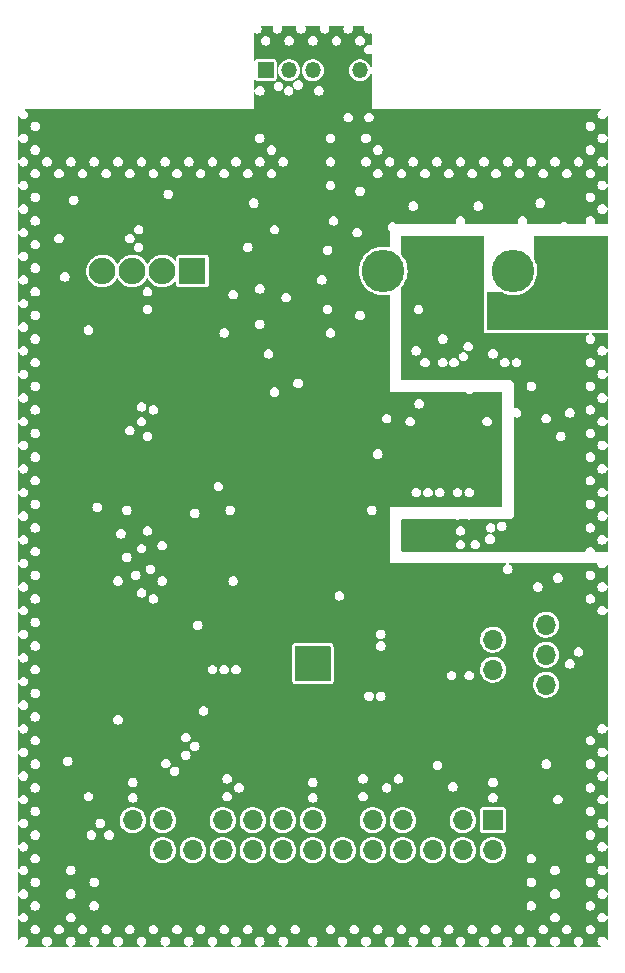
<source format=gbl>
%TF.GenerationSoftware,KiCad,Pcbnew,6.0.11-3.fc37*%
%TF.CreationDate,2023-08-14T12:31:00+01:00*%
%TF.ProjectId,kitchen-led-strips,6b697463-6865-46e2-9d6c-65642d737472,1.0*%
%TF.SameCoordinates,Original*%
%TF.FileFunction,Copper,L4,Bot*%
%TF.FilePolarity,Positive*%
%FSLAX46Y46*%
G04 Gerber Fmt 4.6, Leading zero omitted, Abs format (unit mm)*
G04 Created by KiCad (PCBNEW 6.0.11-3.fc37) date 2023-08-14 12:31:00*
%MOMM*%
%LPD*%
G01*
G04 APERTURE LIST*
%TA.AperFunction,ComponentPad*%
%ADD10C,0.500000*%
%TD*%
%TA.AperFunction,SMDPad,CuDef*%
%ADD11R,2.350000X2.350000*%
%TD*%
%TA.AperFunction,ComponentPad*%
%ADD12R,3.600000X3.600000*%
%TD*%
%TA.AperFunction,ComponentPad*%
%ADD13O,3.600000X3.600000*%
%TD*%
%TA.AperFunction,ComponentPad*%
%ADD14R,1.700000X1.700000*%
%TD*%
%TA.AperFunction,ComponentPad*%
%ADD15O,1.700000X1.700000*%
%TD*%
%TA.AperFunction,ComponentPad*%
%ADD16R,1.350000X1.350000*%
%TD*%
%TA.AperFunction,ComponentPad*%
%ADD17O,1.350000X1.350000*%
%TD*%
%TA.AperFunction,ComponentPad*%
%ADD18R,2.250000X2.250000*%
%TD*%
%TA.AperFunction,ComponentPad*%
%ADD19O,2.250000X2.250000*%
%TD*%
%TA.AperFunction,ViaPad*%
%ADD20C,0.450000*%
%TD*%
G04 APERTURE END LIST*
D10*
%TO.P,U3,29,V_{SS}*%
%TO.N,GND*%
X199075000Y-155000000D03*
X200925000Y-155925000D03*
X200925000Y-154075000D03*
X200925000Y-155000000D03*
X199075000Y-155925000D03*
X199075000Y-154075000D03*
X200000000Y-155925000D03*
D11*
X200000000Y-155000000D03*
D10*
X200000000Y-154075000D03*
X200000000Y-155000000D03*
%TD*%
D12*
%TO.P,CONN1,1,P1*%
%TO.N,Net-(C1-Pad1)*%
X211040000Y-121750000D03*
D13*
%TO.P,CONN1,2,P2_PWROUT*%
%TO.N,GND*%
X205960000Y-121750000D03*
%TD*%
D14*
%TO.P,CONN5,1,P1*%
%TO.N,/I^{2}C_SDA*%
X215240000Y-168250000D03*
D15*
%TO.P,CONN5,2,P2*%
%TO.N,GND*%
X215240000Y-170790000D03*
%TO.P,CONN5,3,P3*%
%TO.N,/I^{2}C_SCL*%
X212700000Y-168250000D03*
%TO.P,CONN5,4,P4*%
%TO.N,GND*%
X212700000Y-170790000D03*
%TO.P,CONN5,5,P5*%
%TO.N,+5Vdc*%
X210160000Y-168250000D03*
%TO.P,CONN5,6,P6*%
%TO.N,GND*%
X210160000Y-170790000D03*
%TO.P,CONN5,7,P7*%
%TO.N,/GPOC_{1}*%
X207620000Y-168250000D03*
%TO.P,CONN5,8,P8*%
%TO.N,GND*%
X207620000Y-170790000D03*
%TO.P,CONN5,9,P9*%
%TO.N,/GPOC_{0}*%
X205080000Y-168250000D03*
%TO.P,CONN5,10,P10*%
%TO.N,GND*%
X205080000Y-170790000D03*
%TO.P,CONN5,11,P11*%
%TO.N,+5Vdc*%
X202540000Y-168250000D03*
%TO.P,CONN5,12,P12*%
%TO.N,GND*%
X202540000Y-170790000D03*
%TO.P,CONN5,13,P13*%
%TO.N,/GPIO_{3}*%
X200000000Y-168250000D03*
%TO.P,CONN5,14,P14*%
%TO.N,GND*%
X200000000Y-170790000D03*
%TO.P,CONN5,15,P15*%
%TO.N,/GPIO_{2}*%
X197460000Y-168250000D03*
%TO.P,CONN5,16,P16*%
%TO.N,GND*%
X197460000Y-170790000D03*
%TO.P,CONN5,17,P17*%
%TO.N,/GPIO_{1}*%
X194920000Y-168250000D03*
%TO.P,CONN5,18,P18*%
%TO.N,GND*%
X194920000Y-170790000D03*
%TO.P,CONN5,19,P19*%
%TO.N,/GPIO_{0}*%
X192380000Y-168250000D03*
%TO.P,CONN5,20,P20*%
%TO.N,GND*%
X192380000Y-170790000D03*
%TO.P,CONN5,21,P21*%
%TO.N,+5Vdc*%
X189840000Y-168250000D03*
%TO.P,CONN5,22,P22*%
%TO.N,GND*%
X189840000Y-170790000D03*
%TO.P,CONN5,23,P23*%
%TO.N,/IR_LED*%
X187300000Y-168250000D03*
%TO.P,CONN5,24,P24*%
%TO.N,GND*%
X187300000Y-170790000D03*
%TO.P,CONN5,25,P25*%
%TO.N,/IR_REC*%
X184760000Y-168250000D03*
%TO.P,CONN5,26,P26*%
%TO.N,+5Vdc*%
X184760000Y-170790000D03*
%TD*%
D14*
%TO.P,CONN7,1,P1*%
%TO.N,+5Vdc*%
X219750000Y-159310000D03*
D15*
%TO.P,CONN7,2,P2*%
%TO.N,/DEBUG_{1}*%
X219750000Y-156770000D03*
%TO.P,CONN7,3,P3*%
%TO.N,GND*%
X219750000Y-154230000D03*
%TO.P,CONN7,4,P4*%
%TO.N,/DEBUG_{2}*%
X219750000Y-151690000D03*
%TD*%
D12*
%TO.P,CONN2,1,P1*%
%TO.N,/VLED*%
X222040000Y-121750000D03*
D13*
%TO.P,CONN2,2,P2*%
%TO.N,Net-(C4-Pad1)*%
X216960000Y-121750000D03*
%TD*%
D16*
%TO.P,CONN4,1,P1*%
%TO.N,/MCU_ICSP_{CLK}*%
X196000000Y-104750000D03*
D17*
%TO.P,CONN4,2,P2*%
%TO.N,/MCU_ICSP_{DAT}*%
X198000000Y-104750000D03*
%TO.P,CONN4,3,P3*%
%TO.N,GND*%
X200000000Y-104750000D03*
%TO.P,CONN4,4,P4*%
%TO.N,+5Vdc*%
X202000000Y-104750000D03*
%TO.P,CONN4,5,P5*%
%TO.N,/~{MCU_MCLR}*%
X204000000Y-104750000D03*
%TD*%
D18*
%TO.P,CONN3,1,P1*%
%TO.N,/LED_{D0}*%
X189810000Y-121750000D03*
D19*
%TO.P,CONN3,2,P2*%
%TO.N,Net-(C5-Pad1)*%
X187270000Y-121750000D03*
%TO.P,CONN3,3,P3*%
%TO.N,GND*%
X184730000Y-121750000D03*
%TO.P,CONN3,4,P4*%
%TO.N,/LED_{D1}*%
X182190000Y-121750000D03*
%TD*%
D14*
%TO.P,CONN6,1,P1*%
%TO.N,+5Vdc*%
X215250000Y-158040000D03*
D15*
%TO.P,CONN6,2,P2*%
%TO.N,/DEBUG_{0}*%
X215250000Y-155500000D03*
%TO.P,CONN6,3,P3*%
%TO.N,GND*%
X215250000Y-152960000D03*
%TD*%
D20*
%TO.N,Net-(C1-Pad1)*%
X208750000Y-143750000D03*
X208650000Y-144750000D03*
X209750000Y-143500000D03*
X210850000Y-144750000D03*
X210750000Y-143750000D03*
%TO.N,+5Vdc*%
X212250000Y-139500000D03*
X203760000Y-157750000D03*
X207750000Y-150750000D03*
X203000000Y-107750000D03*
X205000000Y-127500000D03*
X204750000Y-107750000D03*
X203000000Y-106750000D03*
X208250000Y-164750000D03*
X198850000Y-110250000D03*
X186000000Y-162000000D03*
X208750000Y-139500000D03*
X222500000Y-157000000D03*
X221750000Y-156000000D03*
X206000000Y-131750000D03*
X201250000Y-149250000D03*
X213250000Y-139500000D03*
X213250000Y-155000000D03*
X191500000Y-154500000D03*
X187150000Y-124250000D03*
X192500000Y-154500000D03*
X199500000Y-109550000D03*
X219750000Y-147750000D03*
X198000000Y-109750000D03*
X182000000Y-171500000D03*
X184750000Y-163850000D03*
X214100000Y-162000000D03*
X190750000Y-165500000D03*
X210350000Y-162000000D03*
X206000000Y-130750000D03*
X191750000Y-164750000D03*
X181250000Y-170500000D03*
X202750000Y-157250000D03*
X184250000Y-163000000D03*
X186000000Y-163250000D03*
X212250000Y-137500000D03*
X206000000Y-127000000D03*
X209750000Y-139500000D03*
X210750000Y-139500000D03*
X203250000Y-164750000D03*
X207000000Y-156750000D03*
X198000000Y-108750000D03*
X191750000Y-166250000D03*
X184850000Y-124250000D03*
X185500000Y-164500000D03*
X209250000Y-165500000D03*
X211750000Y-155000000D03*
X182750000Y-170500000D03*
X203250000Y-166250000D03*
X205000000Y-131250000D03*
X203910000Y-106500000D03*
X206000000Y-128000000D03*
X213250000Y-137500000D03*
X193500000Y-154500000D03*
%TO.N,/VLED*%
X216500000Y-126500000D03*
X222000000Y-119500000D03*
X222000000Y-126500000D03*
X215250000Y-124000000D03*
X222000000Y-124500000D03*
X217250000Y-124250000D03*
X218500000Y-126500000D03*
X224000000Y-124500000D03*
X220000000Y-126500000D03*
X219250000Y-124000000D03*
X223000000Y-125500000D03*
X224000000Y-126500000D03*
X219500000Y-119500000D03*
X224500000Y-121750000D03*
X219500000Y-121750000D03*
X224500000Y-119500000D03*
%TD*%
%TA.AperFunction,Conductor*%
%TO.N,/VLED*%
G36*
X224981694Y-118768306D02*
G01*
X225000000Y-118812500D01*
X225000000Y-126678000D01*
X224981694Y-126722194D01*
X224937500Y-126740500D01*
X223670014Y-126740500D01*
X223668788Y-126740596D01*
X223668775Y-126740597D01*
X223630661Y-126743597D01*
X223630657Y-126743598D01*
X223629418Y-126743695D01*
X223628192Y-126743889D01*
X223628185Y-126743890D01*
X223620967Y-126745034D01*
X223610105Y-126746754D01*
X223608917Y-126747039D01*
X223608908Y-126747041D01*
X223574693Y-126755256D01*
X223574692Y-126755256D01*
X223570512Y-126756260D01*
X223532282Y-126777669D01*
X223484780Y-126783291D01*
X223474175Y-126779020D01*
X223473487Y-126778560D01*
X223470648Y-126777384D01*
X223432131Y-126761429D01*
X223432126Y-126761427D01*
X223429293Y-126760254D01*
X223426285Y-126759656D01*
X223426283Y-126759655D01*
X223332997Y-126741099D01*
X223332998Y-126741099D01*
X223329986Y-126740500D01*
X214822000Y-126740500D01*
X214777806Y-126722194D01*
X214759500Y-126678000D01*
X214759500Y-123562500D01*
X214777806Y-123518306D01*
X214822000Y-123500000D01*
X215865485Y-123500000D01*
X215898698Y-123509555D01*
X215986876Y-123564869D01*
X216242185Y-123680146D01*
X216392265Y-123724601D01*
X216508737Y-123759102D01*
X216508741Y-123759103D01*
X216510777Y-123759706D01*
X216787682Y-123802079D01*
X216932781Y-123804358D01*
X217065648Y-123806446D01*
X217065654Y-123806446D01*
X217067775Y-123806479D01*
X217345875Y-123772825D01*
X217616833Y-123701740D01*
X217875638Y-123594540D01*
X218117499Y-123453208D01*
X218164939Y-123416010D01*
X218336266Y-123281673D01*
X218336271Y-123281668D01*
X218337941Y-123280359D01*
X218532886Y-123079192D01*
X218698725Y-122853429D01*
X218832391Y-122607247D01*
X218931409Y-122345203D01*
X218993948Y-122072146D01*
X219018849Y-121793127D01*
X219019301Y-121750000D01*
X219016416Y-121707675D01*
X219000394Y-121472656D01*
X219000393Y-121472649D01*
X219000248Y-121470521D01*
X218943442Y-121196213D01*
X218936098Y-121175473D01*
X218850642Y-120934154D01*
X218850640Y-120934149D01*
X218849933Y-120932153D01*
X218756961Y-120752023D01*
X218750000Y-120723358D01*
X218750000Y-118812500D01*
X218768306Y-118768306D01*
X218812500Y-118750000D01*
X224937500Y-118750000D01*
X224981694Y-118768306D01*
G37*
%TD.AperFunction*%
%TD*%
%TA.AperFunction,Conductor*%
%TO.N,Net-(C1-Pad1)*%
G36*
X214481694Y-118768306D02*
G01*
X214500000Y-118812500D01*
X214500000Y-127000000D01*
X223329986Y-127000000D01*
X223374180Y-127018306D01*
X223392486Y-127062500D01*
X223374180Y-127106694D01*
X223358360Y-127118188D01*
X223263658Y-127166441D01*
X223263655Y-127166444D01*
X223259277Y-127168674D01*
X223168674Y-127259277D01*
X223110502Y-127373445D01*
X223090458Y-127500000D01*
X223110502Y-127626555D01*
X223168674Y-127740723D01*
X223259277Y-127831326D01*
X223373445Y-127889498D01*
X223500000Y-127909542D01*
X223626555Y-127889498D01*
X223740723Y-127831326D01*
X223831326Y-127740723D01*
X223889498Y-127626555D01*
X223909542Y-127500000D01*
X223889498Y-127373445D01*
X223831326Y-127259277D01*
X223740723Y-127168674D01*
X223736345Y-127166444D01*
X223736342Y-127166441D01*
X223641640Y-127118188D01*
X223610573Y-127081813D01*
X223614326Y-127034126D01*
X223650701Y-127003059D01*
X223670014Y-127000000D01*
X224937500Y-127000000D01*
X224981694Y-127018306D01*
X225000000Y-127062500D01*
X225000000Y-128329986D01*
X224981694Y-128374180D01*
X224937500Y-128392486D01*
X224893306Y-128374180D01*
X224881812Y-128358360D01*
X224833559Y-128263658D01*
X224833556Y-128263655D01*
X224831326Y-128259277D01*
X224740723Y-128168674D01*
X224626555Y-128110502D01*
X224500000Y-128090458D01*
X224373445Y-128110502D01*
X224259277Y-128168674D01*
X224168674Y-128259277D01*
X224157638Y-128280936D01*
X224115960Y-128362734D01*
X224110502Y-128373445D01*
X224090458Y-128500000D01*
X224110502Y-128626555D01*
X224112734Y-128630935D01*
X224112734Y-128630936D01*
X224140652Y-128685728D01*
X224168674Y-128740723D01*
X224259277Y-128831326D01*
X224263656Y-128833557D01*
X224351472Y-128878302D01*
X224373445Y-128889498D01*
X224500000Y-128909542D01*
X224626555Y-128889498D01*
X224648529Y-128878302D01*
X224736344Y-128833557D01*
X224740723Y-128831326D01*
X224831326Y-128740723D01*
X224833556Y-128736345D01*
X224833559Y-128736342D01*
X224881812Y-128641640D01*
X224918187Y-128610573D01*
X224965874Y-128614326D01*
X224996941Y-128650701D01*
X225000000Y-128670014D01*
X225000000Y-130329986D01*
X224981694Y-130374180D01*
X224937500Y-130392486D01*
X224893306Y-130374180D01*
X224881812Y-130358360D01*
X224833559Y-130263658D01*
X224833556Y-130263655D01*
X224831326Y-130259277D01*
X224740723Y-130168674D01*
X224626555Y-130110502D01*
X224500000Y-130090458D01*
X224373445Y-130110502D01*
X224259277Y-130168674D01*
X224168674Y-130259277D01*
X224110502Y-130373445D01*
X224090458Y-130500000D01*
X224110502Y-130626555D01*
X224168674Y-130740723D01*
X224259277Y-130831326D01*
X224373445Y-130889498D01*
X224500000Y-130909542D01*
X224626555Y-130889498D01*
X224740723Y-130831326D01*
X224831326Y-130740723D01*
X224833556Y-130736345D01*
X224833559Y-130736342D01*
X224881812Y-130641640D01*
X224918187Y-130610573D01*
X224965874Y-130614326D01*
X224996941Y-130650701D01*
X225000000Y-130670014D01*
X225000000Y-132329986D01*
X224981694Y-132374180D01*
X224937500Y-132392486D01*
X224893306Y-132374180D01*
X224881812Y-132358360D01*
X224833559Y-132263658D01*
X224833556Y-132263655D01*
X224831326Y-132259277D01*
X224740723Y-132168674D01*
X224626555Y-132110502D01*
X224500000Y-132090458D01*
X224373445Y-132110502D01*
X224259277Y-132168674D01*
X224168674Y-132259277D01*
X224110502Y-132373445D01*
X224090458Y-132500000D01*
X224110502Y-132626555D01*
X224168674Y-132740723D01*
X224259277Y-132831326D01*
X224373445Y-132889498D01*
X224500000Y-132909542D01*
X224626555Y-132889498D01*
X224740723Y-132831326D01*
X224831326Y-132740723D01*
X224833556Y-132736345D01*
X224833559Y-132736342D01*
X224881812Y-132641640D01*
X224918187Y-132610573D01*
X224965874Y-132614326D01*
X224996941Y-132650701D01*
X225000000Y-132670014D01*
X225000000Y-134329986D01*
X224981694Y-134374180D01*
X224937500Y-134392486D01*
X224893306Y-134374180D01*
X224881812Y-134358360D01*
X224833559Y-134263658D01*
X224833556Y-134263655D01*
X224831326Y-134259277D01*
X224740723Y-134168674D01*
X224626555Y-134110502D01*
X224500000Y-134090458D01*
X224373445Y-134110502D01*
X224259277Y-134168674D01*
X224168674Y-134259277D01*
X224110502Y-134373445D01*
X224090458Y-134500000D01*
X224110502Y-134626555D01*
X224112734Y-134630935D01*
X224112734Y-134630936D01*
X224118188Y-134641640D01*
X224168674Y-134740723D01*
X224259277Y-134831326D01*
X224373445Y-134889498D01*
X224500000Y-134909542D01*
X224626555Y-134889498D01*
X224740723Y-134831326D01*
X224831326Y-134740723D01*
X224833556Y-134736345D01*
X224833559Y-134736342D01*
X224881812Y-134641640D01*
X224918187Y-134610573D01*
X224965874Y-134614326D01*
X224996941Y-134650701D01*
X225000000Y-134670014D01*
X225000000Y-136329986D01*
X224981694Y-136374180D01*
X224937500Y-136392486D01*
X224893306Y-136374180D01*
X224881812Y-136358360D01*
X224833559Y-136263658D01*
X224833556Y-136263655D01*
X224831326Y-136259277D01*
X224740723Y-136168674D01*
X224626555Y-136110502D01*
X224500000Y-136090458D01*
X224373445Y-136110502D01*
X224259277Y-136168674D01*
X224168674Y-136259277D01*
X224110502Y-136373445D01*
X224090458Y-136500000D01*
X224110502Y-136626555D01*
X224168674Y-136740723D01*
X224259277Y-136831326D01*
X224373445Y-136889498D01*
X224500000Y-136909542D01*
X224626555Y-136889498D01*
X224740723Y-136831326D01*
X224831326Y-136740723D01*
X224833556Y-136736345D01*
X224833559Y-136736342D01*
X224881812Y-136641640D01*
X224918187Y-136610573D01*
X224965874Y-136614326D01*
X224996941Y-136650701D01*
X225000000Y-136670014D01*
X225000000Y-138329986D01*
X224981694Y-138374180D01*
X224937500Y-138392486D01*
X224893306Y-138374180D01*
X224881812Y-138358360D01*
X224833559Y-138263658D01*
X224833556Y-138263655D01*
X224831326Y-138259277D01*
X224740723Y-138168674D01*
X224626555Y-138110502D01*
X224500000Y-138090458D01*
X224373445Y-138110502D01*
X224259277Y-138168674D01*
X224168674Y-138259277D01*
X224110502Y-138373445D01*
X224090458Y-138500000D01*
X224110502Y-138626555D01*
X224168674Y-138740723D01*
X224259277Y-138831326D01*
X224373445Y-138889498D01*
X224500000Y-138909542D01*
X224626555Y-138889498D01*
X224740723Y-138831326D01*
X224831326Y-138740723D01*
X224833556Y-138736345D01*
X224833559Y-138736342D01*
X224881812Y-138641640D01*
X224918187Y-138610573D01*
X224965874Y-138614326D01*
X224996941Y-138650701D01*
X225000000Y-138670014D01*
X225000000Y-140329986D01*
X224981694Y-140374180D01*
X224937500Y-140392486D01*
X224893306Y-140374180D01*
X224881812Y-140358360D01*
X224833559Y-140263658D01*
X224833556Y-140263655D01*
X224831326Y-140259277D01*
X224740723Y-140168674D01*
X224626555Y-140110502D01*
X224500000Y-140090458D01*
X224373445Y-140110502D01*
X224259277Y-140168674D01*
X224168674Y-140259277D01*
X224110502Y-140373445D01*
X224090458Y-140500000D01*
X224110502Y-140626555D01*
X224168674Y-140740723D01*
X224259277Y-140831326D01*
X224373445Y-140889498D01*
X224500000Y-140909542D01*
X224626555Y-140889498D01*
X224740723Y-140831326D01*
X224831326Y-140740723D01*
X224833556Y-140736345D01*
X224833559Y-140736342D01*
X224881812Y-140641640D01*
X224918187Y-140610573D01*
X224965874Y-140614326D01*
X224996941Y-140650701D01*
X225000000Y-140670014D01*
X225000000Y-142329986D01*
X224981694Y-142374180D01*
X224937500Y-142392486D01*
X224893306Y-142374180D01*
X224881812Y-142358360D01*
X224833559Y-142263658D01*
X224833556Y-142263655D01*
X224831326Y-142259277D01*
X224740723Y-142168674D01*
X224626555Y-142110502D01*
X224500000Y-142090458D01*
X224373445Y-142110502D01*
X224259277Y-142168674D01*
X224168674Y-142259277D01*
X224110502Y-142373445D01*
X224090458Y-142500000D01*
X224110502Y-142626555D01*
X224168674Y-142740723D01*
X224259277Y-142831326D01*
X224373445Y-142889498D01*
X224500000Y-142909542D01*
X224626555Y-142889498D01*
X224740723Y-142831326D01*
X224831326Y-142740723D01*
X224833556Y-142736345D01*
X224833559Y-142736342D01*
X224881812Y-142641640D01*
X224918187Y-142610573D01*
X224965874Y-142614326D01*
X224996941Y-142650701D01*
X225000000Y-142670014D01*
X225000000Y-144329986D01*
X224981694Y-144374180D01*
X224937500Y-144392486D01*
X224893306Y-144374180D01*
X224881812Y-144358360D01*
X224833559Y-144263658D01*
X224833556Y-144263655D01*
X224831326Y-144259277D01*
X224740723Y-144168674D01*
X224679082Y-144137266D01*
X224630936Y-144112734D01*
X224630935Y-144112734D01*
X224626555Y-144110502D01*
X224500000Y-144090458D01*
X224373445Y-144110502D01*
X224369065Y-144112734D01*
X224369064Y-144112734D01*
X224320918Y-144137266D01*
X224259277Y-144168674D01*
X224168674Y-144259277D01*
X224110502Y-144373445D01*
X224090458Y-144500000D01*
X224110502Y-144626555D01*
X224168674Y-144740723D01*
X224259277Y-144831326D01*
X224373445Y-144889498D01*
X224500000Y-144909542D01*
X224626555Y-144889498D01*
X224740723Y-144831326D01*
X224831326Y-144740723D01*
X224833556Y-144736345D01*
X224833559Y-144736342D01*
X224881812Y-144641640D01*
X224918187Y-144610573D01*
X224965874Y-144614326D01*
X224996941Y-144650701D01*
X225000000Y-144670014D01*
X225000000Y-145437500D01*
X224981694Y-145481694D01*
X224937500Y-145500000D01*
X223962923Y-145500000D01*
X223918729Y-145481694D01*
X223901192Y-145447277D01*
X223890267Y-145378302D01*
X223889498Y-145373445D01*
X223831326Y-145259277D01*
X223740723Y-145168674D01*
X223626555Y-145110502D01*
X223500000Y-145090458D01*
X223373445Y-145110502D01*
X223259277Y-145168674D01*
X223168674Y-145259277D01*
X223110502Y-145373445D01*
X223109733Y-145378302D01*
X223098808Y-145447277D01*
X223073813Y-145488064D01*
X223037077Y-145500000D01*
X207562500Y-145500000D01*
X207518306Y-145481694D01*
X207500000Y-145437500D01*
X207500000Y-144900000D01*
X212090458Y-144900000D01*
X212110502Y-145026555D01*
X212168674Y-145140723D01*
X212259277Y-145231326D01*
X212373445Y-145289498D01*
X212500000Y-145309542D01*
X212626555Y-145289498D01*
X212740723Y-145231326D01*
X212831326Y-145140723D01*
X212889498Y-145026555D01*
X212909542Y-144900000D01*
X213340458Y-144900000D01*
X213360502Y-145026555D01*
X213418674Y-145140723D01*
X213509277Y-145231326D01*
X213623445Y-145289498D01*
X213750000Y-145309542D01*
X213876555Y-145289498D01*
X213990723Y-145231326D01*
X214081326Y-145140723D01*
X214139498Y-145026555D01*
X214159542Y-144900000D01*
X214139498Y-144773445D01*
X214081326Y-144659277D01*
X213990723Y-144568674D01*
X213876555Y-144510502D01*
X213750000Y-144490458D01*
X213623445Y-144510502D01*
X213509277Y-144568674D01*
X213418674Y-144659277D01*
X213360502Y-144773445D01*
X213340458Y-144900000D01*
X212909542Y-144900000D01*
X212889498Y-144773445D01*
X212831326Y-144659277D01*
X212740723Y-144568674D01*
X212626555Y-144510502D01*
X212500000Y-144490458D01*
X212373445Y-144510502D01*
X212259277Y-144568674D01*
X212168674Y-144659277D01*
X212110502Y-144773445D01*
X212090458Y-144900000D01*
X207500000Y-144900000D01*
X207500000Y-144450000D01*
X214590458Y-144450000D01*
X214610502Y-144576555D01*
X214668674Y-144690723D01*
X214759277Y-144781326D01*
X214763656Y-144783557D01*
X214857407Y-144831326D01*
X214873445Y-144839498D01*
X215000000Y-144859542D01*
X215126555Y-144839498D01*
X215142594Y-144831326D01*
X215236344Y-144783557D01*
X215240723Y-144781326D01*
X215331326Y-144690723D01*
X215389498Y-144576555D01*
X215409542Y-144450000D01*
X215389498Y-144323445D01*
X215331326Y-144209277D01*
X215240723Y-144118674D01*
X215126555Y-144060502D01*
X215000000Y-144040458D01*
X214873445Y-144060502D01*
X214759277Y-144118674D01*
X214668674Y-144209277D01*
X214610502Y-144323445D01*
X214590458Y-144450000D01*
X207500000Y-144450000D01*
X207500000Y-143750000D01*
X212090458Y-143750000D01*
X212110502Y-143876555D01*
X212112734Y-143880935D01*
X212112734Y-143880936D01*
X212126918Y-143908773D01*
X212168674Y-143990723D01*
X212259277Y-144081326D01*
X212373445Y-144139498D01*
X212500000Y-144159542D01*
X212626555Y-144139498D01*
X212740723Y-144081326D01*
X212831326Y-143990723D01*
X212873082Y-143908773D01*
X212887266Y-143880936D01*
X212887266Y-143880935D01*
X212889498Y-143876555D01*
X212909542Y-143750000D01*
X212889498Y-143623445D01*
X212831326Y-143509277D01*
X212822049Y-143500000D01*
X214640458Y-143500000D01*
X214660502Y-143626555D01*
X214718674Y-143740723D01*
X214809277Y-143831326D01*
X214923445Y-143889498D01*
X215050000Y-143909542D01*
X215176555Y-143889498D01*
X215290723Y-143831326D01*
X215381326Y-143740723D01*
X215439498Y-143626555D01*
X215459542Y-143500000D01*
X215439498Y-143373445D01*
X215434041Y-143362734D01*
X215427553Y-143350000D01*
X215590458Y-143350000D01*
X215610502Y-143476555D01*
X215668674Y-143590723D01*
X215759277Y-143681326D01*
X215873445Y-143739498D01*
X216000000Y-143759542D01*
X216126555Y-143739498D01*
X216240723Y-143681326D01*
X216331326Y-143590723D01*
X216377552Y-143500000D01*
X223090458Y-143500000D01*
X223110502Y-143626555D01*
X223168674Y-143740723D01*
X223259277Y-143831326D01*
X223373445Y-143889498D01*
X223500000Y-143909542D01*
X223626555Y-143889498D01*
X223740723Y-143831326D01*
X223831326Y-143740723D01*
X223889498Y-143626555D01*
X223909542Y-143500000D01*
X223889498Y-143373445D01*
X223884041Y-143362734D01*
X223833557Y-143263656D01*
X223831326Y-143259277D01*
X223740723Y-143168674D01*
X223626555Y-143110502D01*
X223500000Y-143090458D01*
X223373445Y-143110502D01*
X223259277Y-143168674D01*
X223168674Y-143259277D01*
X223166443Y-143263656D01*
X223115960Y-143362734D01*
X223110502Y-143373445D01*
X223090458Y-143500000D01*
X216377552Y-143500000D01*
X216389498Y-143476555D01*
X216409542Y-143350000D01*
X216389498Y-143223445D01*
X216331326Y-143109277D01*
X216240723Y-143018674D01*
X216126555Y-142960502D01*
X216000000Y-142940458D01*
X215873445Y-142960502D01*
X215759277Y-143018674D01*
X215668674Y-143109277D01*
X215610502Y-143223445D01*
X215590458Y-143350000D01*
X215427553Y-143350000D01*
X215383557Y-143263656D01*
X215381326Y-143259277D01*
X215290723Y-143168674D01*
X215176555Y-143110502D01*
X215050000Y-143090458D01*
X214923445Y-143110502D01*
X214809277Y-143168674D01*
X214718674Y-143259277D01*
X214716443Y-143263656D01*
X214665960Y-143362734D01*
X214660502Y-143373445D01*
X214640458Y-143500000D01*
X212822049Y-143500000D01*
X212740723Y-143418674D01*
X212626555Y-143360502D01*
X212500000Y-143340458D01*
X212373445Y-143360502D01*
X212259277Y-143418674D01*
X212168674Y-143509277D01*
X212110502Y-143623445D01*
X212090458Y-143750000D01*
X207500000Y-143750000D01*
X207500000Y-142812500D01*
X207518306Y-142768306D01*
X207562500Y-142750000D01*
X212030921Y-142750000D01*
X212059295Y-142756812D01*
X212119060Y-142787264D01*
X212119061Y-142787264D01*
X212123445Y-142789498D01*
X212128301Y-142790267D01*
X212128304Y-142790268D01*
X212245145Y-142808773D01*
X212250000Y-142809542D01*
X212254855Y-142808773D01*
X212371696Y-142790268D01*
X212371699Y-142790267D01*
X212376555Y-142789498D01*
X212380939Y-142787264D01*
X212380940Y-142787264D01*
X212440705Y-142756812D01*
X212469079Y-142750000D01*
X213030921Y-142750000D01*
X213059295Y-142756812D01*
X213119060Y-142787264D01*
X213119061Y-142787264D01*
X213123445Y-142789498D01*
X213128301Y-142790267D01*
X213128304Y-142790268D01*
X213245145Y-142808773D01*
X213250000Y-142809542D01*
X213254855Y-142808773D01*
X213371696Y-142790268D01*
X213371699Y-142790267D01*
X213376555Y-142789498D01*
X213380939Y-142787264D01*
X213380940Y-142787264D01*
X213440705Y-142756812D01*
X213469079Y-142750000D01*
X216750000Y-142750000D01*
X217000000Y-142500000D01*
X217000000Y-141500000D01*
X223090458Y-141500000D01*
X223110502Y-141626555D01*
X223168674Y-141740723D01*
X223259277Y-141831326D01*
X223373445Y-141889498D01*
X223500000Y-141909542D01*
X223626555Y-141889498D01*
X223740723Y-141831326D01*
X223831326Y-141740723D01*
X223889498Y-141626555D01*
X223909542Y-141500000D01*
X223889498Y-141373445D01*
X223831326Y-141259277D01*
X223740723Y-141168674D01*
X223626555Y-141110502D01*
X223500000Y-141090458D01*
X223373445Y-141110502D01*
X223259277Y-141168674D01*
X223168674Y-141259277D01*
X223110502Y-141373445D01*
X223090458Y-141500000D01*
X217000000Y-141500000D01*
X217000000Y-139500000D01*
X223090458Y-139500000D01*
X223110502Y-139626555D01*
X223168674Y-139740723D01*
X223259277Y-139831326D01*
X223373445Y-139889498D01*
X223500000Y-139909542D01*
X223626555Y-139889498D01*
X223740723Y-139831326D01*
X223831326Y-139740723D01*
X223889498Y-139626555D01*
X223909542Y-139500000D01*
X223889498Y-139373445D01*
X223831326Y-139259277D01*
X223740723Y-139168674D01*
X223626555Y-139110502D01*
X223500000Y-139090458D01*
X223373445Y-139110502D01*
X223259277Y-139168674D01*
X223168674Y-139259277D01*
X223110502Y-139373445D01*
X223090458Y-139500000D01*
X217000000Y-139500000D01*
X217000000Y-137500000D01*
X223090458Y-137500000D01*
X223110502Y-137626555D01*
X223168674Y-137740723D01*
X223259277Y-137831326D01*
X223373445Y-137889498D01*
X223500000Y-137909542D01*
X223626555Y-137889498D01*
X223740723Y-137831326D01*
X223831326Y-137740723D01*
X223889498Y-137626555D01*
X223909542Y-137500000D01*
X223889498Y-137373445D01*
X223831326Y-137259277D01*
X223740723Y-137168674D01*
X223626555Y-137110502D01*
X223500000Y-137090458D01*
X223373445Y-137110502D01*
X223259277Y-137168674D01*
X223168674Y-137259277D01*
X223110502Y-137373445D01*
X223090458Y-137500000D01*
X217000000Y-137500000D01*
X217000000Y-135750000D01*
X220590458Y-135750000D01*
X220610502Y-135876555D01*
X220612734Y-135880935D01*
X220612734Y-135880936D01*
X220626918Y-135908773D01*
X220668674Y-135990723D01*
X220759277Y-136081326D01*
X220873445Y-136139498D01*
X221000000Y-136159542D01*
X221126555Y-136139498D01*
X221240723Y-136081326D01*
X221331326Y-135990723D01*
X221373082Y-135908773D01*
X221387266Y-135880936D01*
X221387266Y-135880935D01*
X221389498Y-135876555D01*
X221409542Y-135750000D01*
X221389498Y-135623445D01*
X221331326Y-135509277D01*
X221322049Y-135500000D01*
X223090458Y-135500000D01*
X223110502Y-135626555D01*
X223168674Y-135740723D01*
X223259277Y-135831326D01*
X223373445Y-135889498D01*
X223500000Y-135909542D01*
X223626555Y-135889498D01*
X223740723Y-135831326D01*
X223831326Y-135740723D01*
X223889498Y-135626555D01*
X223909542Y-135500000D01*
X223889498Y-135373445D01*
X223884041Y-135362734D01*
X223833557Y-135263656D01*
X223831326Y-135259277D01*
X223740723Y-135168674D01*
X223626555Y-135110502D01*
X223500000Y-135090458D01*
X223373445Y-135110502D01*
X223259277Y-135168674D01*
X223168674Y-135259277D01*
X223166443Y-135263656D01*
X223115960Y-135362734D01*
X223110502Y-135373445D01*
X223090458Y-135500000D01*
X221322049Y-135500000D01*
X221240723Y-135418674D01*
X221126555Y-135360502D01*
X221000000Y-135340458D01*
X220873445Y-135360502D01*
X220759277Y-135418674D01*
X220668674Y-135509277D01*
X220610502Y-135623445D01*
X220590458Y-135750000D01*
X217000000Y-135750000D01*
X217000000Y-134250000D01*
X219340458Y-134250000D01*
X219360502Y-134376555D01*
X219418674Y-134490723D01*
X219509277Y-134581326D01*
X219623445Y-134639498D01*
X219750000Y-134659542D01*
X219876555Y-134639498D01*
X219990723Y-134581326D01*
X220081326Y-134490723D01*
X220139498Y-134376555D01*
X220159542Y-134250000D01*
X220139498Y-134123445D01*
X220134041Y-134112734D01*
X220083557Y-134013656D01*
X220081326Y-134009277D01*
X219990723Y-133918674D01*
X219908061Y-133876555D01*
X219880936Y-133862734D01*
X219880935Y-133862734D01*
X219876555Y-133860502D01*
X219750000Y-133840458D01*
X219623445Y-133860502D01*
X219619065Y-133862734D01*
X219619064Y-133862734D01*
X219591939Y-133876555D01*
X219509277Y-133918674D01*
X219418674Y-134009277D01*
X219416443Y-134013656D01*
X219365960Y-134112734D01*
X219360502Y-134123445D01*
X219340458Y-134250000D01*
X217000000Y-134250000D01*
X217000000Y-134178591D01*
X217018306Y-134134397D01*
X217062500Y-134116091D01*
X217090874Y-134122903D01*
X217119060Y-134137265D01*
X217119067Y-134137267D01*
X217123445Y-134139498D01*
X217250000Y-134159542D01*
X217376555Y-134139498D01*
X217380938Y-134137265D01*
X217471291Y-134091227D01*
X217490723Y-134081326D01*
X217581326Y-133990723D01*
X217609348Y-133935728D01*
X217637266Y-133880936D01*
X217637266Y-133880935D01*
X217639498Y-133876555D01*
X217659542Y-133750000D01*
X221340458Y-133750000D01*
X221360502Y-133876555D01*
X221362734Y-133880935D01*
X221362734Y-133880936D01*
X221390652Y-133935728D01*
X221418674Y-133990723D01*
X221509277Y-134081326D01*
X221528709Y-134091227D01*
X221619063Y-134137265D01*
X221623445Y-134139498D01*
X221750000Y-134159542D01*
X221876555Y-134139498D01*
X221880938Y-134137265D01*
X221971291Y-134091227D01*
X221990723Y-134081326D01*
X222081326Y-133990723D01*
X222109348Y-133935728D01*
X222137266Y-133880936D01*
X222137266Y-133880935D01*
X222139498Y-133876555D01*
X222159542Y-133750000D01*
X222139498Y-133623445D01*
X222081326Y-133509277D01*
X222072049Y-133500000D01*
X223090458Y-133500000D01*
X223110502Y-133626555D01*
X223168674Y-133740723D01*
X223259277Y-133831326D01*
X223373445Y-133889498D01*
X223500000Y-133909542D01*
X223626555Y-133889498D01*
X223740723Y-133831326D01*
X223831326Y-133740723D01*
X223889498Y-133626555D01*
X223909542Y-133500000D01*
X223889498Y-133373445D01*
X223884041Y-133362734D01*
X223833557Y-133263656D01*
X223831326Y-133259277D01*
X223740723Y-133168674D01*
X223626555Y-133110502D01*
X223500000Y-133090458D01*
X223373445Y-133110502D01*
X223259277Y-133168674D01*
X223168674Y-133259277D01*
X223166443Y-133263656D01*
X223115960Y-133362734D01*
X223110502Y-133373445D01*
X223090458Y-133500000D01*
X222072049Y-133500000D01*
X221990723Y-133418674D01*
X221893359Y-133369064D01*
X221880936Y-133362734D01*
X221880935Y-133362734D01*
X221876555Y-133360502D01*
X221750000Y-133340458D01*
X221623445Y-133360502D01*
X221619065Y-133362734D01*
X221619064Y-133362734D01*
X221606641Y-133369064D01*
X221509277Y-133418674D01*
X221418674Y-133509277D01*
X221360502Y-133623445D01*
X221340458Y-133750000D01*
X217659542Y-133750000D01*
X217639498Y-133623445D01*
X217581326Y-133509277D01*
X217490723Y-133418674D01*
X217393359Y-133369064D01*
X217380936Y-133362734D01*
X217380935Y-133362734D01*
X217376555Y-133360502D01*
X217250000Y-133340458D01*
X217123445Y-133360502D01*
X217119067Y-133362733D01*
X217119060Y-133362735D01*
X217090874Y-133377097D01*
X217043186Y-133380850D01*
X217006812Y-133349783D01*
X217000000Y-133321409D01*
X217000000Y-131500000D01*
X218090458Y-131500000D01*
X218110502Y-131626555D01*
X218168674Y-131740723D01*
X218259277Y-131831326D01*
X218373445Y-131889498D01*
X218500000Y-131909542D01*
X218626555Y-131889498D01*
X218740723Y-131831326D01*
X218831326Y-131740723D01*
X218889498Y-131626555D01*
X218909542Y-131500000D01*
X223090458Y-131500000D01*
X223110502Y-131626555D01*
X223168674Y-131740723D01*
X223259277Y-131831326D01*
X223373445Y-131889498D01*
X223500000Y-131909542D01*
X223626555Y-131889498D01*
X223740723Y-131831326D01*
X223831326Y-131740723D01*
X223889498Y-131626555D01*
X223909542Y-131500000D01*
X223889498Y-131373445D01*
X223831326Y-131259277D01*
X223740723Y-131168674D01*
X223626555Y-131110502D01*
X223500000Y-131090458D01*
X223373445Y-131110502D01*
X223259277Y-131168674D01*
X223168674Y-131259277D01*
X223110502Y-131373445D01*
X223090458Y-131500000D01*
X218909542Y-131500000D01*
X218889498Y-131373445D01*
X218831326Y-131259277D01*
X218740723Y-131168674D01*
X218626555Y-131110502D01*
X218500000Y-131090458D01*
X218373445Y-131110502D01*
X218259277Y-131168674D01*
X218168674Y-131259277D01*
X218110502Y-131373445D01*
X218090458Y-131500000D01*
X217000000Y-131500000D01*
X217000000Y-131250000D01*
X216750000Y-131000000D01*
X207562500Y-131000000D01*
X207518306Y-130981694D01*
X207500000Y-130937500D01*
X207500000Y-129500000D01*
X209090458Y-129500000D01*
X209110502Y-129626555D01*
X209168674Y-129740723D01*
X209259277Y-129831326D01*
X209373445Y-129889498D01*
X209500000Y-129909542D01*
X209626555Y-129889498D01*
X209740723Y-129831326D01*
X209831326Y-129740723D01*
X209889498Y-129626555D01*
X209909542Y-129500000D01*
X210590458Y-129500000D01*
X210610502Y-129626555D01*
X210668674Y-129740723D01*
X210759277Y-129831326D01*
X210873445Y-129889498D01*
X211000000Y-129909542D01*
X211126555Y-129889498D01*
X211240723Y-129831326D01*
X211331326Y-129740723D01*
X211389498Y-129626555D01*
X211409542Y-129500000D01*
X211540458Y-129500000D01*
X211560502Y-129626555D01*
X211618674Y-129740723D01*
X211709277Y-129831326D01*
X211823445Y-129889498D01*
X211950000Y-129909542D01*
X212076555Y-129889498D01*
X212190723Y-129831326D01*
X212281326Y-129740723D01*
X212339498Y-129626555D01*
X212359542Y-129500000D01*
X215840458Y-129500000D01*
X215860502Y-129626555D01*
X215918674Y-129740723D01*
X216009277Y-129831326D01*
X216123445Y-129889498D01*
X216250000Y-129909542D01*
X216376555Y-129889498D01*
X216490723Y-129831326D01*
X216581326Y-129740723D01*
X216639498Y-129626555D01*
X216659542Y-129500000D01*
X216840458Y-129500000D01*
X216860502Y-129626555D01*
X216918674Y-129740723D01*
X217009277Y-129831326D01*
X217123445Y-129889498D01*
X217250000Y-129909542D01*
X217376555Y-129889498D01*
X217490723Y-129831326D01*
X217581326Y-129740723D01*
X217639498Y-129626555D01*
X217659542Y-129500000D01*
X223090458Y-129500000D01*
X223110502Y-129626555D01*
X223168674Y-129740723D01*
X223259277Y-129831326D01*
X223373445Y-129889498D01*
X223500000Y-129909542D01*
X223626555Y-129889498D01*
X223740723Y-129831326D01*
X223831326Y-129740723D01*
X223889498Y-129626555D01*
X223909542Y-129500000D01*
X223889498Y-129373445D01*
X223866266Y-129327849D01*
X223833557Y-129263656D01*
X223831326Y-129259277D01*
X223740723Y-129168674D01*
X223658061Y-129126555D01*
X223630936Y-129112734D01*
X223630935Y-129112734D01*
X223626555Y-129110502D01*
X223500000Y-129090458D01*
X223373445Y-129110502D01*
X223369065Y-129112734D01*
X223369064Y-129112734D01*
X223341939Y-129126555D01*
X223259277Y-129168674D01*
X223168674Y-129259277D01*
X223166443Y-129263656D01*
X223133735Y-129327849D01*
X223110502Y-129373445D01*
X223090458Y-129500000D01*
X217659542Y-129500000D01*
X217639498Y-129373445D01*
X217616266Y-129327849D01*
X217583557Y-129263656D01*
X217581326Y-129259277D01*
X217490723Y-129168674D01*
X217408061Y-129126555D01*
X217380936Y-129112734D01*
X217380935Y-129112734D01*
X217376555Y-129110502D01*
X217250000Y-129090458D01*
X217123445Y-129110502D01*
X217119065Y-129112734D01*
X217119064Y-129112734D01*
X217091939Y-129126555D01*
X217009277Y-129168674D01*
X216918674Y-129259277D01*
X216916443Y-129263656D01*
X216883735Y-129327849D01*
X216860502Y-129373445D01*
X216840458Y-129500000D01*
X216659542Y-129500000D01*
X216639498Y-129373445D01*
X216616266Y-129327849D01*
X216583557Y-129263656D01*
X216581326Y-129259277D01*
X216490723Y-129168674D01*
X216408061Y-129126555D01*
X216380936Y-129112734D01*
X216380935Y-129112734D01*
X216376555Y-129110502D01*
X216250000Y-129090458D01*
X216123445Y-129110502D01*
X216119065Y-129112734D01*
X216119064Y-129112734D01*
X216091939Y-129126555D01*
X216009277Y-129168674D01*
X215918674Y-129259277D01*
X215916443Y-129263656D01*
X215883735Y-129327849D01*
X215860502Y-129373445D01*
X215840458Y-129500000D01*
X212359542Y-129500000D01*
X212339498Y-129373445D01*
X212316266Y-129327849D01*
X212283557Y-129263656D01*
X212281326Y-129259277D01*
X212190723Y-129168674D01*
X212108061Y-129126555D01*
X212080936Y-129112734D01*
X212080935Y-129112734D01*
X212076555Y-129110502D01*
X211950000Y-129090458D01*
X211823445Y-129110502D01*
X211819065Y-129112734D01*
X211819064Y-129112734D01*
X211791939Y-129126555D01*
X211709277Y-129168674D01*
X211618674Y-129259277D01*
X211616443Y-129263656D01*
X211583735Y-129327849D01*
X211560502Y-129373445D01*
X211540458Y-129500000D01*
X211409542Y-129500000D01*
X211389498Y-129373445D01*
X211366266Y-129327849D01*
X211333557Y-129263656D01*
X211331326Y-129259277D01*
X211240723Y-129168674D01*
X211158061Y-129126555D01*
X211130936Y-129112734D01*
X211130935Y-129112734D01*
X211126555Y-129110502D01*
X211000000Y-129090458D01*
X210873445Y-129110502D01*
X210869065Y-129112734D01*
X210869064Y-129112734D01*
X210841939Y-129126555D01*
X210759277Y-129168674D01*
X210668674Y-129259277D01*
X210666443Y-129263656D01*
X210633735Y-129327849D01*
X210610502Y-129373445D01*
X210590458Y-129500000D01*
X209909542Y-129500000D01*
X209889498Y-129373445D01*
X209866266Y-129327849D01*
X209833557Y-129263656D01*
X209831326Y-129259277D01*
X209740723Y-129168674D01*
X209658061Y-129126555D01*
X209630936Y-129112734D01*
X209630935Y-129112734D01*
X209626555Y-129110502D01*
X209500000Y-129090458D01*
X209373445Y-129110502D01*
X209369065Y-129112734D01*
X209369064Y-129112734D01*
X209341939Y-129126555D01*
X209259277Y-129168674D01*
X209168674Y-129259277D01*
X209166443Y-129263656D01*
X209133735Y-129327849D01*
X209110502Y-129373445D01*
X209090458Y-129500000D01*
X207500000Y-129500000D01*
X207500000Y-129000000D01*
X212340458Y-129000000D01*
X212360502Y-129126555D01*
X212362734Y-129130935D01*
X212362734Y-129130936D01*
X212390652Y-129185728D01*
X212418674Y-129240723D01*
X212509277Y-129331326D01*
X212513656Y-129333557D01*
X212601472Y-129378302D01*
X212623445Y-129389498D01*
X212750000Y-129409542D01*
X212876555Y-129389498D01*
X212898529Y-129378302D01*
X212986344Y-129333557D01*
X212990723Y-129331326D01*
X213081326Y-129240723D01*
X213109348Y-129185728D01*
X213137266Y-129130936D01*
X213137266Y-129130935D01*
X213139498Y-129126555D01*
X213159542Y-129000000D01*
X213139498Y-128873445D01*
X213116266Y-128827849D01*
X213083557Y-128763656D01*
X213081326Y-128759277D01*
X213072049Y-128750000D01*
X214840458Y-128750000D01*
X214860502Y-128876555D01*
X214862734Y-128880935D01*
X214862734Y-128880936D01*
X214876918Y-128908773D01*
X214918674Y-128990723D01*
X215009277Y-129081326D01*
X215123445Y-129139498D01*
X215250000Y-129159542D01*
X215376555Y-129139498D01*
X215490723Y-129081326D01*
X215581326Y-128990723D01*
X215623082Y-128908773D01*
X215637266Y-128880936D01*
X215637266Y-128880935D01*
X215639498Y-128876555D01*
X215659542Y-128750000D01*
X215639498Y-128623445D01*
X215634041Y-128612734D01*
X215609348Y-128564272D01*
X215581326Y-128509277D01*
X215490723Y-128418674D01*
X215411489Y-128378302D01*
X215380936Y-128362734D01*
X215380935Y-128362734D01*
X215376555Y-128360502D01*
X215250000Y-128340458D01*
X215123445Y-128360502D01*
X215119065Y-128362734D01*
X215119064Y-128362734D01*
X215088511Y-128378302D01*
X215009277Y-128418674D01*
X214918674Y-128509277D01*
X214890652Y-128564272D01*
X214865960Y-128612734D01*
X214860502Y-128623445D01*
X214840458Y-128750000D01*
X213072049Y-128750000D01*
X212990723Y-128668674D01*
X212901957Y-128623445D01*
X212880936Y-128612734D01*
X212880935Y-128612734D01*
X212876555Y-128610502D01*
X212750000Y-128590458D01*
X212623445Y-128610502D01*
X212619065Y-128612734D01*
X212619064Y-128612734D01*
X212598043Y-128623445D01*
X212509277Y-128668674D01*
X212418674Y-128759277D01*
X212416443Y-128763656D01*
X212383735Y-128827849D01*
X212360502Y-128873445D01*
X212340458Y-129000000D01*
X207500000Y-129000000D01*
X207500000Y-128500000D01*
X208340458Y-128500000D01*
X208360502Y-128626555D01*
X208362734Y-128630935D01*
X208362734Y-128630936D01*
X208390652Y-128685728D01*
X208418674Y-128740723D01*
X208509277Y-128831326D01*
X208513656Y-128833557D01*
X208601472Y-128878302D01*
X208623445Y-128889498D01*
X208750000Y-128909542D01*
X208876555Y-128889498D01*
X208898529Y-128878302D01*
X208986344Y-128833557D01*
X208990723Y-128831326D01*
X209081326Y-128740723D01*
X209109348Y-128685728D01*
X209137266Y-128630936D01*
X209137266Y-128630935D01*
X209139498Y-128626555D01*
X209159542Y-128500000D01*
X209139498Y-128373445D01*
X209134041Y-128362734D01*
X209092362Y-128280936D01*
X209081326Y-128259277D01*
X208990723Y-128168674D01*
X208954074Y-128150000D01*
X212740458Y-128150000D01*
X212760502Y-128276555D01*
X212818674Y-128390723D01*
X212909277Y-128481326D01*
X213023445Y-128539498D01*
X213150000Y-128559542D01*
X213276555Y-128539498D01*
X213390723Y-128481326D01*
X213481326Y-128390723D01*
X213539498Y-128276555D01*
X213559542Y-128150000D01*
X213539498Y-128023445D01*
X213481326Y-127909277D01*
X213390723Y-127818674D01*
X213276555Y-127760502D01*
X213150000Y-127740458D01*
X213023445Y-127760502D01*
X212909277Y-127818674D01*
X212818674Y-127909277D01*
X212760502Y-128023445D01*
X212740458Y-128150000D01*
X208954074Y-128150000D01*
X208876555Y-128110502D01*
X208750000Y-128090458D01*
X208623445Y-128110502D01*
X208509277Y-128168674D01*
X208418674Y-128259277D01*
X208407638Y-128280936D01*
X208365960Y-128362734D01*
X208360502Y-128373445D01*
X208340458Y-128500000D01*
X207500000Y-128500000D01*
X207500000Y-127500000D01*
X210590458Y-127500000D01*
X210610502Y-127626555D01*
X210668674Y-127740723D01*
X210759277Y-127831326D01*
X210873445Y-127889498D01*
X211000000Y-127909542D01*
X211126555Y-127889498D01*
X211240723Y-127831326D01*
X211331326Y-127740723D01*
X211389498Y-127626555D01*
X211409542Y-127500000D01*
X211389498Y-127373445D01*
X211331326Y-127259277D01*
X211240723Y-127168674D01*
X211185728Y-127140652D01*
X211130936Y-127112734D01*
X211130935Y-127112734D01*
X211126555Y-127110502D01*
X211000000Y-127090458D01*
X210873445Y-127110502D01*
X210869065Y-127112734D01*
X210869064Y-127112734D01*
X210814272Y-127140652D01*
X210759277Y-127168674D01*
X210668674Y-127259277D01*
X210610502Y-127373445D01*
X210590458Y-127500000D01*
X207500000Y-127500000D01*
X207500000Y-125000000D01*
X208540458Y-125000000D01*
X208560502Y-125126555D01*
X208618674Y-125240723D01*
X208709277Y-125331326D01*
X208823445Y-125389498D01*
X208950000Y-125409542D01*
X209076555Y-125389498D01*
X209190723Y-125331326D01*
X209281326Y-125240723D01*
X209339498Y-125126555D01*
X209359542Y-125000000D01*
X209339498Y-124873445D01*
X209281326Y-124759277D01*
X209190723Y-124668674D01*
X209076555Y-124610502D01*
X208950000Y-124590458D01*
X208823445Y-124610502D01*
X208709277Y-124668674D01*
X208618674Y-124759277D01*
X208560502Y-124873445D01*
X208540458Y-125000000D01*
X207500000Y-125000000D01*
X207500000Y-123138443D01*
X207517616Y-123094950D01*
X207532886Y-123079192D01*
X207698725Y-122853429D01*
X207832391Y-122607247D01*
X207931409Y-122345203D01*
X207978522Y-122139498D01*
X207993476Y-122074207D01*
X207993476Y-122074206D01*
X207993948Y-122072146D01*
X208018849Y-121793127D01*
X208019301Y-121750000D01*
X208010673Y-121623445D01*
X208000394Y-121472656D01*
X208000393Y-121472649D01*
X208000248Y-121470521D01*
X207989511Y-121418674D01*
X207943874Y-121198297D01*
X207943872Y-121198291D01*
X207943442Y-121196213D01*
X207849933Y-120932153D01*
X207721452Y-120683226D01*
X207720233Y-120681491D01*
X207720229Y-120681485D01*
X207561596Y-120455774D01*
X207561594Y-120455771D01*
X207560377Y-120454040D01*
X207516716Y-120407055D01*
X207500000Y-120364510D01*
X207500000Y-118812500D01*
X207518306Y-118768306D01*
X207562500Y-118750000D01*
X214437500Y-118750000D01*
X214481694Y-118768306D01*
G37*
%TD.AperFunction*%
%TD*%
%TA.AperFunction,Conductor*%
%TO.N,GND*%
G36*
X201481694Y-153518306D02*
G01*
X201500000Y-153562500D01*
X201500000Y-156437500D01*
X201481694Y-156481694D01*
X201437500Y-156500000D01*
X198562500Y-156500000D01*
X198518306Y-156481694D01*
X198500000Y-156437500D01*
X198500000Y-153562500D01*
X198518306Y-153518306D01*
X198562500Y-153500000D01*
X201437500Y-153500000D01*
X201481694Y-153518306D01*
G37*
%TD.AperFunction*%
%TD*%
%TA.AperFunction,Conductor*%
%TO.N,+5Vdc*%
G36*
X196615603Y-101018306D02*
G01*
X196633909Y-101062500D01*
X196627097Y-101090874D01*
X196612735Y-101119060D01*
X196612733Y-101119067D01*
X196610502Y-101123445D01*
X196590458Y-101250000D01*
X196610502Y-101376555D01*
X196668674Y-101490723D01*
X196759277Y-101581326D01*
X196763656Y-101583557D01*
X196869063Y-101637265D01*
X196873445Y-101639498D01*
X197000000Y-101659542D01*
X197126555Y-101639498D01*
X197130938Y-101637265D01*
X197236344Y-101583557D01*
X197240723Y-101581326D01*
X197331326Y-101490723D01*
X197389498Y-101376555D01*
X197409542Y-101250000D01*
X197389498Y-101123445D01*
X197387267Y-101119067D01*
X197387265Y-101119060D01*
X197372903Y-101090874D01*
X197369150Y-101043186D01*
X197400217Y-101006812D01*
X197428591Y-101000000D01*
X198571409Y-101000000D01*
X198615603Y-101018306D01*
X198633909Y-101062500D01*
X198627097Y-101090874D01*
X198612735Y-101119060D01*
X198612733Y-101119067D01*
X198610502Y-101123445D01*
X198590458Y-101250000D01*
X198610502Y-101376555D01*
X198668674Y-101490723D01*
X198759277Y-101581326D01*
X198763656Y-101583557D01*
X198869063Y-101637265D01*
X198873445Y-101639498D01*
X199000000Y-101659542D01*
X199126555Y-101639498D01*
X199130938Y-101637265D01*
X199236344Y-101583557D01*
X199240723Y-101581326D01*
X199331326Y-101490723D01*
X199389498Y-101376555D01*
X199409542Y-101250000D01*
X199389498Y-101123445D01*
X199387267Y-101119067D01*
X199387265Y-101119060D01*
X199372903Y-101090874D01*
X199369150Y-101043186D01*
X199400217Y-101006812D01*
X199428591Y-101000000D01*
X200571409Y-101000000D01*
X200615603Y-101018306D01*
X200633909Y-101062500D01*
X200627097Y-101090874D01*
X200612735Y-101119060D01*
X200612733Y-101119067D01*
X200610502Y-101123445D01*
X200590458Y-101250000D01*
X200610502Y-101376555D01*
X200668674Y-101490723D01*
X200759277Y-101581326D01*
X200763656Y-101583557D01*
X200869063Y-101637265D01*
X200873445Y-101639498D01*
X201000000Y-101659542D01*
X201126555Y-101639498D01*
X201130938Y-101637265D01*
X201236344Y-101583557D01*
X201240723Y-101581326D01*
X201331326Y-101490723D01*
X201389498Y-101376555D01*
X201409542Y-101250000D01*
X201389498Y-101123445D01*
X201387267Y-101119067D01*
X201387265Y-101119060D01*
X201372903Y-101090874D01*
X201369150Y-101043186D01*
X201400217Y-101006812D01*
X201428591Y-101000000D01*
X202571409Y-101000000D01*
X202615603Y-101018306D01*
X202633909Y-101062500D01*
X202627097Y-101090874D01*
X202612735Y-101119060D01*
X202612733Y-101119067D01*
X202610502Y-101123445D01*
X202590458Y-101250000D01*
X202610502Y-101376555D01*
X202668674Y-101490723D01*
X202759277Y-101581326D01*
X202763656Y-101583557D01*
X202869063Y-101637265D01*
X202873445Y-101639498D01*
X203000000Y-101659542D01*
X203126555Y-101639498D01*
X203130938Y-101637265D01*
X203236344Y-101583557D01*
X203240723Y-101581326D01*
X203331326Y-101490723D01*
X203389498Y-101376555D01*
X203409542Y-101250000D01*
X203389498Y-101123445D01*
X203387267Y-101119067D01*
X203387265Y-101119060D01*
X203372903Y-101090874D01*
X203369150Y-101043186D01*
X203400217Y-101006812D01*
X203428591Y-101000000D01*
X204321409Y-101000000D01*
X204365603Y-101018306D01*
X204383909Y-101062500D01*
X204377097Y-101090874D01*
X204362735Y-101119060D01*
X204362733Y-101119067D01*
X204360502Y-101123445D01*
X204340458Y-101250000D01*
X204360502Y-101376555D01*
X204418674Y-101490723D01*
X204509277Y-101581326D01*
X204513656Y-101583557D01*
X204619063Y-101637265D01*
X204623445Y-101639498D01*
X204750000Y-101659542D01*
X204876555Y-101639498D01*
X204880933Y-101637267D01*
X204880940Y-101637265D01*
X204909126Y-101622903D01*
X204956814Y-101619150D01*
X204993188Y-101650217D01*
X205000000Y-101678591D01*
X205000000Y-102571409D01*
X204981694Y-102615603D01*
X204937500Y-102633909D01*
X204909126Y-102627097D01*
X204880940Y-102612735D01*
X204880933Y-102612733D01*
X204876555Y-102610502D01*
X204750000Y-102590458D01*
X204623445Y-102610502D01*
X204619065Y-102612734D01*
X204619064Y-102612734D01*
X204570918Y-102637266D01*
X204509277Y-102668674D01*
X204418674Y-102759277D01*
X204416443Y-102763656D01*
X204383735Y-102827849D01*
X204360502Y-102873445D01*
X204340458Y-103000000D01*
X204360502Y-103126555D01*
X204418674Y-103240723D01*
X204509277Y-103331326D01*
X204513656Y-103333557D01*
X204619063Y-103387265D01*
X204623445Y-103389498D01*
X204750000Y-103409542D01*
X204876555Y-103389498D01*
X204880933Y-103387267D01*
X204880940Y-103387265D01*
X204909126Y-103372903D01*
X204956814Y-103369150D01*
X204993188Y-103400217D01*
X205000000Y-103428591D01*
X205000000Y-104425150D01*
X204981694Y-104469344D01*
X204937500Y-104487650D01*
X204893306Y-104469344D01*
X204878059Y-104444463D01*
X204854831Y-104372972D01*
X204854829Y-104372967D01*
X204853818Y-104369856D01*
X204756123Y-104200644D01*
X204625383Y-104055442D01*
X204467310Y-103940595D01*
X204288813Y-103861124D01*
X204285606Y-103860442D01*
X204285605Y-103860442D01*
X204100904Y-103821182D01*
X204100901Y-103821182D01*
X204097694Y-103820500D01*
X203902306Y-103820500D01*
X203899099Y-103821182D01*
X203899096Y-103821182D01*
X203714395Y-103860442D01*
X203714394Y-103860442D01*
X203711187Y-103861124D01*
X203532690Y-103940595D01*
X203374617Y-104055442D01*
X203243877Y-104200644D01*
X203146182Y-104369856D01*
X203145171Y-104372967D01*
X203145169Y-104372972D01*
X203086817Y-104552564D01*
X203085804Y-104555682D01*
X203065380Y-104750000D01*
X203085804Y-104944318D01*
X203086817Y-104947435D01*
X203086817Y-104947436D01*
X203145169Y-105127028D01*
X203145171Y-105127033D01*
X203146182Y-105130144D01*
X203243877Y-105299356D01*
X203374617Y-105444558D01*
X203532690Y-105559405D01*
X203535676Y-105560734D01*
X203535677Y-105560735D01*
X203602437Y-105590458D01*
X203711187Y-105638876D01*
X203714394Y-105639558D01*
X203714395Y-105639558D01*
X203899096Y-105678818D01*
X203899099Y-105678818D01*
X203902306Y-105679500D01*
X204097694Y-105679500D01*
X204100901Y-105678818D01*
X204100904Y-105678818D01*
X204285605Y-105639558D01*
X204285606Y-105639558D01*
X204288813Y-105638876D01*
X204397563Y-105590458D01*
X204464323Y-105560735D01*
X204464324Y-105560734D01*
X204467310Y-105559405D01*
X204625383Y-105444558D01*
X204756123Y-105299356D01*
X204853818Y-105130144D01*
X204854829Y-105127033D01*
X204854831Y-105127028D01*
X204878059Y-105055537D01*
X204909125Y-105019162D01*
X204956813Y-105015409D01*
X204993188Y-105046475D01*
X205000000Y-105074850D01*
X205000000Y-108000000D01*
X224329986Y-108000000D01*
X224374180Y-108018306D01*
X224392486Y-108062500D01*
X224374180Y-108106694D01*
X224358360Y-108118188D01*
X224263658Y-108166441D01*
X224263655Y-108166444D01*
X224259277Y-108168674D01*
X224168674Y-108259277D01*
X224166443Y-108263656D01*
X224115960Y-108362734D01*
X224110502Y-108373445D01*
X224090458Y-108500000D01*
X224110502Y-108626555D01*
X224168674Y-108740723D01*
X224259277Y-108831326D01*
X224373445Y-108889498D01*
X224500000Y-108909542D01*
X224626555Y-108889498D01*
X224740723Y-108831326D01*
X224831326Y-108740723D01*
X224833556Y-108736345D01*
X224833559Y-108736342D01*
X224881812Y-108641640D01*
X224918187Y-108610573D01*
X224965874Y-108614326D01*
X224996941Y-108650701D01*
X225000000Y-108670014D01*
X225000000Y-110329986D01*
X224981694Y-110374180D01*
X224937500Y-110392486D01*
X224893306Y-110374180D01*
X224881812Y-110358360D01*
X224833559Y-110263658D01*
X224833556Y-110263655D01*
X224831326Y-110259277D01*
X224740723Y-110168674D01*
X224626555Y-110110502D01*
X224500000Y-110090458D01*
X224373445Y-110110502D01*
X224259277Y-110168674D01*
X224168674Y-110259277D01*
X224110502Y-110373445D01*
X224090458Y-110500000D01*
X224110502Y-110626555D01*
X224168674Y-110740723D01*
X224259277Y-110831326D01*
X224373445Y-110889498D01*
X224500000Y-110909542D01*
X224626555Y-110889498D01*
X224740723Y-110831326D01*
X224831326Y-110740723D01*
X224833556Y-110736345D01*
X224833559Y-110736342D01*
X224881812Y-110641640D01*
X224918187Y-110610573D01*
X224965874Y-110614326D01*
X224996941Y-110650701D01*
X225000000Y-110670014D01*
X225000000Y-112329986D01*
X224981694Y-112374180D01*
X224937500Y-112392486D01*
X224893306Y-112374180D01*
X224881812Y-112358360D01*
X224833559Y-112263658D01*
X224833556Y-112263655D01*
X224831326Y-112259277D01*
X224740723Y-112168674D01*
X224626555Y-112110502D01*
X224500000Y-112090458D01*
X224373445Y-112110502D01*
X224259277Y-112168674D01*
X224168674Y-112259277D01*
X224110502Y-112373445D01*
X224090458Y-112500000D01*
X224110502Y-112626555D01*
X224168674Y-112740723D01*
X224259277Y-112831326D01*
X224373445Y-112889498D01*
X224500000Y-112909542D01*
X224626555Y-112889498D01*
X224740723Y-112831326D01*
X224831326Y-112740723D01*
X224833556Y-112736345D01*
X224833559Y-112736342D01*
X224881812Y-112641640D01*
X224918187Y-112610573D01*
X224965874Y-112614326D01*
X224996941Y-112650701D01*
X225000000Y-112670014D01*
X225000000Y-114329986D01*
X224981694Y-114374180D01*
X224937500Y-114392486D01*
X224893306Y-114374180D01*
X224881812Y-114358360D01*
X224833559Y-114263658D01*
X224833556Y-114263655D01*
X224831326Y-114259277D01*
X224740723Y-114168674D01*
X224626555Y-114110502D01*
X224500000Y-114090458D01*
X224373445Y-114110502D01*
X224259277Y-114168674D01*
X224168674Y-114259277D01*
X224110502Y-114373445D01*
X224090458Y-114500000D01*
X224110502Y-114626555D01*
X224112734Y-114630935D01*
X224112734Y-114630936D01*
X224140652Y-114685728D01*
X224168674Y-114740723D01*
X224259277Y-114831326D01*
X224278709Y-114841227D01*
X224351472Y-114878302D01*
X224373445Y-114889498D01*
X224500000Y-114909542D01*
X224626555Y-114889498D01*
X224648529Y-114878302D01*
X224721291Y-114841227D01*
X224740723Y-114831326D01*
X224831326Y-114740723D01*
X224833556Y-114736345D01*
X224833559Y-114736342D01*
X224881812Y-114641640D01*
X224918187Y-114610573D01*
X224965874Y-114614326D01*
X224996941Y-114650701D01*
X225000000Y-114670014D01*
X225000000Y-116329986D01*
X224981694Y-116374180D01*
X224937500Y-116392486D01*
X224893306Y-116374180D01*
X224881812Y-116358360D01*
X224833559Y-116263658D01*
X224833556Y-116263655D01*
X224831326Y-116259277D01*
X224740723Y-116168674D01*
X224651957Y-116123445D01*
X224630936Y-116112734D01*
X224630935Y-116112734D01*
X224626555Y-116110502D01*
X224500000Y-116090458D01*
X224373445Y-116110502D01*
X224369065Y-116112734D01*
X224369064Y-116112734D01*
X224348043Y-116123445D01*
X224259277Y-116168674D01*
X224168674Y-116259277D01*
X224166443Y-116263656D01*
X224133735Y-116327849D01*
X224110502Y-116373445D01*
X224090458Y-116500000D01*
X224110502Y-116626555D01*
X224112734Y-116630935D01*
X224112734Y-116630936D01*
X224118188Y-116641640D01*
X224168674Y-116740723D01*
X224259277Y-116831326D01*
X224373445Y-116889498D01*
X224500000Y-116909542D01*
X224626555Y-116889498D01*
X224740723Y-116831326D01*
X224831326Y-116740723D01*
X224833556Y-116736345D01*
X224833559Y-116736342D01*
X224881812Y-116641640D01*
X224918187Y-116610573D01*
X224965874Y-116614326D01*
X224996941Y-116650701D01*
X225000000Y-116670014D01*
X225000000Y-117687500D01*
X224981694Y-117731694D01*
X224937500Y-117750000D01*
X224577434Y-117749999D01*
X223928592Y-117749997D01*
X223884398Y-117731691D01*
X223866092Y-117687497D01*
X223872904Y-117659122D01*
X223887266Y-117630936D01*
X223887266Y-117630935D01*
X223889498Y-117626555D01*
X223909542Y-117500000D01*
X223889498Y-117373445D01*
X223831326Y-117259277D01*
X223740723Y-117168674D01*
X223626555Y-117110502D01*
X223500000Y-117090458D01*
X223373445Y-117110502D01*
X223259277Y-117168674D01*
X223168674Y-117259277D01*
X223110502Y-117373445D01*
X223090458Y-117500000D01*
X223110502Y-117626555D01*
X223112734Y-117630935D01*
X223112734Y-117630936D01*
X223127095Y-117659120D01*
X223130848Y-117706808D01*
X223099782Y-117743183D01*
X223071408Y-117749995D01*
X221885977Y-117749992D01*
X221597928Y-117749991D01*
X221553734Y-117731685D01*
X221490723Y-117668674D01*
X221408061Y-117626555D01*
X221380936Y-117612734D01*
X221380935Y-117612734D01*
X221376555Y-117610502D01*
X221250000Y-117590458D01*
X221123445Y-117610502D01*
X221119065Y-117612734D01*
X221119064Y-117612734D01*
X221091939Y-117626555D01*
X221009277Y-117668674D01*
X220946267Y-117731684D01*
X220902073Y-117749990D01*
X220369640Y-117749989D01*
X218178599Y-117749983D01*
X218134405Y-117731677D01*
X218116099Y-117687483D01*
X218122911Y-117659108D01*
X218137266Y-117630936D01*
X218137266Y-117630935D01*
X218139498Y-117626555D01*
X218159542Y-117500000D01*
X218139498Y-117373445D01*
X218081326Y-117259277D01*
X217990723Y-117168674D01*
X217876555Y-117110502D01*
X217750000Y-117090458D01*
X217623445Y-117110502D01*
X217509277Y-117168674D01*
X217418674Y-117259277D01*
X217360502Y-117373445D01*
X217340458Y-117500000D01*
X217360502Y-117626555D01*
X217362734Y-117630935D01*
X217362734Y-117630936D01*
X217377088Y-117659106D01*
X217380841Y-117706794D01*
X217349775Y-117743169D01*
X217321401Y-117749981D01*
X215124951Y-117749975D01*
X212928606Y-117749970D01*
X212884412Y-117731664D01*
X212866106Y-117687470D01*
X212872918Y-117659096D01*
X212887265Y-117630939D01*
X212887266Y-117630935D01*
X212889498Y-117626555D01*
X212909542Y-117500000D01*
X212889498Y-117373445D01*
X212831326Y-117259277D01*
X212740723Y-117168674D01*
X212626555Y-117110502D01*
X212500000Y-117090458D01*
X212373445Y-117110502D01*
X212259277Y-117168674D01*
X212168674Y-117259277D01*
X212110502Y-117373445D01*
X212090458Y-117500000D01*
X212110502Y-117626555D01*
X212112734Y-117630935D01*
X212112735Y-117630939D01*
X212127081Y-117659094D01*
X212130834Y-117706781D01*
X212099767Y-117743156D01*
X212071394Y-117749968D01*
X208070251Y-117749958D01*
X207097892Y-117749955D01*
X207053698Y-117731649D01*
X206990723Y-117668674D01*
X206908061Y-117626555D01*
X206880936Y-117612734D01*
X206880935Y-117612734D01*
X206876555Y-117610502D01*
X206750000Y-117590458D01*
X206623445Y-117610502D01*
X206619065Y-117612734D01*
X206619064Y-117612734D01*
X206591939Y-117626555D01*
X206509277Y-117668674D01*
X206418674Y-117759277D01*
X206416443Y-117763656D01*
X206365960Y-117862734D01*
X206360502Y-117873445D01*
X206340458Y-118000000D01*
X206360502Y-118126555D01*
X206362734Y-118130935D01*
X206362734Y-118130936D01*
X206390652Y-118185728D01*
X206418674Y-118240723D01*
X206478387Y-118300436D01*
X206496693Y-118344623D01*
X206496852Y-119683867D01*
X206478551Y-119728063D01*
X206434359Y-119746374D01*
X206417233Y-119743984D01*
X206388153Y-119735700D01*
X206110819Y-119696229D01*
X205981332Y-119695551D01*
X205832832Y-119694774D01*
X205832829Y-119694774D01*
X205830695Y-119694763D01*
X205828577Y-119695042D01*
X205828575Y-119695042D01*
X205817273Y-119696530D01*
X205552964Y-119731327D01*
X205550909Y-119731889D01*
X205550905Y-119731890D01*
X205284821Y-119804682D01*
X205284814Y-119804685D01*
X205282765Y-119805245D01*
X205280810Y-119806079D01*
X205280804Y-119806081D01*
X205133142Y-119869064D01*
X205025097Y-119915149D01*
X204784729Y-120059007D01*
X204694947Y-120130936D01*
X204567767Y-120232826D01*
X204567761Y-120232831D01*
X204566109Y-120234155D01*
X204373281Y-120437352D01*
X204209815Y-120664839D01*
X204078735Y-120912407D01*
X203982466Y-121175473D01*
X203982011Y-121177559D01*
X203982010Y-121177563D01*
X203963239Y-121263656D01*
X203922790Y-121449171D01*
X203900812Y-121728435D01*
X203900935Y-121730569D01*
X203900935Y-121730571D01*
X203906873Y-121833557D01*
X203916937Y-122008099D01*
X203970868Y-122282986D01*
X203971554Y-122284990D01*
X203971556Y-122284997D01*
X203993572Y-122349299D01*
X204061606Y-122548011D01*
X204062555Y-122549898D01*
X204062558Y-122549905D01*
X204158530Y-122740723D01*
X204187473Y-122798269D01*
X204346139Y-123029130D01*
X204347570Y-123030702D01*
X204347575Y-123030709D01*
X204533237Y-123234749D01*
X204533242Y-123234754D01*
X204534669Y-123236322D01*
X204749573Y-123416010D01*
X204986876Y-123564869D01*
X205242185Y-123680146D01*
X205392265Y-123724601D01*
X205508737Y-123759102D01*
X205508741Y-123759103D01*
X205510777Y-123759706D01*
X205787682Y-123802079D01*
X205932781Y-123804358D01*
X206065648Y-123806446D01*
X206065654Y-123806446D01*
X206067775Y-123806479D01*
X206345875Y-123772825D01*
X206398184Y-123759102D01*
X206418982Y-123753646D01*
X206466375Y-123760138D01*
X206495296Y-123798240D01*
X206497342Y-123814090D01*
X206498311Y-131999977D01*
X208584137Y-131999982D01*
X212902056Y-131999993D01*
X212946250Y-132018299D01*
X213009277Y-132081326D01*
X213123445Y-132139498D01*
X213250000Y-132159542D01*
X213376555Y-132139498D01*
X213490723Y-132081326D01*
X213553749Y-132018300D01*
X213597943Y-131999994D01*
X214283177Y-131999996D01*
X215937500Y-132000000D01*
X215981694Y-132018306D01*
X216000000Y-132062500D01*
X216000000Y-141687500D01*
X215981694Y-141731694D01*
X215937500Y-141750000D01*
X206500000Y-141750000D01*
X206500000Y-146500000D01*
X216329986Y-146500000D01*
X216374180Y-146518306D01*
X216392486Y-146562500D01*
X216374180Y-146606694D01*
X216358360Y-146618188D01*
X216263658Y-146666441D01*
X216263655Y-146666444D01*
X216259277Y-146668674D01*
X216168674Y-146759277D01*
X216166443Y-146763656D01*
X216133735Y-146827849D01*
X216110502Y-146873445D01*
X216090458Y-147000000D01*
X216110502Y-147126555D01*
X216112734Y-147130935D01*
X216112734Y-147130936D01*
X216140652Y-147185728D01*
X216168674Y-147240723D01*
X216259277Y-147331326D01*
X216278709Y-147341227D01*
X216351472Y-147378302D01*
X216373445Y-147389498D01*
X216500000Y-147409542D01*
X216626555Y-147389498D01*
X216648529Y-147378302D01*
X216721291Y-147341227D01*
X216740723Y-147331326D01*
X216831326Y-147240723D01*
X216859348Y-147185728D01*
X216887266Y-147130936D01*
X216887266Y-147130935D01*
X216889498Y-147126555D01*
X216909542Y-147000000D01*
X216889498Y-146873445D01*
X216866266Y-146827849D01*
X216833557Y-146763656D01*
X216831326Y-146759277D01*
X216740723Y-146668674D01*
X216736345Y-146666444D01*
X216736342Y-146666441D01*
X216641640Y-146618188D01*
X216610573Y-146581813D01*
X216614326Y-146534126D01*
X216650701Y-146503059D01*
X216670014Y-146500000D01*
X224037077Y-146500000D01*
X224081271Y-146518306D01*
X224098808Y-146552723D01*
X224110502Y-146626555D01*
X224112734Y-146630935D01*
X224112734Y-146630936D01*
X224140652Y-146685728D01*
X224168674Y-146740723D01*
X224259277Y-146831326D01*
X224263656Y-146833557D01*
X224351472Y-146878302D01*
X224373445Y-146889498D01*
X224500000Y-146909542D01*
X224626555Y-146889498D01*
X224648529Y-146878302D01*
X224736344Y-146833557D01*
X224740723Y-146831326D01*
X224831326Y-146740723D01*
X224833556Y-146736345D01*
X224833559Y-146736342D01*
X224881812Y-146641640D01*
X224918187Y-146610573D01*
X224965874Y-146614326D01*
X224996941Y-146650701D01*
X225000000Y-146670014D01*
X225000000Y-148329986D01*
X224981694Y-148374180D01*
X224937500Y-148392486D01*
X224893306Y-148374180D01*
X224881812Y-148358360D01*
X224833559Y-148263658D01*
X224833556Y-148263655D01*
X224831326Y-148259277D01*
X224740723Y-148168674D01*
X224658061Y-148126555D01*
X224630936Y-148112734D01*
X224630935Y-148112734D01*
X224626555Y-148110502D01*
X224500000Y-148090458D01*
X224373445Y-148110502D01*
X224369065Y-148112734D01*
X224369064Y-148112734D01*
X224341939Y-148126555D01*
X224259277Y-148168674D01*
X224168674Y-148259277D01*
X224166443Y-148263656D01*
X224133735Y-148327849D01*
X224110502Y-148373445D01*
X224090458Y-148500000D01*
X224110502Y-148626555D01*
X224112734Y-148630935D01*
X224112734Y-148630936D01*
X224140652Y-148685728D01*
X224168674Y-148740723D01*
X224259277Y-148831326D01*
X224278709Y-148841227D01*
X224351472Y-148878302D01*
X224373445Y-148889498D01*
X224500000Y-148909542D01*
X224626555Y-148889498D01*
X224648529Y-148878302D01*
X224721291Y-148841227D01*
X224740723Y-148831326D01*
X224831326Y-148740723D01*
X224833556Y-148736345D01*
X224833559Y-148736342D01*
X224881812Y-148641640D01*
X224918187Y-148610573D01*
X224965874Y-148614326D01*
X224996941Y-148650701D01*
X225000000Y-148670014D01*
X225000000Y-150329986D01*
X224981694Y-150374180D01*
X224937500Y-150392486D01*
X224893306Y-150374180D01*
X224881812Y-150358360D01*
X224833559Y-150263658D01*
X224833556Y-150263655D01*
X224831326Y-150259277D01*
X224740723Y-150168674D01*
X224626555Y-150110502D01*
X224500000Y-150090458D01*
X224373445Y-150110502D01*
X224259277Y-150168674D01*
X224168674Y-150259277D01*
X224110502Y-150373445D01*
X224090458Y-150500000D01*
X224110502Y-150626555D01*
X224168674Y-150740723D01*
X224259277Y-150831326D01*
X224373445Y-150889498D01*
X224500000Y-150909542D01*
X224626555Y-150889498D01*
X224740723Y-150831326D01*
X224831326Y-150740723D01*
X224833556Y-150736345D01*
X224833559Y-150736342D01*
X224881812Y-150641640D01*
X224918187Y-150610573D01*
X224965874Y-150614326D01*
X224996941Y-150650701D01*
X225000000Y-150670014D01*
X225000000Y-160329986D01*
X224981694Y-160374180D01*
X224937500Y-160392486D01*
X224893306Y-160374180D01*
X224881812Y-160358360D01*
X224833559Y-160263658D01*
X224833556Y-160263655D01*
X224831326Y-160259277D01*
X224740723Y-160168674D01*
X224626555Y-160110502D01*
X224500000Y-160090458D01*
X224373445Y-160110502D01*
X224259277Y-160168674D01*
X224168674Y-160259277D01*
X224110502Y-160373445D01*
X224090458Y-160500000D01*
X224110502Y-160626555D01*
X224168674Y-160740723D01*
X224259277Y-160831326D01*
X224373445Y-160889498D01*
X224500000Y-160909542D01*
X224626555Y-160889498D01*
X224740723Y-160831326D01*
X224831326Y-160740723D01*
X224833556Y-160736345D01*
X224833559Y-160736342D01*
X224881812Y-160641640D01*
X224918187Y-160610573D01*
X224965874Y-160614326D01*
X224996941Y-160650701D01*
X225000000Y-160670014D01*
X225000000Y-162329986D01*
X224981694Y-162374180D01*
X224937500Y-162392486D01*
X224893306Y-162374180D01*
X224881812Y-162358360D01*
X224833559Y-162263658D01*
X224833556Y-162263655D01*
X224831326Y-162259277D01*
X224740723Y-162168674D01*
X224658061Y-162126555D01*
X224630936Y-162112734D01*
X224630935Y-162112734D01*
X224626555Y-162110502D01*
X224500000Y-162090458D01*
X224373445Y-162110502D01*
X224369065Y-162112734D01*
X224369064Y-162112734D01*
X224341939Y-162126555D01*
X224259277Y-162168674D01*
X224168674Y-162259277D01*
X224166443Y-162263656D01*
X224115960Y-162362734D01*
X224110502Y-162373445D01*
X224090458Y-162500000D01*
X224110502Y-162626555D01*
X224168674Y-162740723D01*
X224259277Y-162831326D01*
X224373445Y-162889498D01*
X224500000Y-162909542D01*
X224626555Y-162889498D01*
X224740723Y-162831326D01*
X224831326Y-162740723D01*
X224833556Y-162736345D01*
X224833559Y-162736342D01*
X224881812Y-162641640D01*
X224918187Y-162610573D01*
X224965874Y-162614326D01*
X224996941Y-162650701D01*
X225000000Y-162670014D01*
X225000000Y-164329986D01*
X224981694Y-164374180D01*
X224937500Y-164392486D01*
X224893306Y-164374180D01*
X224881812Y-164358360D01*
X224833559Y-164263658D01*
X224833556Y-164263655D01*
X224831326Y-164259277D01*
X224740723Y-164168674D01*
X224626555Y-164110502D01*
X224500000Y-164090458D01*
X224373445Y-164110502D01*
X224259277Y-164168674D01*
X224168674Y-164259277D01*
X224166443Y-164263656D01*
X224115960Y-164362734D01*
X224110502Y-164373445D01*
X224090458Y-164500000D01*
X224110502Y-164626555D01*
X224168674Y-164740723D01*
X224259277Y-164831326D01*
X224373445Y-164889498D01*
X224500000Y-164909542D01*
X224626555Y-164889498D01*
X224740723Y-164831326D01*
X224831326Y-164740723D01*
X224833556Y-164736345D01*
X224833559Y-164736342D01*
X224881812Y-164641640D01*
X224918187Y-164610573D01*
X224965874Y-164614326D01*
X224996941Y-164650701D01*
X225000000Y-164670014D01*
X225000000Y-166329986D01*
X224981694Y-166374180D01*
X224937500Y-166392486D01*
X224893306Y-166374180D01*
X224881812Y-166358360D01*
X224833559Y-166263658D01*
X224833556Y-166263655D01*
X224831326Y-166259277D01*
X224740723Y-166168674D01*
X224626555Y-166110502D01*
X224500000Y-166090458D01*
X224373445Y-166110502D01*
X224259277Y-166168674D01*
X224168674Y-166259277D01*
X224110502Y-166373445D01*
X224090458Y-166500000D01*
X224110502Y-166626555D01*
X224112734Y-166630935D01*
X224112734Y-166630936D01*
X224118188Y-166641640D01*
X224168674Y-166740723D01*
X224259277Y-166831326D01*
X224373445Y-166889498D01*
X224500000Y-166909542D01*
X224626555Y-166889498D01*
X224740723Y-166831326D01*
X224831326Y-166740723D01*
X224833556Y-166736345D01*
X224833559Y-166736342D01*
X224881812Y-166641640D01*
X224918187Y-166610573D01*
X224965874Y-166614326D01*
X224996941Y-166650701D01*
X225000000Y-166670014D01*
X225000000Y-168329986D01*
X224981694Y-168374180D01*
X224937500Y-168392486D01*
X224893306Y-168374180D01*
X224881812Y-168358360D01*
X224833559Y-168263658D01*
X224833556Y-168263655D01*
X224831326Y-168259277D01*
X224740723Y-168168674D01*
X224626555Y-168110502D01*
X224500000Y-168090458D01*
X224373445Y-168110502D01*
X224259277Y-168168674D01*
X224168674Y-168259277D01*
X224110502Y-168373445D01*
X224090458Y-168500000D01*
X224110502Y-168626555D01*
X224168674Y-168740723D01*
X224259277Y-168831326D01*
X224263656Y-168833557D01*
X224351421Y-168878276D01*
X224373445Y-168889498D01*
X224500000Y-168909542D01*
X224626555Y-168889498D01*
X224648580Y-168878276D01*
X224736344Y-168833557D01*
X224740723Y-168831326D01*
X224831326Y-168740723D01*
X224833556Y-168736345D01*
X224833559Y-168736342D01*
X224881812Y-168641640D01*
X224918187Y-168610573D01*
X224965874Y-168614326D01*
X224996941Y-168650701D01*
X225000000Y-168670014D01*
X225000000Y-170329986D01*
X224981694Y-170374180D01*
X224937500Y-170392486D01*
X224893306Y-170374180D01*
X224881812Y-170358360D01*
X224833559Y-170263658D01*
X224833556Y-170263655D01*
X224831326Y-170259277D01*
X224740723Y-170168674D01*
X224626555Y-170110502D01*
X224500000Y-170090458D01*
X224373445Y-170110502D01*
X224259277Y-170168674D01*
X224168674Y-170259277D01*
X224166443Y-170263656D01*
X224113152Y-170368245D01*
X224110502Y-170373445D01*
X224090458Y-170500000D01*
X224110502Y-170626555D01*
X224168674Y-170740723D01*
X224259277Y-170831326D01*
X224373445Y-170889498D01*
X224500000Y-170909542D01*
X224626555Y-170889498D01*
X224740723Y-170831326D01*
X224831326Y-170740723D01*
X224833556Y-170736345D01*
X224833559Y-170736342D01*
X224881812Y-170641640D01*
X224918187Y-170610573D01*
X224965874Y-170614326D01*
X224996941Y-170650701D01*
X225000000Y-170670014D01*
X225000000Y-172329986D01*
X224981694Y-172374180D01*
X224937500Y-172392486D01*
X224893306Y-172374180D01*
X224881812Y-172358360D01*
X224833559Y-172263658D01*
X224833556Y-172263655D01*
X224831326Y-172259277D01*
X224740723Y-172168674D01*
X224626555Y-172110502D01*
X224500000Y-172090458D01*
X224373445Y-172110502D01*
X224259277Y-172168674D01*
X224168674Y-172259277D01*
X224110502Y-172373445D01*
X224090458Y-172500000D01*
X224110502Y-172626555D01*
X224168674Y-172740723D01*
X224259277Y-172831326D01*
X224373445Y-172889498D01*
X224500000Y-172909542D01*
X224626555Y-172889498D01*
X224740723Y-172831326D01*
X224831326Y-172740723D01*
X224833556Y-172736345D01*
X224833559Y-172736342D01*
X224881812Y-172641640D01*
X224918187Y-172610573D01*
X224965874Y-172614326D01*
X224996941Y-172650701D01*
X225000000Y-172670014D01*
X225000000Y-174329986D01*
X224981694Y-174374180D01*
X224937500Y-174392486D01*
X224893306Y-174374180D01*
X224881812Y-174358360D01*
X224833559Y-174263658D01*
X224833556Y-174263655D01*
X224831326Y-174259277D01*
X224740723Y-174168674D01*
X224626555Y-174110502D01*
X224500000Y-174090458D01*
X224373445Y-174110502D01*
X224259277Y-174168674D01*
X224168674Y-174259277D01*
X224110502Y-174373445D01*
X224090458Y-174500000D01*
X224110502Y-174626555D01*
X224168674Y-174740723D01*
X224259277Y-174831326D01*
X224373445Y-174889498D01*
X224500000Y-174909542D01*
X224626555Y-174889498D01*
X224740723Y-174831326D01*
X224831326Y-174740723D01*
X224833556Y-174736345D01*
X224833559Y-174736342D01*
X224881812Y-174641640D01*
X224918187Y-174610573D01*
X224965874Y-174614326D01*
X224996941Y-174650701D01*
X225000000Y-174670014D01*
X225000000Y-176329986D01*
X224981694Y-176374180D01*
X224937500Y-176392486D01*
X224893306Y-176374180D01*
X224881812Y-176358360D01*
X224833559Y-176263658D01*
X224833556Y-176263655D01*
X224831326Y-176259277D01*
X224740723Y-176168674D01*
X224626555Y-176110502D01*
X224500000Y-176090458D01*
X224373445Y-176110502D01*
X224259277Y-176168674D01*
X224168674Y-176259277D01*
X224110502Y-176373445D01*
X224090458Y-176500000D01*
X224110502Y-176626555D01*
X224168674Y-176740723D01*
X224259277Y-176831326D01*
X224373445Y-176889498D01*
X224500000Y-176909542D01*
X224626555Y-176889498D01*
X224740723Y-176831326D01*
X224831326Y-176740723D01*
X224833556Y-176736345D01*
X224833559Y-176736342D01*
X224881812Y-176641640D01*
X224918187Y-176610573D01*
X224965874Y-176614326D01*
X224996941Y-176650701D01*
X225000000Y-176670014D01*
X225000000Y-178329986D01*
X224981694Y-178374180D01*
X224937500Y-178392486D01*
X224893306Y-178374180D01*
X224881812Y-178358360D01*
X224833559Y-178263658D01*
X224833556Y-178263655D01*
X224831326Y-178259277D01*
X224740723Y-178168674D01*
X224626555Y-178110502D01*
X224500000Y-178090458D01*
X224373445Y-178110502D01*
X224259277Y-178168674D01*
X224168674Y-178259277D01*
X224110502Y-178373445D01*
X224090458Y-178500000D01*
X224110502Y-178626555D01*
X224168674Y-178740723D01*
X224259277Y-178831326D01*
X224263655Y-178833556D01*
X224263658Y-178833559D01*
X224358360Y-178881812D01*
X224389427Y-178918187D01*
X224385674Y-178965874D01*
X224349299Y-178996941D01*
X224329986Y-179000000D01*
X222670014Y-179000000D01*
X222625820Y-178981694D01*
X222607514Y-178937500D01*
X222625820Y-178893306D01*
X222641640Y-178881812D01*
X222736342Y-178833559D01*
X222736345Y-178833556D01*
X222740723Y-178831326D01*
X222831326Y-178740723D01*
X222889498Y-178626555D01*
X222909542Y-178500000D01*
X222889498Y-178373445D01*
X222831326Y-178259277D01*
X222740723Y-178168674D01*
X222626555Y-178110502D01*
X222500000Y-178090458D01*
X222373445Y-178110502D01*
X222259277Y-178168674D01*
X222168674Y-178259277D01*
X222110502Y-178373445D01*
X222090458Y-178500000D01*
X222110502Y-178626555D01*
X222168674Y-178740723D01*
X222259277Y-178831326D01*
X222263655Y-178833556D01*
X222263658Y-178833559D01*
X222358360Y-178881812D01*
X222389427Y-178918187D01*
X222385674Y-178965874D01*
X222349299Y-178996941D01*
X222329986Y-179000000D01*
X220670014Y-179000000D01*
X220625820Y-178981694D01*
X220607514Y-178937500D01*
X220625820Y-178893306D01*
X220641640Y-178881812D01*
X220736342Y-178833559D01*
X220736345Y-178833556D01*
X220740723Y-178831326D01*
X220831326Y-178740723D01*
X220889498Y-178626555D01*
X220909542Y-178500000D01*
X220889498Y-178373445D01*
X220831326Y-178259277D01*
X220740723Y-178168674D01*
X220626555Y-178110502D01*
X220500000Y-178090458D01*
X220373445Y-178110502D01*
X220259277Y-178168674D01*
X220168674Y-178259277D01*
X220110502Y-178373445D01*
X220090458Y-178500000D01*
X220110502Y-178626555D01*
X220168674Y-178740723D01*
X220259277Y-178831326D01*
X220263655Y-178833556D01*
X220263658Y-178833559D01*
X220358360Y-178881812D01*
X220389427Y-178918187D01*
X220385674Y-178965874D01*
X220349299Y-178996941D01*
X220329986Y-179000000D01*
X218670014Y-179000000D01*
X218625820Y-178981694D01*
X218607514Y-178937500D01*
X218625820Y-178893306D01*
X218641640Y-178881812D01*
X218736342Y-178833559D01*
X218736345Y-178833556D01*
X218740723Y-178831326D01*
X218831326Y-178740723D01*
X218889498Y-178626555D01*
X218909542Y-178500000D01*
X218889498Y-178373445D01*
X218831326Y-178259277D01*
X218740723Y-178168674D01*
X218626555Y-178110502D01*
X218500000Y-178090458D01*
X218373445Y-178110502D01*
X218259277Y-178168674D01*
X218168674Y-178259277D01*
X218110502Y-178373445D01*
X218090458Y-178500000D01*
X218110502Y-178626555D01*
X218168674Y-178740723D01*
X218259277Y-178831326D01*
X218263655Y-178833556D01*
X218263658Y-178833559D01*
X218358360Y-178881812D01*
X218389427Y-178918187D01*
X218385674Y-178965874D01*
X218349299Y-178996941D01*
X218329986Y-179000000D01*
X216670014Y-179000000D01*
X216625820Y-178981694D01*
X216607514Y-178937500D01*
X216625820Y-178893306D01*
X216641640Y-178881812D01*
X216736342Y-178833559D01*
X216736345Y-178833556D01*
X216740723Y-178831326D01*
X216831326Y-178740723D01*
X216889498Y-178626555D01*
X216909542Y-178500000D01*
X216889498Y-178373445D01*
X216831326Y-178259277D01*
X216740723Y-178168674D01*
X216626555Y-178110502D01*
X216500000Y-178090458D01*
X216373445Y-178110502D01*
X216259277Y-178168674D01*
X216168674Y-178259277D01*
X216110502Y-178373445D01*
X216090458Y-178500000D01*
X216110502Y-178626555D01*
X216168674Y-178740723D01*
X216259277Y-178831326D01*
X216263655Y-178833556D01*
X216263658Y-178833559D01*
X216358360Y-178881812D01*
X216389427Y-178918187D01*
X216385674Y-178965874D01*
X216349299Y-178996941D01*
X216329986Y-179000000D01*
X214670014Y-179000000D01*
X214625820Y-178981694D01*
X214607514Y-178937500D01*
X214625820Y-178893306D01*
X214641640Y-178881812D01*
X214736342Y-178833559D01*
X214736345Y-178833556D01*
X214740723Y-178831326D01*
X214831326Y-178740723D01*
X214889498Y-178626555D01*
X214909542Y-178500000D01*
X214889498Y-178373445D01*
X214831326Y-178259277D01*
X214740723Y-178168674D01*
X214626555Y-178110502D01*
X214500000Y-178090458D01*
X214373445Y-178110502D01*
X214259277Y-178168674D01*
X214168674Y-178259277D01*
X214110502Y-178373445D01*
X214090458Y-178500000D01*
X214110502Y-178626555D01*
X214168674Y-178740723D01*
X214259277Y-178831326D01*
X214263655Y-178833556D01*
X214263658Y-178833559D01*
X214358360Y-178881812D01*
X214389427Y-178918187D01*
X214385674Y-178965874D01*
X214349299Y-178996941D01*
X214329986Y-179000000D01*
X212670014Y-179000000D01*
X212625820Y-178981694D01*
X212607514Y-178937500D01*
X212625820Y-178893306D01*
X212641640Y-178881812D01*
X212736342Y-178833559D01*
X212736345Y-178833556D01*
X212740723Y-178831326D01*
X212831326Y-178740723D01*
X212889498Y-178626555D01*
X212909542Y-178500000D01*
X212889498Y-178373445D01*
X212831326Y-178259277D01*
X212740723Y-178168674D01*
X212626555Y-178110502D01*
X212500000Y-178090458D01*
X212373445Y-178110502D01*
X212259277Y-178168674D01*
X212168674Y-178259277D01*
X212110502Y-178373445D01*
X212090458Y-178500000D01*
X212110502Y-178626555D01*
X212168674Y-178740723D01*
X212259277Y-178831326D01*
X212263655Y-178833556D01*
X212263658Y-178833559D01*
X212358360Y-178881812D01*
X212389427Y-178918187D01*
X212385674Y-178965874D01*
X212349299Y-178996941D01*
X212329986Y-179000000D01*
X210670014Y-179000000D01*
X210625820Y-178981694D01*
X210607514Y-178937500D01*
X210625820Y-178893306D01*
X210641640Y-178881812D01*
X210736342Y-178833559D01*
X210736345Y-178833556D01*
X210740723Y-178831326D01*
X210831326Y-178740723D01*
X210889498Y-178626555D01*
X210909542Y-178500000D01*
X210889498Y-178373445D01*
X210831326Y-178259277D01*
X210740723Y-178168674D01*
X210626555Y-178110502D01*
X210500000Y-178090458D01*
X210373445Y-178110502D01*
X210259277Y-178168674D01*
X210168674Y-178259277D01*
X210110502Y-178373445D01*
X210090458Y-178500000D01*
X210110502Y-178626555D01*
X210168674Y-178740723D01*
X210259277Y-178831326D01*
X210263655Y-178833556D01*
X210263658Y-178833559D01*
X210358360Y-178881812D01*
X210389427Y-178918187D01*
X210385674Y-178965874D01*
X210349299Y-178996941D01*
X210329986Y-179000000D01*
X208670014Y-179000000D01*
X208625820Y-178981694D01*
X208607514Y-178937500D01*
X208625820Y-178893306D01*
X208641640Y-178881812D01*
X208736342Y-178833559D01*
X208736345Y-178833556D01*
X208740723Y-178831326D01*
X208831326Y-178740723D01*
X208889498Y-178626555D01*
X208909542Y-178500000D01*
X208889498Y-178373445D01*
X208831326Y-178259277D01*
X208740723Y-178168674D01*
X208626555Y-178110502D01*
X208500000Y-178090458D01*
X208373445Y-178110502D01*
X208259277Y-178168674D01*
X208168674Y-178259277D01*
X208110502Y-178373445D01*
X208090458Y-178500000D01*
X208110502Y-178626555D01*
X208168674Y-178740723D01*
X208259277Y-178831326D01*
X208263655Y-178833556D01*
X208263658Y-178833559D01*
X208358360Y-178881812D01*
X208389427Y-178918187D01*
X208385674Y-178965874D01*
X208349299Y-178996941D01*
X208329986Y-179000000D01*
X206670014Y-179000000D01*
X206625820Y-178981694D01*
X206607514Y-178937500D01*
X206625820Y-178893306D01*
X206641640Y-178881812D01*
X206736342Y-178833559D01*
X206736345Y-178833556D01*
X206740723Y-178831326D01*
X206831326Y-178740723D01*
X206889498Y-178626555D01*
X206909542Y-178500000D01*
X206889498Y-178373445D01*
X206831326Y-178259277D01*
X206740723Y-178168674D01*
X206626555Y-178110502D01*
X206500000Y-178090458D01*
X206373445Y-178110502D01*
X206259277Y-178168674D01*
X206168674Y-178259277D01*
X206110502Y-178373445D01*
X206090458Y-178500000D01*
X206110502Y-178626555D01*
X206168674Y-178740723D01*
X206259277Y-178831326D01*
X206263655Y-178833556D01*
X206263658Y-178833559D01*
X206358360Y-178881812D01*
X206389427Y-178918187D01*
X206385674Y-178965874D01*
X206349299Y-178996941D01*
X206329986Y-179000000D01*
X204670014Y-179000000D01*
X204625820Y-178981694D01*
X204607514Y-178937500D01*
X204625820Y-178893306D01*
X204641640Y-178881812D01*
X204736342Y-178833559D01*
X204736345Y-178833556D01*
X204740723Y-178831326D01*
X204831326Y-178740723D01*
X204889498Y-178626555D01*
X204909542Y-178500000D01*
X204889498Y-178373445D01*
X204831326Y-178259277D01*
X204740723Y-178168674D01*
X204626555Y-178110502D01*
X204500000Y-178090458D01*
X204373445Y-178110502D01*
X204259277Y-178168674D01*
X204168674Y-178259277D01*
X204110502Y-178373445D01*
X204090458Y-178500000D01*
X204110502Y-178626555D01*
X204168674Y-178740723D01*
X204259277Y-178831326D01*
X204263655Y-178833556D01*
X204263658Y-178833559D01*
X204358360Y-178881812D01*
X204389427Y-178918187D01*
X204385674Y-178965874D01*
X204349299Y-178996941D01*
X204329986Y-179000000D01*
X202670014Y-179000000D01*
X202625820Y-178981694D01*
X202607514Y-178937500D01*
X202625820Y-178893306D01*
X202641640Y-178881812D01*
X202736342Y-178833559D01*
X202736345Y-178833556D01*
X202740723Y-178831326D01*
X202831326Y-178740723D01*
X202889498Y-178626555D01*
X202909542Y-178500000D01*
X202889498Y-178373445D01*
X202831326Y-178259277D01*
X202740723Y-178168674D01*
X202626555Y-178110502D01*
X202500000Y-178090458D01*
X202373445Y-178110502D01*
X202259277Y-178168674D01*
X202168674Y-178259277D01*
X202110502Y-178373445D01*
X202090458Y-178500000D01*
X202110502Y-178626555D01*
X202168674Y-178740723D01*
X202259277Y-178831326D01*
X202263655Y-178833556D01*
X202263658Y-178833559D01*
X202358360Y-178881812D01*
X202389427Y-178918187D01*
X202385674Y-178965874D01*
X202349299Y-178996941D01*
X202329986Y-179000000D01*
X200170014Y-179000000D01*
X200125820Y-178981694D01*
X200107514Y-178937500D01*
X200125820Y-178893306D01*
X200141640Y-178881812D01*
X200236342Y-178833559D01*
X200236345Y-178833556D01*
X200240723Y-178831326D01*
X200331326Y-178740723D01*
X200389498Y-178626555D01*
X200409542Y-178500000D01*
X200389498Y-178373445D01*
X200331326Y-178259277D01*
X200240723Y-178168674D01*
X200126555Y-178110502D01*
X200000000Y-178090458D01*
X199873445Y-178110502D01*
X199759277Y-178168674D01*
X199668674Y-178259277D01*
X199610502Y-178373445D01*
X199590458Y-178500000D01*
X199610502Y-178626555D01*
X199668674Y-178740723D01*
X199759277Y-178831326D01*
X199763655Y-178833556D01*
X199763658Y-178833559D01*
X199858360Y-178881812D01*
X199889427Y-178918187D01*
X199885674Y-178965874D01*
X199849299Y-178996941D01*
X199829986Y-179000000D01*
X197670014Y-179000000D01*
X197625820Y-178981694D01*
X197607514Y-178937500D01*
X197625820Y-178893306D01*
X197641640Y-178881812D01*
X197736342Y-178833559D01*
X197736345Y-178833556D01*
X197740723Y-178831326D01*
X197831326Y-178740723D01*
X197889498Y-178626555D01*
X197909542Y-178500000D01*
X197889498Y-178373445D01*
X197831326Y-178259277D01*
X197740723Y-178168674D01*
X197626555Y-178110502D01*
X197500000Y-178090458D01*
X197373445Y-178110502D01*
X197259277Y-178168674D01*
X197168674Y-178259277D01*
X197110502Y-178373445D01*
X197090458Y-178500000D01*
X197110502Y-178626555D01*
X197168674Y-178740723D01*
X197259277Y-178831326D01*
X197263655Y-178833556D01*
X197263658Y-178833559D01*
X197358360Y-178881812D01*
X197389427Y-178918187D01*
X197385674Y-178965874D01*
X197349299Y-178996941D01*
X197329986Y-179000000D01*
X195670014Y-179000000D01*
X195625820Y-178981694D01*
X195607514Y-178937500D01*
X195625820Y-178893306D01*
X195641640Y-178881812D01*
X195736342Y-178833559D01*
X195736345Y-178833556D01*
X195740723Y-178831326D01*
X195831326Y-178740723D01*
X195889498Y-178626555D01*
X195909542Y-178500000D01*
X195889498Y-178373445D01*
X195831326Y-178259277D01*
X195740723Y-178168674D01*
X195626555Y-178110502D01*
X195500000Y-178090458D01*
X195373445Y-178110502D01*
X195259277Y-178168674D01*
X195168674Y-178259277D01*
X195110502Y-178373445D01*
X195090458Y-178500000D01*
X195110502Y-178626555D01*
X195168674Y-178740723D01*
X195259277Y-178831326D01*
X195263655Y-178833556D01*
X195263658Y-178833559D01*
X195358360Y-178881812D01*
X195389427Y-178918187D01*
X195385674Y-178965874D01*
X195349299Y-178996941D01*
X195329986Y-179000000D01*
X193670014Y-179000000D01*
X193625820Y-178981694D01*
X193607514Y-178937500D01*
X193625820Y-178893306D01*
X193641640Y-178881812D01*
X193736342Y-178833559D01*
X193736345Y-178833556D01*
X193740723Y-178831326D01*
X193831326Y-178740723D01*
X193889498Y-178626555D01*
X193909542Y-178500000D01*
X193889498Y-178373445D01*
X193831326Y-178259277D01*
X193740723Y-178168674D01*
X193626555Y-178110502D01*
X193500000Y-178090458D01*
X193373445Y-178110502D01*
X193259277Y-178168674D01*
X193168674Y-178259277D01*
X193110502Y-178373445D01*
X193090458Y-178500000D01*
X193110502Y-178626555D01*
X193168674Y-178740723D01*
X193259277Y-178831326D01*
X193263655Y-178833556D01*
X193263658Y-178833559D01*
X193358360Y-178881812D01*
X193389427Y-178918187D01*
X193385674Y-178965874D01*
X193349299Y-178996941D01*
X193329986Y-179000000D01*
X191670014Y-179000000D01*
X191625820Y-178981694D01*
X191607514Y-178937500D01*
X191625820Y-178893306D01*
X191641640Y-178881812D01*
X191736342Y-178833559D01*
X191736345Y-178833556D01*
X191740723Y-178831326D01*
X191831326Y-178740723D01*
X191889498Y-178626555D01*
X191909542Y-178500000D01*
X191889498Y-178373445D01*
X191831326Y-178259277D01*
X191740723Y-178168674D01*
X191626555Y-178110502D01*
X191500000Y-178090458D01*
X191373445Y-178110502D01*
X191259277Y-178168674D01*
X191168674Y-178259277D01*
X191110502Y-178373445D01*
X191090458Y-178500000D01*
X191110502Y-178626555D01*
X191168674Y-178740723D01*
X191259277Y-178831326D01*
X191263655Y-178833556D01*
X191263658Y-178833559D01*
X191358360Y-178881812D01*
X191389427Y-178918187D01*
X191385674Y-178965874D01*
X191349299Y-178996941D01*
X191329986Y-179000000D01*
X189670014Y-179000000D01*
X189625820Y-178981694D01*
X189607514Y-178937500D01*
X189625820Y-178893306D01*
X189641640Y-178881812D01*
X189736342Y-178833559D01*
X189736345Y-178833556D01*
X189740723Y-178831326D01*
X189831326Y-178740723D01*
X189889498Y-178626555D01*
X189909542Y-178500000D01*
X189889498Y-178373445D01*
X189831326Y-178259277D01*
X189740723Y-178168674D01*
X189626555Y-178110502D01*
X189500000Y-178090458D01*
X189373445Y-178110502D01*
X189259277Y-178168674D01*
X189168674Y-178259277D01*
X189110502Y-178373445D01*
X189090458Y-178500000D01*
X189110502Y-178626555D01*
X189168674Y-178740723D01*
X189259277Y-178831326D01*
X189263655Y-178833556D01*
X189263658Y-178833559D01*
X189358360Y-178881812D01*
X189389427Y-178918187D01*
X189385674Y-178965874D01*
X189349299Y-178996941D01*
X189329986Y-179000000D01*
X187670014Y-179000000D01*
X187625820Y-178981694D01*
X187607514Y-178937500D01*
X187625820Y-178893306D01*
X187641640Y-178881812D01*
X187736342Y-178833559D01*
X187736345Y-178833556D01*
X187740723Y-178831326D01*
X187831326Y-178740723D01*
X187889498Y-178626555D01*
X187909542Y-178500000D01*
X187889498Y-178373445D01*
X187831326Y-178259277D01*
X187740723Y-178168674D01*
X187626555Y-178110502D01*
X187500000Y-178090458D01*
X187373445Y-178110502D01*
X187259277Y-178168674D01*
X187168674Y-178259277D01*
X187110502Y-178373445D01*
X187090458Y-178500000D01*
X187110502Y-178626555D01*
X187168674Y-178740723D01*
X187259277Y-178831326D01*
X187263655Y-178833556D01*
X187263658Y-178833559D01*
X187358360Y-178881812D01*
X187389427Y-178918187D01*
X187385674Y-178965874D01*
X187349299Y-178996941D01*
X187329986Y-179000000D01*
X185670014Y-179000000D01*
X185625820Y-178981694D01*
X185607514Y-178937500D01*
X185625820Y-178893306D01*
X185641640Y-178881812D01*
X185736342Y-178833559D01*
X185736345Y-178833556D01*
X185740723Y-178831326D01*
X185831326Y-178740723D01*
X185889498Y-178626555D01*
X185909542Y-178500000D01*
X185889498Y-178373445D01*
X185831326Y-178259277D01*
X185740723Y-178168674D01*
X185626555Y-178110502D01*
X185500000Y-178090458D01*
X185373445Y-178110502D01*
X185259277Y-178168674D01*
X185168674Y-178259277D01*
X185110502Y-178373445D01*
X185090458Y-178500000D01*
X185110502Y-178626555D01*
X185168674Y-178740723D01*
X185259277Y-178831326D01*
X185263655Y-178833556D01*
X185263658Y-178833559D01*
X185358360Y-178881812D01*
X185389427Y-178918187D01*
X185385674Y-178965874D01*
X185349299Y-178996941D01*
X185329986Y-179000000D01*
X183670014Y-179000000D01*
X183625820Y-178981694D01*
X183607514Y-178937500D01*
X183625820Y-178893306D01*
X183641640Y-178881812D01*
X183736342Y-178833559D01*
X183736345Y-178833556D01*
X183740723Y-178831326D01*
X183831326Y-178740723D01*
X183889498Y-178626555D01*
X183909542Y-178500000D01*
X183889498Y-178373445D01*
X183831326Y-178259277D01*
X183740723Y-178168674D01*
X183626555Y-178110502D01*
X183500000Y-178090458D01*
X183373445Y-178110502D01*
X183259277Y-178168674D01*
X183168674Y-178259277D01*
X183110502Y-178373445D01*
X183090458Y-178500000D01*
X183110502Y-178626555D01*
X183168674Y-178740723D01*
X183259277Y-178831326D01*
X183263655Y-178833556D01*
X183263658Y-178833559D01*
X183358360Y-178881812D01*
X183389427Y-178918187D01*
X183385674Y-178965874D01*
X183349299Y-178996941D01*
X183329986Y-179000000D01*
X181670014Y-179000000D01*
X181625820Y-178981694D01*
X181607514Y-178937500D01*
X181625820Y-178893306D01*
X181641640Y-178881812D01*
X181736342Y-178833559D01*
X181736345Y-178833556D01*
X181740723Y-178831326D01*
X181831326Y-178740723D01*
X181889498Y-178626555D01*
X181909542Y-178500000D01*
X181889498Y-178373445D01*
X181831326Y-178259277D01*
X181740723Y-178168674D01*
X181626555Y-178110502D01*
X181500000Y-178090458D01*
X181373445Y-178110502D01*
X181259277Y-178168674D01*
X181168674Y-178259277D01*
X181110502Y-178373445D01*
X181090458Y-178500000D01*
X181110502Y-178626555D01*
X181168674Y-178740723D01*
X181259277Y-178831326D01*
X181263655Y-178833556D01*
X181263658Y-178833559D01*
X181358360Y-178881812D01*
X181389427Y-178918187D01*
X181385674Y-178965874D01*
X181349299Y-178996941D01*
X181329986Y-179000000D01*
X179670014Y-179000000D01*
X179625820Y-178981694D01*
X179607514Y-178937500D01*
X179625820Y-178893306D01*
X179641640Y-178881812D01*
X179736342Y-178833559D01*
X179736345Y-178833556D01*
X179740723Y-178831326D01*
X179831326Y-178740723D01*
X179889498Y-178626555D01*
X179909542Y-178500000D01*
X179889498Y-178373445D01*
X179831326Y-178259277D01*
X179740723Y-178168674D01*
X179626555Y-178110502D01*
X179500000Y-178090458D01*
X179373445Y-178110502D01*
X179259277Y-178168674D01*
X179168674Y-178259277D01*
X179110502Y-178373445D01*
X179090458Y-178500000D01*
X179110502Y-178626555D01*
X179168674Y-178740723D01*
X179259277Y-178831326D01*
X179263655Y-178833556D01*
X179263658Y-178833559D01*
X179358360Y-178881812D01*
X179389427Y-178918187D01*
X179385674Y-178965874D01*
X179349299Y-178996941D01*
X179329986Y-179000000D01*
X177670014Y-179000000D01*
X177625820Y-178981694D01*
X177607514Y-178937500D01*
X177625820Y-178893306D01*
X177641640Y-178881812D01*
X177736342Y-178833559D01*
X177736345Y-178833556D01*
X177740723Y-178831326D01*
X177831326Y-178740723D01*
X177889498Y-178626555D01*
X177909542Y-178500000D01*
X177889498Y-178373445D01*
X177831326Y-178259277D01*
X177740723Y-178168674D01*
X177626555Y-178110502D01*
X177500000Y-178090458D01*
X177373445Y-178110502D01*
X177259277Y-178168674D01*
X177168674Y-178259277D01*
X177110502Y-178373445D01*
X177090458Y-178500000D01*
X177110502Y-178626555D01*
X177168674Y-178740723D01*
X177259277Y-178831326D01*
X177263655Y-178833556D01*
X177263658Y-178833559D01*
X177358360Y-178881812D01*
X177389427Y-178918187D01*
X177385674Y-178965874D01*
X177349299Y-178996941D01*
X177329986Y-179000000D01*
X175670014Y-179000000D01*
X175625820Y-178981694D01*
X175607514Y-178937500D01*
X175625820Y-178893306D01*
X175641640Y-178881812D01*
X175736342Y-178833559D01*
X175736345Y-178833556D01*
X175740723Y-178831326D01*
X175831326Y-178740723D01*
X175889498Y-178626555D01*
X175909542Y-178500000D01*
X175889498Y-178373445D01*
X175831326Y-178259277D01*
X175740723Y-178168674D01*
X175626555Y-178110502D01*
X175500000Y-178090458D01*
X175373445Y-178110502D01*
X175259277Y-178168674D01*
X175168674Y-178259277D01*
X175166444Y-178263655D01*
X175166441Y-178263658D01*
X175118188Y-178358360D01*
X175081813Y-178389427D01*
X175034126Y-178385674D01*
X175003059Y-178349299D01*
X175000000Y-178329986D01*
X175000000Y-177500000D01*
X176090458Y-177500000D01*
X176110502Y-177626555D01*
X176168674Y-177740723D01*
X176259277Y-177831326D01*
X176373445Y-177889498D01*
X176500000Y-177909542D01*
X176626555Y-177889498D01*
X176740723Y-177831326D01*
X176831326Y-177740723D01*
X176889498Y-177626555D01*
X176909542Y-177500000D01*
X178090458Y-177500000D01*
X178110502Y-177626555D01*
X178168674Y-177740723D01*
X178259277Y-177831326D01*
X178373445Y-177889498D01*
X178500000Y-177909542D01*
X178626555Y-177889498D01*
X178740723Y-177831326D01*
X178831326Y-177740723D01*
X178889498Y-177626555D01*
X178909542Y-177500000D01*
X180090458Y-177500000D01*
X180110502Y-177626555D01*
X180168674Y-177740723D01*
X180259277Y-177831326D01*
X180373445Y-177889498D01*
X180500000Y-177909542D01*
X180626555Y-177889498D01*
X180740723Y-177831326D01*
X180831326Y-177740723D01*
X180889498Y-177626555D01*
X180909542Y-177500000D01*
X182090458Y-177500000D01*
X182110502Y-177626555D01*
X182168674Y-177740723D01*
X182259277Y-177831326D01*
X182373445Y-177889498D01*
X182500000Y-177909542D01*
X182626555Y-177889498D01*
X182740723Y-177831326D01*
X182831326Y-177740723D01*
X182889498Y-177626555D01*
X182909542Y-177500000D01*
X184090458Y-177500000D01*
X184110502Y-177626555D01*
X184168674Y-177740723D01*
X184259277Y-177831326D01*
X184373445Y-177889498D01*
X184500000Y-177909542D01*
X184626555Y-177889498D01*
X184740723Y-177831326D01*
X184831326Y-177740723D01*
X184889498Y-177626555D01*
X184909542Y-177500000D01*
X186090458Y-177500000D01*
X186110502Y-177626555D01*
X186168674Y-177740723D01*
X186259277Y-177831326D01*
X186373445Y-177889498D01*
X186500000Y-177909542D01*
X186626555Y-177889498D01*
X186740723Y-177831326D01*
X186831326Y-177740723D01*
X186889498Y-177626555D01*
X186909542Y-177500000D01*
X188090458Y-177500000D01*
X188110502Y-177626555D01*
X188168674Y-177740723D01*
X188259277Y-177831326D01*
X188373445Y-177889498D01*
X188500000Y-177909542D01*
X188626555Y-177889498D01*
X188740723Y-177831326D01*
X188831326Y-177740723D01*
X188889498Y-177626555D01*
X188909542Y-177500000D01*
X190090458Y-177500000D01*
X190110502Y-177626555D01*
X190168674Y-177740723D01*
X190259277Y-177831326D01*
X190373445Y-177889498D01*
X190500000Y-177909542D01*
X190626555Y-177889498D01*
X190740723Y-177831326D01*
X190831326Y-177740723D01*
X190889498Y-177626555D01*
X190909542Y-177500000D01*
X192090458Y-177500000D01*
X192110502Y-177626555D01*
X192168674Y-177740723D01*
X192259277Y-177831326D01*
X192373445Y-177889498D01*
X192500000Y-177909542D01*
X192626555Y-177889498D01*
X192740723Y-177831326D01*
X192831326Y-177740723D01*
X192889498Y-177626555D01*
X192909542Y-177500000D01*
X194090458Y-177500000D01*
X194110502Y-177626555D01*
X194168674Y-177740723D01*
X194259277Y-177831326D01*
X194373445Y-177889498D01*
X194500000Y-177909542D01*
X194626555Y-177889498D01*
X194740723Y-177831326D01*
X194831326Y-177740723D01*
X194889498Y-177626555D01*
X194909542Y-177500000D01*
X196090458Y-177500000D01*
X196110502Y-177626555D01*
X196168674Y-177740723D01*
X196259277Y-177831326D01*
X196373445Y-177889498D01*
X196500000Y-177909542D01*
X196626555Y-177889498D01*
X196740723Y-177831326D01*
X196831326Y-177740723D01*
X196889498Y-177626555D01*
X196909542Y-177500000D01*
X198090458Y-177500000D01*
X198110502Y-177626555D01*
X198168674Y-177740723D01*
X198259277Y-177831326D01*
X198373445Y-177889498D01*
X198500000Y-177909542D01*
X198626555Y-177889498D01*
X198740723Y-177831326D01*
X198831326Y-177740723D01*
X198889498Y-177626555D01*
X198909542Y-177500000D01*
X201090458Y-177500000D01*
X201110502Y-177626555D01*
X201168674Y-177740723D01*
X201259277Y-177831326D01*
X201373445Y-177889498D01*
X201500000Y-177909542D01*
X201626555Y-177889498D01*
X201740723Y-177831326D01*
X201831326Y-177740723D01*
X201889498Y-177626555D01*
X201909542Y-177500000D01*
X203090458Y-177500000D01*
X203110502Y-177626555D01*
X203168674Y-177740723D01*
X203259277Y-177831326D01*
X203373445Y-177889498D01*
X203500000Y-177909542D01*
X203626555Y-177889498D01*
X203740723Y-177831326D01*
X203831326Y-177740723D01*
X203889498Y-177626555D01*
X203909542Y-177500000D01*
X205090458Y-177500000D01*
X205110502Y-177626555D01*
X205168674Y-177740723D01*
X205259277Y-177831326D01*
X205373445Y-177889498D01*
X205500000Y-177909542D01*
X205626555Y-177889498D01*
X205740723Y-177831326D01*
X205831326Y-177740723D01*
X205889498Y-177626555D01*
X205909542Y-177500000D01*
X207090458Y-177500000D01*
X207110502Y-177626555D01*
X207168674Y-177740723D01*
X207259277Y-177831326D01*
X207373445Y-177889498D01*
X207500000Y-177909542D01*
X207626555Y-177889498D01*
X207740723Y-177831326D01*
X207831326Y-177740723D01*
X207889498Y-177626555D01*
X207909542Y-177500000D01*
X209090458Y-177500000D01*
X209110502Y-177626555D01*
X209168674Y-177740723D01*
X209259277Y-177831326D01*
X209373445Y-177889498D01*
X209500000Y-177909542D01*
X209626555Y-177889498D01*
X209740723Y-177831326D01*
X209831326Y-177740723D01*
X209889498Y-177626555D01*
X209909542Y-177500000D01*
X211090458Y-177500000D01*
X211110502Y-177626555D01*
X211168674Y-177740723D01*
X211259277Y-177831326D01*
X211373445Y-177889498D01*
X211500000Y-177909542D01*
X211626555Y-177889498D01*
X211740723Y-177831326D01*
X211831326Y-177740723D01*
X211889498Y-177626555D01*
X211909542Y-177500000D01*
X213090458Y-177500000D01*
X213110502Y-177626555D01*
X213168674Y-177740723D01*
X213259277Y-177831326D01*
X213373445Y-177889498D01*
X213500000Y-177909542D01*
X213626555Y-177889498D01*
X213740723Y-177831326D01*
X213831326Y-177740723D01*
X213889498Y-177626555D01*
X213909542Y-177500000D01*
X215090458Y-177500000D01*
X215110502Y-177626555D01*
X215168674Y-177740723D01*
X215259277Y-177831326D01*
X215373445Y-177889498D01*
X215500000Y-177909542D01*
X215626555Y-177889498D01*
X215740723Y-177831326D01*
X215831326Y-177740723D01*
X215889498Y-177626555D01*
X215909542Y-177500000D01*
X217090458Y-177500000D01*
X217110502Y-177626555D01*
X217168674Y-177740723D01*
X217259277Y-177831326D01*
X217373445Y-177889498D01*
X217500000Y-177909542D01*
X217626555Y-177889498D01*
X217740723Y-177831326D01*
X217831326Y-177740723D01*
X217889498Y-177626555D01*
X217909542Y-177500000D01*
X219090458Y-177500000D01*
X219110502Y-177626555D01*
X219168674Y-177740723D01*
X219259277Y-177831326D01*
X219373445Y-177889498D01*
X219500000Y-177909542D01*
X219626555Y-177889498D01*
X219740723Y-177831326D01*
X219831326Y-177740723D01*
X219889498Y-177626555D01*
X219909542Y-177500000D01*
X221090458Y-177500000D01*
X221110502Y-177626555D01*
X221168674Y-177740723D01*
X221259277Y-177831326D01*
X221373445Y-177889498D01*
X221500000Y-177909542D01*
X221626555Y-177889498D01*
X221740723Y-177831326D01*
X221831326Y-177740723D01*
X221889498Y-177626555D01*
X221909542Y-177500000D01*
X223090458Y-177500000D01*
X223110502Y-177626555D01*
X223168674Y-177740723D01*
X223259277Y-177831326D01*
X223373445Y-177889498D01*
X223500000Y-177909542D01*
X223626555Y-177889498D01*
X223740723Y-177831326D01*
X223831326Y-177740723D01*
X223889498Y-177626555D01*
X223909542Y-177500000D01*
X223889498Y-177373445D01*
X223831326Y-177259277D01*
X223740723Y-177168674D01*
X223626555Y-177110502D01*
X223500000Y-177090458D01*
X223373445Y-177110502D01*
X223259277Y-177168674D01*
X223168674Y-177259277D01*
X223110502Y-177373445D01*
X223090458Y-177500000D01*
X221909542Y-177500000D01*
X221889498Y-177373445D01*
X221831326Y-177259277D01*
X221740723Y-177168674D01*
X221626555Y-177110502D01*
X221500000Y-177090458D01*
X221373445Y-177110502D01*
X221259277Y-177168674D01*
X221168674Y-177259277D01*
X221110502Y-177373445D01*
X221090458Y-177500000D01*
X219909542Y-177500000D01*
X219889498Y-177373445D01*
X219831326Y-177259277D01*
X219740723Y-177168674D01*
X219626555Y-177110502D01*
X219500000Y-177090458D01*
X219373445Y-177110502D01*
X219259277Y-177168674D01*
X219168674Y-177259277D01*
X219110502Y-177373445D01*
X219090458Y-177500000D01*
X217909542Y-177500000D01*
X217889498Y-177373445D01*
X217831326Y-177259277D01*
X217740723Y-177168674D01*
X217626555Y-177110502D01*
X217500000Y-177090458D01*
X217373445Y-177110502D01*
X217259277Y-177168674D01*
X217168674Y-177259277D01*
X217110502Y-177373445D01*
X217090458Y-177500000D01*
X215909542Y-177500000D01*
X215889498Y-177373445D01*
X215831326Y-177259277D01*
X215740723Y-177168674D01*
X215626555Y-177110502D01*
X215500000Y-177090458D01*
X215373445Y-177110502D01*
X215259277Y-177168674D01*
X215168674Y-177259277D01*
X215110502Y-177373445D01*
X215090458Y-177500000D01*
X213909542Y-177500000D01*
X213889498Y-177373445D01*
X213831326Y-177259277D01*
X213740723Y-177168674D01*
X213626555Y-177110502D01*
X213500000Y-177090458D01*
X213373445Y-177110502D01*
X213259277Y-177168674D01*
X213168674Y-177259277D01*
X213110502Y-177373445D01*
X213090458Y-177500000D01*
X211909542Y-177500000D01*
X211889498Y-177373445D01*
X211831326Y-177259277D01*
X211740723Y-177168674D01*
X211626555Y-177110502D01*
X211500000Y-177090458D01*
X211373445Y-177110502D01*
X211259277Y-177168674D01*
X211168674Y-177259277D01*
X211110502Y-177373445D01*
X211090458Y-177500000D01*
X209909542Y-177500000D01*
X209889498Y-177373445D01*
X209831326Y-177259277D01*
X209740723Y-177168674D01*
X209626555Y-177110502D01*
X209500000Y-177090458D01*
X209373445Y-177110502D01*
X209259277Y-177168674D01*
X209168674Y-177259277D01*
X209110502Y-177373445D01*
X209090458Y-177500000D01*
X207909542Y-177500000D01*
X207889498Y-177373445D01*
X207831326Y-177259277D01*
X207740723Y-177168674D01*
X207626555Y-177110502D01*
X207500000Y-177090458D01*
X207373445Y-177110502D01*
X207259277Y-177168674D01*
X207168674Y-177259277D01*
X207110502Y-177373445D01*
X207090458Y-177500000D01*
X205909542Y-177500000D01*
X205889498Y-177373445D01*
X205831326Y-177259277D01*
X205740723Y-177168674D01*
X205626555Y-177110502D01*
X205500000Y-177090458D01*
X205373445Y-177110502D01*
X205259277Y-177168674D01*
X205168674Y-177259277D01*
X205110502Y-177373445D01*
X205090458Y-177500000D01*
X203909542Y-177500000D01*
X203889498Y-177373445D01*
X203831326Y-177259277D01*
X203740723Y-177168674D01*
X203626555Y-177110502D01*
X203500000Y-177090458D01*
X203373445Y-177110502D01*
X203259277Y-177168674D01*
X203168674Y-177259277D01*
X203110502Y-177373445D01*
X203090458Y-177500000D01*
X201909542Y-177500000D01*
X201889498Y-177373445D01*
X201831326Y-177259277D01*
X201740723Y-177168674D01*
X201626555Y-177110502D01*
X201500000Y-177090458D01*
X201373445Y-177110502D01*
X201259277Y-177168674D01*
X201168674Y-177259277D01*
X201110502Y-177373445D01*
X201090458Y-177500000D01*
X198909542Y-177500000D01*
X198889498Y-177373445D01*
X198831326Y-177259277D01*
X198740723Y-177168674D01*
X198626555Y-177110502D01*
X198500000Y-177090458D01*
X198373445Y-177110502D01*
X198259277Y-177168674D01*
X198168674Y-177259277D01*
X198110502Y-177373445D01*
X198090458Y-177500000D01*
X196909542Y-177500000D01*
X196889498Y-177373445D01*
X196831326Y-177259277D01*
X196740723Y-177168674D01*
X196626555Y-177110502D01*
X196500000Y-177090458D01*
X196373445Y-177110502D01*
X196259277Y-177168674D01*
X196168674Y-177259277D01*
X196110502Y-177373445D01*
X196090458Y-177500000D01*
X194909542Y-177500000D01*
X194889498Y-177373445D01*
X194831326Y-177259277D01*
X194740723Y-177168674D01*
X194626555Y-177110502D01*
X194500000Y-177090458D01*
X194373445Y-177110502D01*
X194259277Y-177168674D01*
X194168674Y-177259277D01*
X194110502Y-177373445D01*
X194090458Y-177500000D01*
X192909542Y-177500000D01*
X192889498Y-177373445D01*
X192831326Y-177259277D01*
X192740723Y-177168674D01*
X192626555Y-177110502D01*
X192500000Y-177090458D01*
X192373445Y-177110502D01*
X192259277Y-177168674D01*
X192168674Y-177259277D01*
X192110502Y-177373445D01*
X192090458Y-177500000D01*
X190909542Y-177500000D01*
X190889498Y-177373445D01*
X190831326Y-177259277D01*
X190740723Y-177168674D01*
X190626555Y-177110502D01*
X190500000Y-177090458D01*
X190373445Y-177110502D01*
X190259277Y-177168674D01*
X190168674Y-177259277D01*
X190110502Y-177373445D01*
X190090458Y-177500000D01*
X188909542Y-177500000D01*
X188889498Y-177373445D01*
X188831326Y-177259277D01*
X188740723Y-177168674D01*
X188626555Y-177110502D01*
X188500000Y-177090458D01*
X188373445Y-177110502D01*
X188259277Y-177168674D01*
X188168674Y-177259277D01*
X188110502Y-177373445D01*
X188090458Y-177500000D01*
X186909542Y-177500000D01*
X186889498Y-177373445D01*
X186831326Y-177259277D01*
X186740723Y-177168674D01*
X186626555Y-177110502D01*
X186500000Y-177090458D01*
X186373445Y-177110502D01*
X186259277Y-177168674D01*
X186168674Y-177259277D01*
X186110502Y-177373445D01*
X186090458Y-177500000D01*
X184909542Y-177500000D01*
X184889498Y-177373445D01*
X184831326Y-177259277D01*
X184740723Y-177168674D01*
X184626555Y-177110502D01*
X184500000Y-177090458D01*
X184373445Y-177110502D01*
X184259277Y-177168674D01*
X184168674Y-177259277D01*
X184110502Y-177373445D01*
X184090458Y-177500000D01*
X182909542Y-177500000D01*
X182889498Y-177373445D01*
X182831326Y-177259277D01*
X182740723Y-177168674D01*
X182626555Y-177110502D01*
X182500000Y-177090458D01*
X182373445Y-177110502D01*
X182259277Y-177168674D01*
X182168674Y-177259277D01*
X182110502Y-177373445D01*
X182090458Y-177500000D01*
X180909542Y-177500000D01*
X180889498Y-177373445D01*
X180831326Y-177259277D01*
X180740723Y-177168674D01*
X180626555Y-177110502D01*
X180500000Y-177090458D01*
X180373445Y-177110502D01*
X180259277Y-177168674D01*
X180168674Y-177259277D01*
X180110502Y-177373445D01*
X180090458Y-177500000D01*
X178909542Y-177500000D01*
X178889498Y-177373445D01*
X178831326Y-177259277D01*
X178740723Y-177168674D01*
X178626555Y-177110502D01*
X178500000Y-177090458D01*
X178373445Y-177110502D01*
X178259277Y-177168674D01*
X178168674Y-177259277D01*
X178110502Y-177373445D01*
X178090458Y-177500000D01*
X176909542Y-177500000D01*
X176889498Y-177373445D01*
X176831326Y-177259277D01*
X176740723Y-177168674D01*
X176626555Y-177110502D01*
X176500000Y-177090458D01*
X176373445Y-177110502D01*
X176259277Y-177168674D01*
X176168674Y-177259277D01*
X176110502Y-177373445D01*
X176090458Y-177500000D01*
X175000000Y-177500000D01*
X175000000Y-176670014D01*
X175018306Y-176625820D01*
X175062500Y-176607514D01*
X175106694Y-176625820D01*
X175118188Y-176641640D01*
X175166441Y-176736342D01*
X175166444Y-176736345D01*
X175168674Y-176740723D01*
X175259277Y-176831326D01*
X175373445Y-176889498D01*
X175500000Y-176909542D01*
X175626555Y-176889498D01*
X175740723Y-176831326D01*
X175831326Y-176740723D01*
X175889498Y-176626555D01*
X175909542Y-176500000D01*
X179090458Y-176500000D01*
X179110502Y-176626555D01*
X179168674Y-176740723D01*
X179259277Y-176831326D01*
X179373445Y-176889498D01*
X179500000Y-176909542D01*
X179626555Y-176889498D01*
X179740723Y-176831326D01*
X179831326Y-176740723D01*
X179889498Y-176626555D01*
X179909542Y-176500000D01*
X220090458Y-176500000D01*
X220110502Y-176626555D01*
X220168674Y-176740723D01*
X220259277Y-176831326D01*
X220373445Y-176889498D01*
X220500000Y-176909542D01*
X220626555Y-176889498D01*
X220740723Y-176831326D01*
X220831326Y-176740723D01*
X220889498Y-176626555D01*
X220909542Y-176500000D01*
X220889498Y-176373445D01*
X220831326Y-176259277D01*
X220740723Y-176168674D01*
X220626555Y-176110502D01*
X220500000Y-176090458D01*
X220373445Y-176110502D01*
X220259277Y-176168674D01*
X220168674Y-176259277D01*
X220110502Y-176373445D01*
X220090458Y-176500000D01*
X179909542Y-176500000D01*
X179889498Y-176373445D01*
X179831326Y-176259277D01*
X179740723Y-176168674D01*
X179626555Y-176110502D01*
X179500000Y-176090458D01*
X179373445Y-176110502D01*
X179259277Y-176168674D01*
X179168674Y-176259277D01*
X179110502Y-176373445D01*
X179090458Y-176500000D01*
X175909542Y-176500000D01*
X175889498Y-176373445D01*
X175831326Y-176259277D01*
X175740723Y-176168674D01*
X175626555Y-176110502D01*
X175500000Y-176090458D01*
X175373445Y-176110502D01*
X175259277Y-176168674D01*
X175168674Y-176259277D01*
X175166444Y-176263655D01*
X175166441Y-176263658D01*
X175118188Y-176358360D01*
X175081813Y-176389427D01*
X175034126Y-176385674D01*
X175003059Y-176349299D01*
X175000000Y-176329986D01*
X175000000Y-175500000D01*
X176090458Y-175500000D01*
X176110502Y-175626555D01*
X176168674Y-175740723D01*
X176259277Y-175831326D01*
X176373445Y-175889498D01*
X176500000Y-175909542D01*
X176626555Y-175889498D01*
X176740723Y-175831326D01*
X176831326Y-175740723D01*
X176889498Y-175626555D01*
X176909542Y-175500000D01*
X181090458Y-175500000D01*
X181110502Y-175626555D01*
X181168674Y-175740723D01*
X181259277Y-175831326D01*
X181373445Y-175889498D01*
X181500000Y-175909542D01*
X181626555Y-175889498D01*
X181740723Y-175831326D01*
X181831326Y-175740723D01*
X181889498Y-175626555D01*
X181909542Y-175500000D01*
X218090458Y-175500000D01*
X218110502Y-175626555D01*
X218168674Y-175740723D01*
X218259277Y-175831326D01*
X218373445Y-175889498D01*
X218500000Y-175909542D01*
X218626555Y-175889498D01*
X218740723Y-175831326D01*
X218831326Y-175740723D01*
X218889498Y-175626555D01*
X218909542Y-175500000D01*
X223090458Y-175500000D01*
X223110502Y-175626555D01*
X223168674Y-175740723D01*
X223259277Y-175831326D01*
X223373445Y-175889498D01*
X223500000Y-175909542D01*
X223626555Y-175889498D01*
X223740723Y-175831326D01*
X223831326Y-175740723D01*
X223889498Y-175626555D01*
X223909542Y-175500000D01*
X223889498Y-175373445D01*
X223831326Y-175259277D01*
X223740723Y-175168674D01*
X223626555Y-175110502D01*
X223500000Y-175090458D01*
X223373445Y-175110502D01*
X223259277Y-175168674D01*
X223168674Y-175259277D01*
X223110502Y-175373445D01*
X223090458Y-175500000D01*
X218909542Y-175500000D01*
X218889498Y-175373445D01*
X218831326Y-175259277D01*
X218740723Y-175168674D01*
X218626555Y-175110502D01*
X218500000Y-175090458D01*
X218373445Y-175110502D01*
X218259277Y-175168674D01*
X218168674Y-175259277D01*
X218110502Y-175373445D01*
X218090458Y-175500000D01*
X181909542Y-175500000D01*
X181889498Y-175373445D01*
X181831326Y-175259277D01*
X181740723Y-175168674D01*
X181626555Y-175110502D01*
X181500000Y-175090458D01*
X181373445Y-175110502D01*
X181259277Y-175168674D01*
X181168674Y-175259277D01*
X181110502Y-175373445D01*
X181090458Y-175500000D01*
X176909542Y-175500000D01*
X176889498Y-175373445D01*
X176831326Y-175259277D01*
X176740723Y-175168674D01*
X176626555Y-175110502D01*
X176500000Y-175090458D01*
X176373445Y-175110502D01*
X176259277Y-175168674D01*
X176168674Y-175259277D01*
X176110502Y-175373445D01*
X176090458Y-175500000D01*
X175000000Y-175500000D01*
X175000000Y-174670014D01*
X175018306Y-174625820D01*
X175062500Y-174607514D01*
X175106694Y-174625820D01*
X175118188Y-174641640D01*
X175166441Y-174736342D01*
X175166444Y-174736345D01*
X175168674Y-174740723D01*
X175259277Y-174831326D01*
X175373445Y-174889498D01*
X175500000Y-174909542D01*
X175626555Y-174889498D01*
X175740723Y-174831326D01*
X175831326Y-174740723D01*
X175889498Y-174626555D01*
X175909542Y-174500000D01*
X179090458Y-174500000D01*
X179110502Y-174626555D01*
X179168674Y-174740723D01*
X179259277Y-174831326D01*
X179373445Y-174889498D01*
X179500000Y-174909542D01*
X179626555Y-174889498D01*
X179740723Y-174831326D01*
X179831326Y-174740723D01*
X179889498Y-174626555D01*
X179909542Y-174500000D01*
X220090458Y-174500000D01*
X220110502Y-174626555D01*
X220168674Y-174740723D01*
X220259277Y-174831326D01*
X220373445Y-174889498D01*
X220500000Y-174909542D01*
X220626555Y-174889498D01*
X220740723Y-174831326D01*
X220831326Y-174740723D01*
X220889498Y-174626555D01*
X220909542Y-174500000D01*
X220889498Y-174373445D01*
X220831326Y-174259277D01*
X220740723Y-174168674D01*
X220626555Y-174110502D01*
X220500000Y-174090458D01*
X220373445Y-174110502D01*
X220259277Y-174168674D01*
X220168674Y-174259277D01*
X220110502Y-174373445D01*
X220090458Y-174500000D01*
X179909542Y-174500000D01*
X179889498Y-174373445D01*
X179831326Y-174259277D01*
X179740723Y-174168674D01*
X179626555Y-174110502D01*
X179500000Y-174090458D01*
X179373445Y-174110502D01*
X179259277Y-174168674D01*
X179168674Y-174259277D01*
X179110502Y-174373445D01*
X179090458Y-174500000D01*
X175909542Y-174500000D01*
X175889498Y-174373445D01*
X175831326Y-174259277D01*
X175740723Y-174168674D01*
X175626555Y-174110502D01*
X175500000Y-174090458D01*
X175373445Y-174110502D01*
X175259277Y-174168674D01*
X175168674Y-174259277D01*
X175166444Y-174263655D01*
X175166441Y-174263658D01*
X175118188Y-174358360D01*
X175081813Y-174389427D01*
X175034126Y-174385674D01*
X175003059Y-174349299D01*
X175000000Y-174329986D01*
X175000000Y-173500000D01*
X176090458Y-173500000D01*
X176110502Y-173626555D01*
X176168674Y-173740723D01*
X176259277Y-173831326D01*
X176373445Y-173889498D01*
X176500000Y-173909542D01*
X176626555Y-173889498D01*
X176740723Y-173831326D01*
X176831326Y-173740723D01*
X176889498Y-173626555D01*
X176909542Y-173500000D01*
X181090458Y-173500000D01*
X181110502Y-173626555D01*
X181168674Y-173740723D01*
X181259277Y-173831326D01*
X181373445Y-173889498D01*
X181500000Y-173909542D01*
X181626555Y-173889498D01*
X181740723Y-173831326D01*
X181831326Y-173740723D01*
X181889498Y-173626555D01*
X181909542Y-173500000D01*
X218090458Y-173500000D01*
X218110502Y-173626555D01*
X218168674Y-173740723D01*
X218259277Y-173831326D01*
X218373445Y-173889498D01*
X218500000Y-173909542D01*
X218626555Y-173889498D01*
X218740723Y-173831326D01*
X218831326Y-173740723D01*
X218889498Y-173626555D01*
X218909542Y-173500000D01*
X223090458Y-173500000D01*
X223110502Y-173626555D01*
X223168674Y-173740723D01*
X223259277Y-173831326D01*
X223373445Y-173889498D01*
X223500000Y-173909542D01*
X223626555Y-173889498D01*
X223740723Y-173831326D01*
X223831326Y-173740723D01*
X223889498Y-173626555D01*
X223909542Y-173500000D01*
X223889498Y-173373445D01*
X223831326Y-173259277D01*
X223740723Y-173168674D01*
X223626555Y-173110502D01*
X223500000Y-173090458D01*
X223373445Y-173110502D01*
X223259277Y-173168674D01*
X223168674Y-173259277D01*
X223110502Y-173373445D01*
X223090458Y-173500000D01*
X218909542Y-173500000D01*
X218889498Y-173373445D01*
X218831326Y-173259277D01*
X218740723Y-173168674D01*
X218626555Y-173110502D01*
X218500000Y-173090458D01*
X218373445Y-173110502D01*
X218259277Y-173168674D01*
X218168674Y-173259277D01*
X218110502Y-173373445D01*
X218090458Y-173500000D01*
X181909542Y-173500000D01*
X181889498Y-173373445D01*
X181831326Y-173259277D01*
X181740723Y-173168674D01*
X181626555Y-173110502D01*
X181500000Y-173090458D01*
X181373445Y-173110502D01*
X181259277Y-173168674D01*
X181168674Y-173259277D01*
X181110502Y-173373445D01*
X181090458Y-173500000D01*
X176909542Y-173500000D01*
X176889498Y-173373445D01*
X176831326Y-173259277D01*
X176740723Y-173168674D01*
X176626555Y-173110502D01*
X176500000Y-173090458D01*
X176373445Y-173110502D01*
X176259277Y-173168674D01*
X176168674Y-173259277D01*
X176110502Y-173373445D01*
X176090458Y-173500000D01*
X175000000Y-173500000D01*
X175000000Y-172670014D01*
X175018306Y-172625820D01*
X175062500Y-172607514D01*
X175106694Y-172625820D01*
X175118188Y-172641640D01*
X175166441Y-172736342D01*
X175166444Y-172736345D01*
X175168674Y-172740723D01*
X175259277Y-172831326D01*
X175373445Y-172889498D01*
X175500000Y-172909542D01*
X175626555Y-172889498D01*
X175740723Y-172831326D01*
X175831326Y-172740723D01*
X175889498Y-172626555D01*
X175909542Y-172500000D01*
X179090458Y-172500000D01*
X179110502Y-172626555D01*
X179168674Y-172740723D01*
X179259277Y-172831326D01*
X179373445Y-172889498D01*
X179500000Y-172909542D01*
X179626555Y-172889498D01*
X179740723Y-172831326D01*
X179831326Y-172740723D01*
X179889498Y-172626555D01*
X179909542Y-172500000D01*
X220090458Y-172500000D01*
X220110502Y-172626555D01*
X220168674Y-172740723D01*
X220259277Y-172831326D01*
X220373445Y-172889498D01*
X220500000Y-172909542D01*
X220626555Y-172889498D01*
X220740723Y-172831326D01*
X220831326Y-172740723D01*
X220889498Y-172626555D01*
X220909542Y-172500000D01*
X220889498Y-172373445D01*
X220831326Y-172259277D01*
X220740723Y-172168674D01*
X220626555Y-172110502D01*
X220500000Y-172090458D01*
X220373445Y-172110502D01*
X220259277Y-172168674D01*
X220168674Y-172259277D01*
X220110502Y-172373445D01*
X220090458Y-172500000D01*
X179909542Y-172500000D01*
X179889498Y-172373445D01*
X179831326Y-172259277D01*
X179740723Y-172168674D01*
X179626555Y-172110502D01*
X179500000Y-172090458D01*
X179373445Y-172110502D01*
X179259277Y-172168674D01*
X179168674Y-172259277D01*
X179110502Y-172373445D01*
X179090458Y-172500000D01*
X175909542Y-172500000D01*
X175889498Y-172373445D01*
X175831326Y-172259277D01*
X175740723Y-172168674D01*
X175626555Y-172110502D01*
X175500000Y-172090458D01*
X175373445Y-172110502D01*
X175259277Y-172168674D01*
X175168674Y-172259277D01*
X175166444Y-172263655D01*
X175166441Y-172263658D01*
X175118188Y-172358360D01*
X175081813Y-172389427D01*
X175034126Y-172385674D01*
X175003059Y-172349299D01*
X175000000Y-172329986D01*
X175000000Y-171500000D01*
X176090458Y-171500000D01*
X176110502Y-171626555D01*
X176168674Y-171740723D01*
X176259277Y-171831326D01*
X176373445Y-171889498D01*
X176500000Y-171909542D01*
X176626555Y-171889498D01*
X176740723Y-171831326D01*
X176831326Y-171740723D01*
X176889498Y-171626555D01*
X176909542Y-171500000D01*
X176889498Y-171373445D01*
X176831326Y-171259277D01*
X176740723Y-171168674D01*
X176626555Y-171110502D01*
X176500000Y-171090458D01*
X176373445Y-171110502D01*
X176259277Y-171168674D01*
X176168674Y-171259277D01*
X176110502Y-171373445D01*
X176090458Y-171500000D01*
X175000000Y-171500000D01*
X175000000Y-170670014D01*
X175018306Y-170625820D01*
X175062500Y-170607514D01*
X175106694Y-170625820D01*
X175118188Y-170641640D01*
X175166441Y-170736342D01*
X175166444Y-170736345D01*
X175168674Y-170740723D01*
X175259277Y-170831326D01*
X175373445Y-170889498D01*
X175500000Y-170909542D01*
X175626555Y-170889498D01*
X175740723Y-170831326D01*
X175811085Y-170760964D01*
X186191148Y-170760964D01*
X186191336Y-170763828D01*
X186200836Y-170908773D01*
X186204424Y-170963522D01*
X186205130Y-170966302D01*
X186241753Y-171110502D01*
X186254392Y-171160269D01*
X186339377Y-171344616D01*
X186456533Y-171510389D01*
X186601938Y-171652035D01*
X186770720Y-171764812D01*
X186857124Y-171801934D01*
X186954588Y-171843808D01*
X186954590Y-171843809D01*
X186957228Y-171844942D01*
X187057641Y-171867663D01*
X187152426Y-171889111D01*
X187152429Y-171889111D01*
X187155216Y-171889742D01*
X187245164Y-171893276D01*
X187355193Y-171897600D01*
X187355197Y-171897600D01*
X187358053Y-171897712D01*
X187558945Y-171868584D01*
X187751165Y-171803334D01*
X187928276Y-171704147D01*
X188084345Y-171574345D01*
X188214147Y-171418276D01*
X188313334Y-171241165D01*
X188378584Y-171048945D01*
X188401703Y-170889498D01*
X188407449Y-170849869D01*
X188407449Y-170849864D01*
X188407712Y-170848053D01*
X188409232Y-170790000D01*
X188406565Y-170760964D01*
X188731148Y-170760964D01*
X188731336Y-170763828D01*
X188740836Y-170908773D01*
X188744424Y-170963522D01*
X188745130Y-170966302D01*
X188781753Y-171110502D01*
X188794392Y-171160269D01*
X188879377Y-171344616D01*
X188996533Y-171510389D01*
X189141938Y-171652035D01*
X189310720Y-171764812D01*
X189397124Y-171801934D01*
X189494588Y-171843808D01*
X189494590Y-171843809D01*
X189497228Y-171844942D01*
X189597641Y-171867663D01*
X189692426Y-171889111D01*
X189692429Y-171889111D01*
X189695216Y-171889742D01*
X189785164Y-171893276D01*
X189895193Y-171897600D01*
X189895197Y-171897600D01*
X189898053Y-171897712D01*
X190098945Y-171868584D01*
X190291165Y-171803334D01*
X190468276Y-171704147D01*
X190624345Y-171574345D01*
X190754147Y-171418276D01*
X190853334Y-171241165D01*
X190918584Y-171048945D01*
X190941703Y-170889498D01*
X190947449Y-170849869D01*
X190947449Y-170849864D01*
X190947712Y-170848053D01*
X190949232Y-170790000D01*
X190946565Y-170760964D01*
X191271148Y-170760964D01*
X191271336Y-170763828D01*
X191280836Y-170908773D01*
X191284424Y-170963522D01*
X191285130Y-170966302D01*
X191321753Y-171110502D01*
X191334392Y-171160269D01*
X191419377Y-171344616D01*
X191536533Y-171510389D01*
X191681938Y-171652035D01*
X191850720Y-171764812D01*
X191937124Y-171801934D01*
X192034588Y-171843808D01*
X192034590Y-171843809D01*
X192037228Y-171844942D01*
X192137641Y-171867663D01*
X192232426Y-171889111D01*
X192232429Y-171889111D01*
X192235216Y-171889742D01*
X192325164Y-171893276D01*
X192435193Y-171897600D01*
X192435197Y-171897600D01*
X192438053Y-171897712D01*
X192638945Y-171868584D01*
X192831165Y-171803334D01*
X193008276Y-171704147D01*
X193164345Y-171574345D01*
X193294147Y-171418276D01*
X193393334Y-171241165D01*
X193458584Y-171048945D01*
X193481703Y-170889498D01*
X193487449Y-170849869D01*
X193487449Y-170849864D01*
X193487712Y-170848053D01*
X193489232Y-170790000D01*
X193486565Y-170760964D01*
X193811148Y-170760964D01*
X193811336Y-170763828D01*
X193820836Y-170908773D01*
X193824424Y-170963522D01*
X193825130Y-170966302D01*
X193861753Y-171110502D01*
X193874392Y-171160269D01*
X193959377Y-171344616D01*
X194076533Y-171510389D01*
X194221938Y-171652035D01*
X194390720Y-171764812D01*
X194477124Y-171801934D01*
X194574588Y-171843808D01*
X194574590Y-171843809D01*
X194577228Y-171844942D01*
X194677641Y-171867663D01*
X194772426Y-171889111D01*
X194772429Y-171889111D01*
X194775216Y-171889742D01*
X194865164Y-171893276D01*
X194975193Y-171897600D01*
X194975197Y-171897600D01*
X194978053Y-171897712D01*
X195178945Y-171868584D01*
X195371165Y-171803334D01*
X195548276Y-171704147D01*
X195704345Y-171574345D01*
X195834147Y-171418276D01*
X195933334Y-171241165D01*
X195998584Y-171048945D01*
X196021703Y-170889498D01*
X196027449Y-170849869D01*
X196027449Y-170849864D01*
X196027712Y-170848053D01*
X196029232Y-170790000D01*
X196026565Y-170760964D01*
X196351148Y-170760964D01*
X196351336Y-170763828D01*
X196360836Y-170908773D01*
X196364424Y-170963522D01*
X196365130Y-170966302D01*
X196401753Y-171110502D01*
X196414392Y-171160269D01*
X196499377Y-171344616D01*
X196616533Y-171510389D01*
X196761938Y-171652035D01*
X196930720Y-171764812D01*
X197017124Y-171801934D01*
X197114588Y-171843808D01*
X197114590Y-171843809D01*
X197117228Y-171844942D01*
X197217641Y-171867663D01*
X197312426Y-171889111D01*
X197312429Y-171889111D01*
X197315216Y-171889742D01*
X197405164Y-171893276D01*
X197515193Y-171897600D01*
X197515197Y-171897600D01*
X197518053Y-171897712D01*
X197718945Y-171868584D01*
X197911165Y-171803334D01*
X198088276Y-171704147D01*
X198244345Y-171574345D01*
X198374147Y-171418276D01*
X198473334Y-171241165D01*
X198538584Y-171048945D01*
X198561703Y-170889498D01*
X198567449Y-170849869D01*
X198567449Y-170849864D01*
X198567712Y-170848053D01*
X198569232Y-170790000D01*
X198566565Y-170760964D01*
X198891148Y-170760964D01*
X198891336Y-170763828D01*
X198900836Y-170908773D01*
X198904424Y-170963522D01*
X198905130Y-170966302D01*
X198941753Y-171110502D01*
X198954392Y-171160269D01*
X199039377Y-171344616D01*
X199156533Y-171510389D01*
X199301938Y-171652035D01*
X199470720Y-171764812D01*
X199557124Y-171801934D01*
X199654588Y-171843808D01*
X199654590Y-171843809D01*
X199657228Y-171844942D01*
X199757641Y-171867663D01*
X199852426Y-171889111D01*
X199852429Y-171889111D01*
X199855216Y-171889742D01*
X199945164Y-171893276D01*
X200055193Y-171897600D01*
X200055197Y-171897600D01*
X200058053Y-171897712D01*
X200258945Y-171868584D01*
X200451165Y-171803334D01*
X200628276Y-171704147D01*
X200784345Y-171574345D01*
X200914147Y-171418276D01*
X201013334Y-171241165D01*
X201078584Y-171048945D01*
X201101703Y-170889498D01*
X201107449Y-170849869D01*
X201107449Y-170849864D01*
X201107712Y-170848053D01*
X201109232Y-170790000D01*
X201106565Y-170760964D01*
X201431148Y-170760964D01*
X201431336Y-170763828D01*
X201440836Y-170908773D01*
X201444424Y-170963522D01*
X201445130Y-170966302D01*
X201481753Y-171110502D01*
X201494392Y-171160269D01*
X201579377Y-171344616D01*
X201696533Y-171510389D01*
X201841938Y-171652035D01*
X202010720Y-171764812D01*
X202097124Y-171801934D01*
X202194588Y-171843808D01*
X202194590Y-171843809D01*
X202197228Y-171844942D01*
X202297641Y-171867663D01*
X202392426Y-171889111D01*
X202392429Y-171889111D01*
X202395216Y-171889742D01*
X202485164Y-171893276D01*
X202595193Y-171897600D01*
X202595197Y-171897600D01*
X202598053Y-171897712D01*
X202798945Y-171868584D01*
X202991165Y-171803334D01*
X203168276Y-171704147D01*
X203324345Y-171574345D01*
X203454147Y-171418276D01*
X203553334Y-171241165D01*
X203618584Y-171048945D01*
X203641703Y-170889498D01*
X203647449Y-170849869D01*
X203647449Y-170849864D01*
X203647712Y-170848053D01*
X203649232Y-170790000D01*
X203646565Y-170760964D01*
X203971148Y-170760964D01*
X203971336Y-170763828D01*
X203980836Y-170908773D01*
X203984424Y-170963522D01*
X203985130Y-170966302D01*
X204021753Y-171110502D01*
X204034392Y-171160269D01*
X204119377Y-171344616D01*
X204236533Y-171510389D01*
X204381938Y-171652035D01*
X204550720Y-171764812D01*
X204637124Y-171801934D01*
X204734588Y-171843808D01*
X204734590Y-171843809D01*
X204737228Y-171844942D01*
X204837641Y-171867663D01*
X204932426Y-171889111D01*
X204932429Y-171889111D01*
X204935216Y-171889742D01*
X205025164Y-171893276D01*
X205135193Y-171897600D01*
X205135197Y-171897600D01*
X205138053Y-171897712D01*
X205338945Y-171868584D01*
X205531165Y-171803334D01*
X205708276Y-171704147D01*
X205864345Y-171574345D01*
X205994147Y-171418276D01*
X206093334Y-171241165D01*
X206158584Y-171048945D01*
X206181703Y-170889498D01*
X206187449Y-170849869D01*
X206187449Y-170849864D01*
X206187712Y-170848053D01*
X206189232Y-170790000D01*
X206186565Y-170760964D01*
X206511148Y-170760964D01*
X206511336Y-170763828D01*
X206520836Y-170908773D01*
X206524424Y-170963522D01*
X206525130Y-170966302D01*
X206561753Y-171110502D01*
X206574392Y-171160269D01*
X206659377Y-171344616D01*
X206776533Y-171510389D01*
X206921938Y-171652035D01*
X207090720Y-171764812D01*
X207177124Y-171801934D01*
X207274588Y-171843808D01*
X207274590Y-171843809D01*
X207277228Y-171844942D01*
X207377641Y-171867663D01*
X207472426Y-171889111D01*
X207472429Y-171889111D01*
X207475216Y-171889742D01*
X207565164Y-171893276D01*
X207675193Y-171897600D01*
X207675197Y-171897600D01*
X207678053Y-171897712D01*
X207878945Y-171868584D01*
X208071165Y-171803334D01*
X208248276Y-171704147D01*
X208404345Y-171574345D01*
X208534147Y-171418276D01*
X208633334Y-171241165D01*
X208698584Y-171048945D01*
X208721703Y-170889498D01*
X208727449Y-170849869D01*
X208727449Y-170849864D01*
X208727712Y-170848053D01*
X208729232Y-170790000D01*
X208726565Y-170760964D01*
X209051148Y-170760964D01*
X209051336Y-170763828D01*
X209060836Y-170908773D01*
X209064424Y-170963522D01*
X209065130Y-170966302D01*
X209101753Y-171110502D01*
X209114392Y-171160269D01*
X209199377Y-171344616D01*
X209316533Y-171510389D01*
X209461938Y-171652035D01*
X209630720Y-171764812D01*
X209717124Y-171801934D01*
X209814588Y-171843808D01*
X209814590Y-171843809D01*
X209817228Y-171844942D01*
X209917641Y-171867663D01*
X210012426Y-171889111D01*
X210012429Y-171889111D01*
X210015216Y-171889742D01*
X210105164Y-171893276D01*
X210215193Y-171897600D01*
X210215197Y-171897600D01*
X210218053Y-171897712D01*
X210418945Y-171868584D01*
X210611165Y-171803334D01*
X210788276Y-171704147D01*
X210944345Y-171574345D01*
X211074147Y-171418276D01*
X211173334Y-171241165D01*
X211238584Y-171048945D01*
X211261703Y-170889498D01*
X211267449Y-170849869D01*
X211267449Y-170849864D01*
X211267712Y-170848053D01*
X211269232Y-170790000D01*
X211266565Y-170760964D01*
X211591148Y-170760964D01*
X211591336Y-170763828D01*
X211600836Y-170908773D01*
X211604424Y-170963522D01*
X211605130Y-170966302D01*
X211641753Y-171110502D01*
X211654392Y-171160269D01*
X211739377Y-171344616D01*
X211856533Y-171510389D01*
X212001938Y-171652035D01*
X212170720Y-171764812D01*
X212257124Y-171801934D01*
X212354588Y-171843808D01*
X212354590Y-171843809D01*
X212357228Y-171844942D01*
X212457641Y-171867663D01*
X212552426Y-171889111D01*
X212552429Y-171889111D01*
X212555216Y-171889742D01*
X212645164Y-171893276D01*
X212755193Y-171897600D01*
X212755197Y-171897600D01*
X212758053Y-171897712D01*
X212958945Y-171868584D01*
X213151165Y-171803334D01*
X213328276Y-171704147D01*
X213484345Y-171574345D01*
X213614147Y-171418276D01*
X213713334Y-171241165D01*
X213778584Y-171048945D01*
X213801703Y-170889498D01*
X213807449Y-170849869D01*
X213807449Y-170849864D01*
X213807712Y-170848053D01*
X213809232Y-170790000D01*
X213806565Y-170760964D01*
X214131148Y-170760964D01*
X214131336Y-170763828D01*
X214140836Y-170908773D01*
X214144424Y-170963522D01*
X214145130Y-170966302D01*
X214181753Y-171110502D01*
X214194392Y-171160269D01*
X214279377Y-171344616D01*
X214396533Y-171510389D01*
X214541938Y-171652035D01*
X214710720Y-171764812D01*
X214797124Y-171801934D01*
X214894588Y-171843808D01*
X214894590Y-171843809D01*
X214897228Y-171844942D01*
X214997641Y-171867663D01*
X215092426Y-171889111D01*
X215092429Y-171889111D01*
X215095216Y-171889742D01*
X215185164Y-171893276D01*
X215295193Y-171897600D01*
X215295197Y-171897600D01*
X215298053Y-171897712D01*
X215498945Y-171868584D01*
X215691165Y-171803334D01*
X215868276Y-171704147D01*
X216024345Y-171574345D01*
X216086177Y-171500000D01*
X218090458Y-171500000D01*
X218110502Y-171626555D01*
X218168674Y-171740723D01*
X218259277Y-171831326D01*
X218373445Y-171889498D01*
X218500000Y-171909542D01*
X218626555Y-171889498D01*
X218740723Y-171831326D01*
X218831326Y-171740723D01*
X218889498Y-171626555D01*
X218909542Y-171500000D01*
X223090458Y-171500000D01*
X223110502Y-171626555D01*
X223168674Y-171740723D01*
X223259277Y-171831326D01*
X223373445Y-171889498D01*
X223500000Y-171909542D01*
X223626555Y-171889498D01*
X223740723Y-171831326D01*
X223831326Y-171740723D01*
X223889498Y-171626555D01*
X223909542Y-171500000D01*
X223889498Y-171373445D01*
X223831326Y-171259277D01*
X223740723Y-171168674D01*
X223626555Y-171110502D01*
X223500000Y-171090458D01*
X223373445Y-171110502D01*
X223259277Y-171168674D01*
X223168674Y-171259277D01*
X223110502Y-171373445D01*
X223090458Y-171500000D01*
X218909542Y-171500000D01*
X218889498Y-171373445D01*
X218831326Y-171259277D01*
X218740723Y-171168674D01*
X218626555Y-171110502D01*
X218500000Y-171090458D01*
X218373445Y-171110502D01*
X218259277Y-171168674D01*
X218168674Y-171259277D01*
X218110502Y-171373445D01*
X218090458Y-171500000D01*
X216086177Y-171500000D01*
X216154147Y-171418276D01*
X216253334Y-171241165D01*
X216318584Y-171048945D01*
X216341703Y-170889498D01*
X216347449Y-170849869D01*
X216347449Y-170849864D01*
X216347712Y-170848053D01*
X216349232Y-170790000D01*
X216346303Y-170758116D01*
X216334616Y-170630936D01*
X216330658Y-170587859D01*
X216329879Y-170585096D01*
X216276335Y-170395244D01*
X216276333Y-170395240D01*
X216275557Y-170392487D01*
X216185776Y-170210428D01*
X216167437Y-170185869D01*
X216066037Y-170050078D01*
X216066036Y-170050076D01*
X216064320Y-170047779D01*
X215915258Y-169909987D01*
X215743581Y-169801667D01*
X215555039Y-169726446D01*
X215552233Y-169725888D01*
X215552230Y-169725887D01*
X215358752Y-169687402D01*
X215358750Y-169687402D01*
X215355946Y-169686844D01*
X215260353Y-169685593D01*
X215155833Y-169684224D01*
X215155828Y-169684224D01*
X215152971Y-169684187D01*
X215150151Y-169684672D01*
X215150146Y-169684672D01*
X215033751Y-169704673D01*
X214952910Y-169718564D01*
X214950222Y-169719556D01*
X214950217Y-169719557D01*
X214765151Y-169787832D01*
X214765148Y-169787833D01*
X214762463Y-169788824D01*
X214588010Y-169892612D01*
X214435392Y-170026455D01*
X214309720Y-170185869D01*
X214215203Y-170365515D01*
X214214356Y-170368242D01*
X214214355Y-170368245D01*
X214208943Y-170385674D01*
X214155007Y-170559378D01*
X214131148Y-170760964D01*
X213806565Y-170760964D01*
X213806303Y-170758116D01*
X213794616Y-170630936D01*
X213790658Y-170587859D01*
X213789879Y-170585096D01*
X213736335Y-170395244D01*
X213736333Y-170395240D01*
X213735557Y-170392487D01*
X213645776Y-170210428D01*
X213627437Y-170185869D01*
X213526037Y-170050078D01*
X213526036Y-170050076D01*
X213524320Y-170047779D01*
X213375258Y-169909987D01*
X213203581Y-169801667D01*
X213015039Y-169726446D01*
X213012233Y-169725888D01*
X213012230Y-169725887D01*
X212818752Y-169687402D01*
X212818750Y-169687402D01*
X212815946Y-169686844D01*
X212720353Y-169685593D01*
X212615833Y-169684224D01*
X212615828Y-169684224D01*
X212612971Y-169684187D01*
X212610151Y-169684672D01*
X212610146Y-169684672D01*
X212493751Y-169704673D01*
X212412910Y-169718564D01*
X212410222Y-169719556D01*
X212410217Y-169719557D01*
X212225151Y-169787832D01*
X212225148Y-169787833D01*
X212222463Y-169788824D01*
X212048010Y-169892612D01*
X211895392Y-170026455D01*
X211769720Y-170185869D01*
X211675203Y-170365515D01*
X211674356Y-170368242D01*
X211674355Y-170368245D01*
X211668943Y-170385674D01*
X211615007Y-170559378D01*
X211591148Y-170760964D01*
X211266565Y-170760964D01*
X211266303Y-170758116D01*
X211254616Y-170630936D01*
X211250658Y-170587859D01*
X211249879Y-170585096D01*
X211196335Y-170395244D01*
X211196333Y-170395240D01*
X211195557Y-170392487D01*
X211105776Y-170210428D01*
X211087437Y-170185869D01*
X210986037Y-170050078D01*
X210986036Y-170050076D01*
X210984320Y-170047779D01*
X210835258Y-169909987D01*
X210663581Y-169801667D01*
X210475039Y-169726446D01*
X210472233Y-169725888D01*
X210472230Y-169725887D01*
X210278752Y-169687402D01*
X210278750Y-169687402D01*
X210275946Y-169686844D01*
X210180353Y-169685593D01*
X210075833Y-169684224D01*
X210075828Y-169684224D01*
X210072971Y-169684187D01*
X210070151Y-169684672D01*
X210070146Y-169684672D01*
X209953751Y-169704673D01*
X209872910Y-169718564D01*
X209870222Y-169719556D01*
X209870217Y-169719557D01*
X209685151Y-169787832D01*
X209685148Y-169787833D01*
X209682463Y-169788824D01*
X209508010Y-169892612D01*
X209355392Y-170026455D01*
X209229720Y-170185869D01*
X209135203Y-170365515D01*
X209134356Y-170368242D01*
X209134355Y-170368245D01*
X209128943Y-170385674D01*
X209075007Y-170559378D01*
X209051148Y-170760964D01*
X208726565Y-170760964D01*
X208726303Y-170758116D01*
X208714616Y-170630936D01*
X208710658Y-170587859D01*
X208709879Y-170585096D01*
X208656335Y-170395244D01*
X208656333Y-170395240D01*
X208655557Y-170392487D01*
X208565776Y-170210428D01*
X208547437Y-170185869D01*
X208446037Y-170050078D01*
X208446036Y-170050076D01*
X208444320Y-170047779D01*
X208295258Y-169909987D01*
X208123581Y-169801667D01*
X207935039Y-169726446D01*
X207932233Y-169725888D01*
X207932230Y-169725887D01*
X207738752Y-169687402D01*
X207738750Y-169687402D01*
X207735946Y-169686844D01*
X207640353Y-169685593D01*
X207535833Y-169684224D01*
X207535828Y-169684224D01*
X207532971Y-169684187D01*
X207530151Y-169684672D01*
X207530146Y-169684672D01*
X207413751Y-169704673D01*
X207332910Y-169718564D01*
X207330222Y-169719556D01*
X207330217Y-169719557D01*
X207145151Y-169787832D01*
X207145148Y-169787833D01*
X207142463Y-169788824D01*
X206968010Y-169892612D01*
X206815392Y-170026455D01*
X206689720Y-170185869D01*
X206595203Y-170365515D01*
X206594356Y-170368242D01*
X206594355Y-170368245D01*
X206588943Y-170385674D01*
X206535007Y-170559378D01*
X206511148Y-170760964D01*
X206186565Y-170760964D01*
X206186303Y-170758116D01*
X206174616Y-170630936D01*
X206170658Y-170587859D01*
X206169879Y-170585096D01*
X206116335Y-170395244D01*
X206116333Y-170395240D01*
X206115557Y-170392487D01*
X206025776Y-170210428D01*
X206007437Y-170185869D01*
X205906037Y-170050078D01*
X205906036Y-170050076D01*
X205904320Y-170047779D01*
X205755258Y-169909987D01*
X205583581Y-169801667D01*
X205395039Y-169726446D01*
X205392233Y-169725888D01*
X205392230Y-169725887D01*
X205198752Y-169687402D01*
X205198750Y-169687402D01*
X205195946Y-169686844D01*
X205100353Y-169685593D01*
X204995833Y-169684224D01*
X204995828Y-169684224D01*
X204992971Y-169684187D01*
X204990151Y-169684672D01*
X204990146Y-169684672D01*
X204873751Y-169704673D01*
X204792910Y-169718564D01*
X204790222Y-169719556D01*
X204790217Y-169719557D01*
X204605151Y-169787832D01*
X204605148Y-169787833D01*
X204602463Y-169788824D01*
X204428010Y-169892612D01*
X204275392Y-170026455D01*
X204149720Y-170185869D01*
X204055203Y-170365515D01*
X204054356Y-170368242D01*
X204054355Y-170368245D01*
X204048943Y-170385674D01*
X203995007Y-170559378D01*
X203971148Y-170760964D01*
X203646565Y-170760964D01*
X203646303Y-170758116D01*
X203634616Y-170630936D01*
X203630658Y-170587859D01*
X203629879Y-170585096D01*
X203576335Y-170395244D01*
X203576333Y-170395240D01*
X203575557Y-170392487D01*
X203485776Y-170210428D01*
X203467437Y-170185869D01*
X203366037Y-170050078D01*
X203366036Y-170050076D01*
X203364320Y-170047779D01*
X203215258Y-169909987D01*
X203043581Y-169801667D01*
X202855039Y-169726446D01*
X202852233Y-169725888D01*
X202852230Y-169725887D01*
X202658752Y-169687402D01*
X202658750Y-169687402D01*
X202655946Y-169686844D01*
X202560353Y-169685593D01*
X202455833Y-169684224D01*
X202455828Y-169684224D01*
X202452971Y-169684187D01*
X202450151Y-169684672D01*
X202450146Y-169684672D01*
X202333751Y-169704673D01*
X202252910Y-169718564D01*
X202250222Y-169719556D01*
X202250217Y-169719557D01*
X202065151Y-169787832D01*
X202065148Y-169787833D01*
X202062463Y-169788824D01*
X201888010Y-169892612D01*
X201735392Y-170026455D01*
X201609720Y-170185869D01*
X201515203Y-170365515D01*
X201514356Y-170368242D01*
X201514355Y-170368245D01*
X201508943Y-170385674D01*
X201455007Y-170559378D01*
X201431148Y-170760964D01*
X201106565Y-170760964D01*
X201106303Y-170758116D01*
X201094616Y-170630936D01*
X201090658Y-170587859D01*
X201089879Y-170585096D01*
X201036335Y-170395244D01*
X201036333Y-170395240D01*
X201035557Y-170392487D01*
X200945776Y-170210428D01*
X200927437Y-170185869D01*
X200826037Y-170050078D01*
X200826036Y-170050076D01*
X200824320Y-170047779D01*
X200675258Y-169909987D01*
X200503581Y-169801667D01*
X200315039Y-169726446D01*
X200312233Y-169725888D01*
X200312230Y-169725887D01*
X200118752Y-169687402D01*
X200118750Y-169687402D01*
X200115946Y-169686844D01*
X200020353Y-169685593D01*
X199915833Y-169684224D01*
X199915828Y-169684224D01*
X199912971Y-169684187D01*
X199910151Y-169684672D01*
X199910146Y-169684672D01*
X199793751Y-169704673D01*
X199712910Y-169718564D01*
X199710222Y-169719556D01*
X199710217Y-169719557D01*
X199525151Y-169787832D01*
X199525148Y-169787833D01*
X199522463Y-169788824D01*
X199348010Y-169892612D01*
X199195392Y-170026455D01*
X199069720Y-170185869D01*
X198975203Y-170365515D01*
X198974356Y-170368242D01*
X198974355Y-170368245D01*
X198968943Y-170385674D01*
X198915007Y-170559378D01*
X198891148Y-170760964D01*
X198566565Y-170760964D01*
X198566303Y-170758116D01*
X198554616Y-170630936D01*
X198550658Y-170587859D01*
X198549879Y-170585096D01*
X198496335Y-170395244D01*
X198496333Y-170395240D01*
X198495557Y-170392487D01*
X198405776Y-170210428D01*
X198387437Y-170185869D01*
X198286037Y-170050078D01*
X198286036Y-170050076D01*
X198284320Y-170047779D01*
X198135258Y-169909987D01*
X197963581Y-169801667D01*
X197775039Y-169726446D01*
X197772233Y-169725888D01*
X197772230Y-169725887D01*
X197578752Y-169687402D01*
X197578750Y-169687402D01*
X197575946Y-169686844D01*
X197480353Y-169685593D01*
X197375833Y-169684224D01*
X197375828Y-169684224D01*
X197372971Y-169684187D01*
X197370151Y-169684672D01*
X197370146Y-169684672D01*
X197253751Y-169704673D01*
X197172910Y-169718564D01*
X197170222Y-169719556D01*
X197170217Y-169719557D01*
X196985151Y-169787832D01*
X196985148Y-169787833D01*
X196982463Y-169788824D01*
X196808010Y-169892612D01*
X196655392Y-170026455D01*
X196529720Y-170185869D01*
X196435203Y-170365515D01*
X196434356Y-170368242D01*
X196434355Y-170368245D01*
X196428943Y-170385674D01*
X196375007Y-170559378D01*
X196351148Y-170760964D01*
X196026565Y-170760964D01*
X196026303Y-170758116D01*
X196014616Y-170630936D01*
X196010658Y-170587859D01*
X196009879Y-170585096D01*
X195956335Y-170395244D01*
X195956333Y-170395240D01*
X195955557Y-170392487D01*
X195865776Y-170210428D01*
X195847437Y-170185869D01*
X195746037Y-170050078D01*
X195746036Y-170050076D01*
X195744320Y-170047779D01*
X195595258Y-169909987D01*
X195423581Y-169801667D01*
X195235039Y-169726446D01*
X195232233Y-169725888D01*
X195232230Y-169725887D01*
X195038752Y-169687402D01*
X195038750Y-169687402D01*
X195035946Y-169686844D01*
X194940353Y-169685593D01*
X194835833Y-169684224D01*
X194835828Y-169684224D01*
X194832971Y-169684187D01*
X194830151Y-169684672D01*
X194830146Y-169684672D01*
X194713751Y-169704673D01*
X194632910Y-169718564D01*
X194630222Y-169719556D01*
X194630217Y-169719557D01*
X194445151Y-169787832D01*
X194445148Y-169787833D01*
X194442463Y-169788824D01*
X194268010Y-169892612D01*
X194115392Y-170026455D01*
X193989720Y-170185869D01*
X193895203Y-170365515D01*
X193894356Y-170368242D01*
X193894355Y-170368245D01*
X193888943Y-170385674D01*
X193835007Y-170559378D01*
X193811148Y-170760964D01*
X193486565Y-170760964D01*
X193486303Y-170758116D01*
X193474616Y-170630936D01*
X193470658Y-170587859D01*
X193469879Y-170585096D01*
X193416335Y-170395244D01*
X193416333Y-170395240D01*
X193415557Y-170392487D01*
X193325776Y-170210428D01*
X193307437Y-170185869D01*
X193206037Y-170050078D01*
X193206036Y-170050076D01*
X193204320Y-170047779D01*
X193055258Y-169909987D01*
X192883581Y-169801667D01*
X192695039Y-169726446D01*
X192692233Y-169725888D01*
X192692230Y-169725887D01*
X192498752Y-169687402D01*
X192498750Y-169687402D01*
X192495946Y-169686844D01*
X192400353Y-169685593D01*
X192295833Y-169684224D01*
X192295828Y-169684224D01*
X192292971Y-169684187D01*
X192290151Y-169684672D01*
X192290146Y-169684672D01*
X192173751Y-169704673D01*
X192092910Y-169718564D01*
X192090222Y-169719556D01*
X192090217Y-169719557D01*
X191905151Y-169787832D01*
X191905148Y-169787833D01*
X191902463Y-169788824D01*
X191728010Y-169892612D01*
X191575392Y-170026455D01*
X191449720Y-170185869D01*
X191355203Y-170365515D01*
X191354356Y-170368242D01*
X191354355Y-170368245D01*
X191348943Y-170385674D01*
X191295007Y-170559378D01*
X191271148Y-170760964D01*
X190946565Y-170760964D01*
X190946303Y-170758116D01*
X190934616Y-170630936D01*
X190930658Y-170587859D01*
X190929879Y-170585096D01*
X190876335Y-170395244D01*
X190876333Y-170395240D01*
X190875557Y-170392487D01*
X190785776Y-170210428D01*
X190767437Y-170185869D01*
X190666037Y-170050078D01*
X190666036Y-170050076D01*
X190664320Y-170047779D01*
X190515258Y-169909987D01*
X190343581Y-169801667D01*
X190155039Y-169726446D01*
X190152233Y-169725888D01*
X190152230Y-169725887D01*
X189958752Y-169687402D01*
X189958750Y-169687402D01*
X189955946Y-169686844D01*
X189860353Y-169685593D01*
X189755833Y-169684224D01*
X189755828Y-169684224D01*
X189752971Y-169684187D01*
X189750151Y-169684672D01*
X189750146Y-169684672D01*
X189633751Y-169704673D01*
X189552910Y-169718564D01*
X189550222Y-169719556D01*
X189550217Y-169719557D01*
X189365151Y-169787832D01*
X189365148Y-169787833D01*
X189362463Y-169788824D01*
X189188010Y-169892612D01*
X189035392Y-170026455D01*
X188909720Y-170185869D01*
X188815203Y-170365515D01*
X188814356Y-170368242D01*
X188814355Y-170368245D01*
X188808943Y-170385674D01*
X188755007Y-170559378D01*
X188731148Y-170760964D01*
X188406565Y-170760964D01*
X188406303Y-170758116D01*
X188394616Y-170630936D01*
X188390658Y-170587859D01*
X188389879Y-170585096D01*
X188336335Y-170395244D01*
X188336333Y-170395240D01*
X188335557Y-170392487D01*
X188245776Y-170210428D01*
X188227437Y-170185869D01*
X188126037Y-170050078D01*
X188126036Y-170050076D01*
X188124320Y-170047779D01*
X187975258Y-169909987D01*
X187803581Y-169801667D01*
X187615039Y-169726446D01*
X187612233Y-169725888D01*
X187612230Y-169725887D01*
X187418752Y-169687402D01*
X187418750Y-169687402D01*
X187415946Y-169686844D01*
X187320353Y-169685593D01*
X187215833Y-169684224D01*
X187215828Y-169684224D01*
X187212971Y-169684187D01*
X187210151Y-169684672D01*
X187210146Y-169684672D01*
X187093751Y-169704673D01*
X187012910Y-169718564D01*
X187010222Y-169719556D01*
X187010217Y-169719557D01*
X186825151Y-169787832D01*
X186825148Y-169787833D01*
X186822463Y-169788824D01*
X186648010Y-169892612D01*
X186495392Y-170026455D01*
X186369720Y-170185869D01*
X186275203Y-170365515D01*
X186274356Y-170368242D01*
X186274355Y-170368245D01*
X186268943Y-170385674D01*
X186215007Y-170559378D01*
X186191148Y-170760964D01*
X175811085Y-170760964D01*
X175831326Y-170740723D01*
X175889498Y-170626555D01*
X175909542Y-170500000D01*
X175889498Y-170373445D01*
X175886849Y-170368245D01*
X175833557Y-170263656D01*
X175831326Y-170259277D01*
X175740723Y-170168674D01*
X175626555Y-170110502D01*
X175500000Y-170090458D01*
X175373445Y-170110502D01*
X175259277Y-170168674D01*
X175168674Y-170259277D01*
X175166444Y-170263655D01*
X175166441Y-170263658D01*
X175118188Y-170358360D01*
X175081813Y-170389427D01*
X175034126Y-170385674D01*
X175003059Y-170349299D01*
X175000000Y-170329986D01*
X175000000Y-169500000D01*
X176090458Y-169500000D01*
X176110502Y-169626555D01*
X176168674Y-169740723D01*
X176259277Y-169831326D01*
X176373445Y-169889498D01*
X176500000Y-169909542D01*
X176626555Y-169889498D01*
X176740723Y-169831326D01*
X176831326Y-169740723D01*
X176889498Y-169626555D01*
X176909542Y-169500000D01*
X180840458Y-169500000D01*
X180860502Y-169626555D01*
X180918674Y-169740723D01*
X181009277Y-169831326D01*
X181123445Y-169889498D01*
X181250000Y-169909542D01*
X181376555Y-169889498D01*
X181490723Y-169831326D01*
X181581326Y-169740723D01*
X181639498Y-169626555D01*
X181659542Y-169500000D01*
X182340458Y-169500000D01*
X182360502Y-169626555D01*
X182418674Y-169740723D01*
X182509277Y-169831326D01*
X182623445Y-169889498D01*
X182750000Y-169909542D01*
X182876555Y-169889498D01*
X182990723Y-169831326D01*
X183081326Y-169740723D01*
X183139498Y-169626555D01*
X183159542Y-169500000D01*
X223090458Y-169500000D01*
X223110502Y-169626555D01*
X223168674Y-169740723D01*
X223259277Y-169831326D01*
X223373445Y-169889498D01*
X223500000Y-169909542D01*
X223626555Y-169889498D01*
X223740723Y-169831326D01*
X223831326Y-169740723D01*
X223889498Y-169626555D01*
X223909542Y-169500000D01*
X223889498Y-169373445D01*
X223879845Y-169354499D01*
X223833557Y-169263656D01*
X223831326Y-169259277D01*
X223740723Y-169168674D01*
X223685728Y-169140652D01*
X223630936Y-169112734D01*
X223630935Y-169112734D01*
X223626555Y-169110502D01*
X223500000Y-169090458D01*
X223373445Y-169110502D01*
X223369065Y-169112734D01*
X223369064Y-169112734D01*
X223314272Y-169140652D01*
X223259277Y-169168674D01*
X223168674Y-169259277D01*
X223166443Y-169263656D01*
X223120156Y-169354499D01*
X223110502Y-169373445D01*
X223090458Y-169500000D01*
X183159542Y-169500000D01*
X183139498Y-169373445D01*
X183129845Y-169354499D01*
X183083557Y-169263656D01*
X183081326Y-169259277D01*
X182990723Y-169168674D01*
X182935728Y-169140652D01*
X182880936Y-169112734D01*
X182880935Y-169112734D01*
X182876555Y-169110502D01*
X182750000Y-169090458D01*
X182623445Y-169110502D01*
X182619065Y-169112734D01*
X182619064Y-169112734D01*
X182564272Y-169140652D01*
X182509277Y-169168674D01*
X182418674Y-169259277D01*
X182416443Y-169263656D01*
X182370156Y-169354499D01*
X182360502Y-169373445D01*
X182340458Y-169500000D01*
X181659542Y-169500000D01*
X181639498Y-169373445D01*
X181629845Y-169354499D01*
X181583557Y-169263656D01*
X181581326Y-169259277D01*
X181490723Y-169168674D01*
X181435728Y-169140652D01*
X181380936Y-169112734D01*
X181380935Y-169112734D01*
X181376555Y-169110502D01*
X181250000Y-169090458D01*
X181123445Y-169110502D01*
X181119065Y-169112734D01*
X181119064Y-169112734D01*
X181064272Y-169140652D01*
X181009277Y-169168674D01*
X180918674Y-169259277D01*
X180916443Y-169263656D01*
X180870156Y-169354499D01*
X180860502Y-169373445D01*
X180840458Y-169500000D01*
X176909542Y-169500000D01*
X176889498Y-169373445D01*
X176879845Y-169354499D01*
X176833557Y-169263656D01*
X176831326Y-169259277D01*
X176740723Y-169168674D01*
X176685728Y-169140652D01*
X176630936Y-169112734D01*
X176630935Y-169112734D01*
X176626555Y-169110502D01*
X176500000Y-169090458D01*
X176373445Y-169110502D01*
X176369065Y-169112734D01*
X176369064Y-169112734D01*
X176314272Y-169140652D01*
X176259277Y-169168674D01*
X176168674Y-169259277D01*
X176166443Y-169263656D01*
X176120156Y-169354499D01*
X176110502Y-169373445D01*
X176090458Y-169500000D01*
X175000000Y-169500000D01*
X175000000Y-168670014D01*
X175018306Y-168625820D01*
X175062500Y-168607514D01*
X175106694Y-168625820D01*
X175118188Y-168641640D01*
X175166441Y-168736342D01*
X175166444Y-168736345D01*
X175168674Y-168740723D01*
X175259277Y-168831326D01*
X175263656Y-168833557D01*
X175351421Y-168878276D01*
X175373445Y-168889498D01*
X175500000Y-168909542D01*
X175626555Y-168889498D01*
X175648580Y-168878276D01*
X175736344Y-168833557D01*
X175740723Y-168831326D01*
X175831326Y-168740723D01*
X175889498Y-168626555D01*
X175909542Y-168500000D01*
X181590458Y-168500000D01*
X181610502Y-168626555D01*
X181668674Y-168740723D01*
X181759277Y-168831326D01*
X181763656Y-168833557D01*
X181851421Y-168878276D01*
X181873445Y-168889498D01*
X182000000Y-168909542D01*
X182126555Y-168889498D01*
X182148580Y-168878276D01*
X182236344Y-168833557D01*
X182240723Y-168831326D01*
X182331326Y-168740723D01*
X182389498Y-168626555D01*
X182409542Y-168500000D01*
X182389498Y-168373445D01*
X182331326Y-168259277D01*
X182293013Y-168220964D01*
X183651148Y-168220964D01*
X183664424Y-168423522D01*
X183665130Y-168426302D01*
X183712883Y-168614326D01*
X183714392Y-168620269D01*
X183799377Y-168804616D01*
X183916533Y-168970389D01*
X184061938Y-169112035D01*
X184230720Y-169224812D01*
X184302847Y-169255800D01*
X184414588Y-169303808D01*
X184414590Y-169303809D01*
X184417228Y-169304942D01*
X184517641Y-169327663D01*
X184612426Y-169349111D01*
X184612429Y-169349111D01*
X184615216Y-169349742D01*
X184705164Y-169353276D01*
X184815193Y-169357600D01*
X184815197Y-169357600D01*
X184818053Y-169357712D01*
X185018945Y-169328584D01*
X185211165Y-169263334D01*
X185388276Y-169164147D01*
X185544345Y-169034345D01*
X185674147Y-168878276D01*
X185773334Y-168701165D01*
X185838584Y-168508945D01*
X185855913Y-168389427D01*
X185867449Y-168309869D01*
X185867449Y-168309864D01*
X185867712Y-168308053D01*
X185869232Y-168250000D01*
X185866565Y-168220964D01*
X186191148Y-168220964D01*
X186204424Y-168423522D01*
X186205130Y-168426302D01*
X186252883Y-168614326D01*
X186254392Y-168620269D01*
X186339377Y-168804616D01*
X186456533Y-168970389D01*
X186601938Y-169112035D01*
X186770720Y-169224812D01*
X186842847Y-169255800D01*
X186954588Y-169303808D01*
X186954590Y-169303809D01*
X186957228Y-169304942D01*
X187057641Y-169327663D01*
X187152426Y-169349111D01*
X187152429Y-169349111D01*
X187155216Y-169349742D01*
X187245164Y-169353276D01*
X187355193Y-169357600D01*
X187355197Y-169357600D01*
X187358053Y-169357712D01*
X187558945Y-169328584D01*
X187751165Y-169263334D01*
X187928276Y-169164147D01*
X188084345Y-169034345D01*
X188214147Y-168878276D01*
X188313334Y-168701165D01*
X188378584Y-168508945D01*
X188395913Y-168389427D01*
X188407449Y-168309869D01*
X188407449Y-168309864D01*
X188407712Y-168308053D01*
X188409232Y-168250000D01*
X188406565Y-168220964D01*
X191271148Y-168220964D01*
X191284424Y-168423522D01*
X191285130Y-168426302D01*
X191332883Y-168614326D01*
X191334392Y-168620269D01*
X191419377Y-168804616D01*
X191536533Y-168970389D01*
X191681938Y-169112035D01*
X191850720Y-169224812D01*
X191922847Y-169255800D01*
X192034588Y-169303808D01*
X192034590Y-169303809D01*
X192037228Y-169304942D01*
X192137641Y-169327663D01*
X192232426Y-169349111D01*
X192232429Y-169349111D01*
X192235216Y-169349742D01*
X192325164Y-169353276D01*
X192435193Y-169357600D01*
X192435197Y-169357600D01*
X192438053Y-169357712D01*
X192638945Y-169328584D01*
X192831165Y-169263334D01*
X193008276Y-169164147D01*
X193164345Y-169034345D01*
X193294147Y-168878276D01*
X193393334Y-168701165D01*
X193458584Y-168508945D01*
X193475913Y-168389427D01*
X193487449Y-168309869D01*
X193487449Y-168309864D01*
X193487712Y-168308053D01*
X193489232Y-168250000D01*
X193486565Y-168220964D01*
X193811148Y-168220964D01*
X193824424Y-168423522D01*
X193825130Y-168426302D01*
X193872883Y-168614326D01*
X193874392Y-168620269D01*
X193959377Y-168804616D01*
X194076533Y-168970389D01*
X194221938Y-169112035D01*
X194390720Y-169224812D01*
X194462847Y-169255800D01*
X194574588Y-169303808D01*
X194574590Y-169303809D01*
X194577228Y-169304942D01*
X194677641Y-169327663D01*
X194772426Y-169349111D01*
X194772429Y-169349111D01*
X194775216Y-169349742D01*
X194865164Y-169353276D01*
X194975193Y-169357600D01*
X194975197Y-169357600D01*
X194978053Y-169357712D01*
X195178945Y-169328584D01*
X195371165Y-169263334D01*
X195548276Y-169164147D01*
X195704345Y-169034345D01*
X195834147Y-168878276D01*
X195933334Y-168701165D01*
X195998584Y-168508945D01*
X196015913Y-168389427D01*
X196027449Y-168309869D01*
X196027449Y-168309864D01*
X196027712Y-168308053D01*
X196029232Y-168250000D01*
X196026565Y-168220964D01*
X196351148Y-168220964D01*
X196364424Y-168423522D01*
X196365130Y-168426302D01*
X196412883Y-168614326D01*
X196414392Y-168620269D01*
X196499377Y-168804616D01*
X196616533Y-168970389D01*
X196761938Y-169112035D01*
X196930720Y-169224812D01*
X197002847Y-169255800D01*
X197114588Y-169303808D01*
X197114590Y-169303809D01*
X197117228Y-169304942D01*
X197217641Y-169327663D01*
X197312426Y-169349111D01*
X197312429Y-169349111D01*
X197315216Y-169349742D01*
X197405164Y-169353276D01*
X197515193Y-169357600D01*
X197515197Y-169357600D01*
X197518053Y-169357712D01*
X197718945Y-169328584D01*
X197911165Y-169263334D01*
X198088276Y-169164147D01*
X198244345Y-169034345D01*
X198374147Y-168878276D01*
X198473334Y-168701165D01*
X198538584Y-168508945D01*
X198555913Y-168389427D01*
X198567449Y-168309869D01*
X198567449Y-168309864D01*
X198567712Y-168308053D01*
X198569232Y-168250000D01*
X198566565Y-168220964D01*
X198891148Y-168220964D01*
X198904424Y-168423522D01*
X198905130Y-168426302D01*
X198952883Y-168614326D01*
X198954392Y-168620269D01*
X199039377Y-168804616D01*
X199156533Y-168970389D01*
X199301938Y-169112035D01*
X199470720Y-169224812D01*
X199542847Y-169255800D01*
X199654588Y-169303808D01*
X199654590Y-169303809D01*
X199657228Y-169304942D01*
X199757641Y-169327663D01*
X199852426Y-169349111D01*
X199852429Y-169349111D01*
X199855216Y-169349742D01*
X199945164Y-169353276D01*
X200055193Y-169357600D01*
X200055197Y-169357600D01*
X200058053Y-169357712D01*
X200258945Y-169328584D01*
X200451165Y-169263334D01*
X200628276Y-169164147D01*
X200784345Y-169034345D01*
X200914147Y-168878276D01*
X201013334Y-168701165D01*
X201078584Y-168508945D01*
X201095913Y-168389427D01*
X201107449Y-168309869D01*
X201107449Y-168309864D01*
X201107712Y-168308053D01*
X201109232Y-168250000D01*
X201106565Y-168220964D01*
X203971148Y-168220964D01*
X203984424Y-168423522D01*
X203985130Y-168426302D01*
X204032883Y-168614326D01*
X204034392Y-168620269D01*
X204119377Y-168804616D01*
X204236533Y-168970389D01*
X204381938Y-169112035D01*
X204550720Y-169224812D01*
X204622847Y-169255800D01*
X204734588Y-169303808D01*
X204734590Y-169303809D01*
X204737228Y-169304942D01*
X204837641Y-169327663D01*
X204932426Y-169349111D01*
X204932429Y-169349111D01*
X204935216Y-169349742D01*
X205025164Y-169353276D01*
X205135193Y-169357600D01*
X205135197Y-169357600D01*
X205138053Y-169357712D01*
X205338945Y-169328584D01*
X205531165Y-169263334D01*
X205708276Y-169164147D01*
X205864345Y-169034345D01*
X205994147Y-168878276D01*
X206093334Y-168701165D01*
X206158584Y-168508945D01*
X206175913Y-168389427D01*
X206187449Y-168309869D01*
X206187449Y-168309864D01*
X206187712Y-168308053D01*
X206189232Y-168250000D01*
X206186565Y-168220964D01*
X206511148Y-168220964D01*
X206524424Y-168423522D01*
X206525130Y-168426302D01*
X206572883Y-168614326D01*
X206574392Y-168620269D01*
X206659377Y-168804616D01*
X206776533Y-168970389D01*
X206921938Y-169112035D01*
X207090720Y-169224812D01*
X207162847Y-169255800D01*
X207274588Y-169303808D01*
X207274590Y-169303809D01*
X207277228Y-169304942D01*
X207377641Y-169327663D01*
X207472426Y-169349111D01*
X207472429Y-169349111D01*
X207475216Y-169349742D01*
X207565164Y-169353276D01*
X207675193Y-169357600D01*
X207675197Y-169357600D01*
X207678053Y-169357712D01*
X207878945Y-169328584D01*
X208071165Y-169263334D01*
X208248276Y-169164147D01*
X208404345Y-169034345D01*
X208534147Y-168878276D01*
X208633334Y-168701165D01*
X208698584Y-168508945D01*
X208715913Y-168389427D01*
X208727449Y-168309869D01*
X208727449Y-168309864D01*
X208727712Y-168308053D01*
X208729232Y-168250000D01*
X208726565Y-168220964D01*
X211591148Y-168220964D01*
X211604424Y-168423522D01*
X211605130Y-168426302D01*
X211652883Y-168614326D01*
X211654392Y-168620269D01*
X211739377Y-168804616D01*
X211856533Y-168970389D01*
X212001938Y-169112035D01*
X212170720Y-169224812D01*
X212242847Y-169255800D01*
X212354588Y-169303808D01*
X212354590Y-169303809D01*
X212357228Y-169304942D01*
X212457641Y-169327663D01*
X212552426Y-169349111D01*
X212552429Y-169349111D01*
X212555216Y-169349742D01*
X212645164Y-169353276D01*
X212755193Y-169357600D01*
X212755197Y-169357600D01*
X212758053Y-169357712D01*
X212958945Y-169328584D01*
X213151165Y-169263334D01*
X213328276Y-169164147D01*
X213484345Y-169034345D01*
X213614147Y-168878276D01*
X213713334Y-168701165D01*
X213778584Y-168508945D01*
X213795913Y-168389427D01*
X213807449Y-168309869D01*
X213807449Y-168309864D01*
X213807712Y-168308053D01*
X213809232Y-168250000D01*
X213806303Y-168218116D01*
X213790920Y-168050714D01*
X213790658Y-168047859D01*
X213789879Y-168045096D01*
X213736335Y-167855244D01*
X213736333Y-167855240D01*
X213735557Y-167852487D01*
X213645776Y-167670428D01*
X213627437Y-167645869D01*
X213526037Y-167510078D01*
X213526036Y-167510076D01*
X213524320Y-167507779D01*
X213380609Y-167374933D01*
X214135500Y-167374933D01*
X214135501Y-169125066D01*
X214136100Y-169128075D01*
X214136100Y-169128080D01*
X214144174Y-169168674D01*
X214150266Y-169199301D01*
X214206516Y-169283484D01*
X214211633Y-169286903D01*
X214285580Y-169336314D01*
X214285582Y-169336315D01*
X214290699Y-169339734D01*
X214323753Y-169346309D01*
X214361920Y-169353901D01*
X214361923Y-169353901D01*
X214364933Y-169354500D01*
X215240000Y-169354500D01*
X216115066Y-169354499D01*
X216118075Y-169353900D01*
X216118080Y-169353900D01*
X216183263Y-169340935D01*
X216189301Y-169339734D01*
X216273484Y-169283484D01*
X216312688Y-169224812D01*
X216326314Y-169204420D01*
X216326315Y-169204418D01*
X216329734Y-169199301D01*
X216344500Y-169125067D01*
X216344499Y-167500000D01*
X223090458Y-167500000D01*
X223110502Y-167626555D01*
X223168674Y-167740723D01*
X223259277Y-167831326D01*
X223373445Y-167889498D01*
X223500000Y-167909542D01*
X223626555Y-167889498D01*
X223740723Y-167831326D01*
X223831326Y-167740723D01*
X223889498Y-167626555D01*
X223909542Y-167500000D01*
X223889498Y-167373445D01*
X223831326Y-167259277D01*
X223740723Y-167168674D01*
X223626555Y-167110502D01*
X223500000Y-167090458D01*
X223373445Y-167110502D01*
X223259277Y-167168674D01*
X223168674Y-167259277D01*
X223110502Y-167373445D01*
X223090458Y-167500000D01*
X216344499Y-167500000D01*
X216344499Y-167374934D01*
X216343516Y-167369987D01*
X216330935Y-167306737D01*
X216329734Y-167300699D01*
X216273484Y-167216516D01*
X216216686Y-167178564D01*
X216194420Y-167163686D01*
X216194418Y-167163685D01*
X216189301Y-167160266D01*
X216156247Y-167153691D01*
X216118080Y-167146099D01*
X216118077Y-167146099D01*
X216115067Y-167145500D01*
X216111996Y-167145500D01*
X215240001Y-167145501D01*
X214364934Y-167145501D01*
X214361925Y-167146100D01*
X214361920Y-167146100D01*
X214296737Y-167159065D01*
X214290699Y-167160266D01*
X214206516Y-167216516D01*
X214203097Y-167221633D01*
X214175018Y-167263656D01*
X214150266Y-167300699D01*
X214149065Y-167306737D01*
X214149065Y-167306738D01*
X214139564Y-167354504D01*
X214135500Y-167374933D01*
X213380609Y-167374933D01*
X213375258Y-167369987D01*
X213203581Y-167261667D01*
X213015039Y-167186446D01*
X213012233Y-167185888D01*
X213012230Y-167185887D01*
X212818752Y-167147402D01*
X212818750Y-167147402D01*
X212815946Y-167146844D01*
X212720353Y-167145593D01*
X212615833Y-167144224D01*
X212615828Y-167144224D01*
X212612971Y-167144187D01*
X212610151Y-167144672D01*
X212610146Y-167144672D01*
X212519397Y-167160266D01*
X212412910Y-167178564D01*
X212410222Y-167179556D01*
X212410217Y-167179557D01*
X212225151Y-167247832D01*
X212225148Y-167247833D01*
X212222463Y-167248824D01*
X212048010Y-167352612D01*
X211895392Y-167486455D01*
X211769720Y-167645869D01*
X211675203Y-167825515D01*
X211674356Y-167828242D01*
X211674355Y-167828245D01*
X211672706Y-167833557D01*
X211615007Y-168019378D01*
X211591148Y-168220964D01*
X208726565Y-168220964D01*
X208726303Y-168218116D01*
X208710920Y-168050714D01*
X208710658Y-168047859D01*
X208709879Y-168045096D01*
X208656335Y-167855244D01*
X208656333Y-167855240D01*
X208655557Y-167852487D01*
X208565776Y-167670428D01*
X208547437Y-167645869D01*
X208446037Y-167510078D01*
X208446036Y-167510076D01*
X208444320Y-167507779D01*
X208295258Y-167369987D01*
X208123581Y-167261667D01*
X207935039Y-167186446D01*
X207932233Y-167185888D01*
X207932230Y-167185887D01*
X207738752Y-167147402D01*
X207738750Y-167147402D01*
X207735946Y-167146844D01*
X207640353Y-167145593D01*
X207535833Y-167144224D01*
X207535828Y-167144224D01*
X207532971Y-167144187D01*
X207530151Y-167144672D01*
X207530146Y-167144672D01*
X207439397Y-167160266D01*
X207332910Y-167178564D01*
X207330222Y-167179556D01*
X207330217Y-167179557D01*
X207145151Y-167247832D01*
X207145148Y-167247833D01*
X207142463Y-167248824D01*
X206968010Y-167352612D01*
X206815392Y-167486455D01*
X206689720Y-167645869D01*
X206595203Y-167825515D01*
X206594356Y-167828242D01*
X206594355Y-167828245D01*
X206592706Y-167833557D01*
X206535007Y-168019378D01*
X206511148Y-168220964D01*
X206186565Y-168220964D01*
X206186303Y-168218116D01*
X206170920Y-168050714D01*
X206170658Y-168047859D01*
X206169879Y-168045096D01*
X206116335Y-167855244D01*
X206116333Y-167855240D01*
X206115557Y-167852487D01*
X206025776Y-167670428D01*
X206007437Y-167645869D01*
X205906037Y-167510078D01*
X205906036Y-167510076D01*
X205904320Y-167507779D01*
X205755258Y-167369987D01*
X205583581Y-167261667D01*
X205395039Y-167186446D01*
X205392233Y-167185888D01*
X205392230Y-167185887D01*
X205198752Y-167147402D01*
X205198750Y-167147402D01*
X205195946Y-167146844D01*
X205100353Y-167145593D01*
X204995833Y-167144224D01*
X204995828Y-167144224D01*
X204992971Y-167144187D01*
X204990151Y-167144672D01*
X204990146Y-167144672D01*
X204899397Y-167160266D01*
X204792910Y-167178564D01*
X204790222Y-167179556D01*
X204790217Y-167179557D01*
X204605151Y-167247832D01*
X204605148Y-167247833D01*
X204602463Y-167248824D01*
X204428010Y-167352612D01*
X204275392Y-167486455D01*
X204149720Y-167645869D01*
X204055203Y-167825515D01*
X204054356Y-167828242D01*
X204054355Y-167828245D01*
X204052706Y-167833557D01*
X203995007Y-168019378D01*
X203971148Y-168220964D01*
X201106565Y-168220964D01*
X201106303Y-168218116D01*
X201090920Y-168050714D01*
X201090658Y-168047859D01*
X201089879Y-168045096D01*
X201036335Y-167855244D01*
X201036333Y-167855240D01*
X201035557Y-167852487D01*
X200945776Y-167670428D01*
X200927437Y-167645869D01*
X200826037Y-167510078D01*
X200826036Y-167510076D01*
X200824320Y-167507779D01*
X200675258Y-167369987D01*
X200503581Y-167261667D01*
X200315039Y-167186446D01*
X200312233Y-167185888D01*
X200312230Y-167185887D01*
X200118752Y-167147402D01*
X200118750Y-167147402D01*
X200115946Y-167146844D01*
X200020353Y-167145593D01*
X199915833Y-167144224D01*
X199915828Y-167144224D01*
X199912971Y-167144187D01*
X199910151Y-167144672D01*
X199910146Y-167144672D01*
X199819397Y-167160266D01*
X199712910Y-167178564D01*
X199710222Y-167179556D01*
X199710217Y-167179557D01*
X199525151Y-167247832D01*
X199525148Y-167247833D01*
X199522463Y-167248824D01*
X199348010Y-167352612D01*
X199195392Y-167486455D01*
X199069720Y-167645869D01*
X198975203Y-167825515D01*
X198974356Y-167828242D01*
X198974355Y-167828245D01*
X198972706Y-167833557D01*
X198915007Y-168019378D01*
X198891148Y-168220964D01*
X198566565Y-168220964D01*
X198566303Y-168218116D01*
X198550920Y-168050714D01*
X198550658Y-168047859D01*
X198549879Y-168045096D01*
X198496335Y-167855244D01*
X198496333Y-167855240D01*
X198495557Y-167852487D01*
X198405776Y-167670428D01*
X198387437Y-167645869D01*
X198286037Y-167510078D01*
X198286036Y-167510076D01*
X198284320Y-167507779D01*
X198135258Y-167369987D01*
X197963581Y-167261667D01*
X197775039Y-167186446D01*
X197772233Y-167185888D01*
X197772230Y-167185887D01*
X197578752Y-167147402D01*
X197578750Y-167147402D01*
X197575946Y-167146844D01*
X197480353Y-167145593D01*
X197375833Y-167144224D01*
X197375828Y-167144224D01*
X197372971Y-167144187D01*
X197370151Y-167144672D01*
X197370146Y-167144672D01*
X197279397Y-167160266D01*
X197172910Y-167178564D01*
X197170222Y-167179556D01*
X197170217Y-167179557D01*
X196985151Y-167247832D01*
X196985148Y-167247833D01*
X196982463Y-167248824D01*
X196808010Y-167352612D01*
X196655392Y-167486455D01*
X196529720Y-167645869D01*
X196435203Y-167825515D01*
X196434356Y-167828242D01*
X196434355Y-167828245D01*
X196432706Y-167833557D01*
X196375007Y-168019378D01*
X196351148Y-168220964D01*
X196026565Y-168220964D01*
X196026303Y-168218116D01*
X196010920Y-168050714D01*
X196010658Y-168047859D01*
X196009879Y-168045096D01*
X195956335Y-167855244D01*
X195956333Y-167855240D01*
X195955557Y-167852487D01*
X195865776Y-167670428D01*
X195847437Y-167645869D01*
X195746037Y-167510078D01*
X195746036Y-167510076D01*
X195744320Y-167507779D01*
X195595258Y-167369987D01*
X195423581Y-167261667D01*
X195235039Y-167186446D01*
X195232233Y-167185888D01*
X195232230Y-167185887D01*
X195038752Y-167147402D01*
X195038750Y-167147402D01*
X195035946Y-167146844D01*
X194940353Y-167145593D01*
X194835833Y-167144224D01*
X194835828Y-167144224D01*
X194832971Y-167144187D01*
X194830151Y-167144672D01*
X194830146Y-167144672D01*
X194739397Y-167160266D01*
X194632910Y-167178564D01*
X194630222Y-167179556D01*
X194630217Y-167179557D01*
X194445151Y-167247832D01*
X194445148Y-167247833D01*
X194442463Y-167248824D01*
X194268010Y-167352612D01*
X194115392Y-167486455D01*
X193989720Y-167645869D01*
X193895203Y-167825515D01*
X193894356Y-167828242D01*
X193894355Y-167828245D01*
X193892706Y-167833557D01*
X193835007Y-168019378D01*
X193811148Y-168220964D01*
X193486565Y-168220964D01*
X193486303Y-168218116D01*
X193470920Y-168050714D01*
X193470658Y-168047859D01*
X193469879Y-168045096D01*
X193416335Y-167855244D01*
X193416333Y-167855240D01*
X193415557Y-167852487D01*
X193325776Y-167670428D01*
X193307437Y-167645869D01*
X193206037Y-167510078D01*
X193206036Y-167510076D01*
X193204320Y-167507779D01*
X193055258Y-167369987D01*
X192883581Y-167261667D01*
X192695039Y-167186446D01*
X192692233Y-167185888D01*
X192692230Y-167185887D01*
X192498752Y-167147402D01*
X192498750Y-167147402D01*
X192495946Y-167146844D01*
X192400353Y-167145593D01*
X192295833Y-167144224D01*
X192295828Y-167144224D01*
X192292971Y-167144187D01*
X192290151Y-167144672D01*
X192290146Y-167144672D01*
X192199397Y-167160266D01*
X192092910Y-167178564D01*
X192090222Y-167179556D01*
X192090217Y-167179557D01*
X191905151Y-167247832D01*
X191905148Y-167247833D01*
X191902463Y-167248824D01*
X191728010Y-167352612D01*
X191575392Y-167486455D01*
X191449720Y-167645869D01*
X191355203Y-167825515D01*
X191354356Y-167828242D01*
X191354355Y-167828245D01*
X191352706Y-167833557D01*
X191295007Y-168019378D01*
X191271148Y-168220964D01*
X188406565Y-168220964D01*
X188406303Y-168218116D01*
X188390920Y-168050714D01*
X188390658Y-168047859D01*
X188389879Y-168045096D01*
X188336335Y-167855244D01*
X188336333Y-167855240D01*
X188335557Y-167852487D01*
X188245776Y-167670428D01*
X188227437Y-167645869D01*
X188126037Y-167510078D01*
X188126036Y-167510076D01*
X188124320Y-167507779D01*
X187975258Y-167369987D01*
X187803581Y-167261667D01*
X187615039Y-167186446D01*
X187612233Y-167185888D01*
X187612230Y-167185887D01*
X187418752Y-167147402D01*
X187418750Y-167147402D01*
X187415946Y-167146844D01*
X187320353Y-167145593D01*
X187215833Y-167144224D01*
X187215828Y-167144224D01*
X187212971Y-167144187D01*
X187210151Y-167144672D01*
X187210146Y-167144672D01*
X187119397Y-167160266D01*
X187012910Y-167178564D01*
X187010222Y-167179556D01*
X187010217Y-167179557D01*
X186825151Y-167247832D01*
X186825148Y-167247833D01*
X186822463Y-167248824D01*
X186648010Y-167352612D01*
X186495392Y-167486455D01*
X186369720Y-167645869D01*
X186275203Y-167825515D01*
X186274356Y-167828242D01*
X186274355Y-167828245D01*
X186272706Y-167833557D01*
X186215007Y-168019378D01*
X186191148Y-168220964D01*
X185866565Y-168220964D01*
X185866303Y-168218116D01*
X185850920Y-168050714D01*
X185850658Y-168047859D01*
X185849879Y-168045096D01*
X185796335Y-167855244D01*
X185796333Y-167855240D01*
X185795557Y-167852487D01*
X185705776Y-167670428D01*
X185687437Y-167645869D01*
X185586037Y-167510078D01*
X185586036Y-167510076D01*
X185584320Y-167507779D01*
X185435258Y-167369987D01*
X185263581Y-167261667D01*
X185075039Y-167186446D01*
X185072233Y-167185888D01*
X185072230Y-167185887D01*
X184878752Y-167147402D01*
X184878750Y-167147402D01*
X184875946Y-167146844D01*
X184780353Y-167145593D01*
X184675833Y-167144224D01*
X184675828Y-167144224D01*
X184672971Y-167144187D01*
X184670151Y-167144672D01*
X184670146Y-167144672D01*
X184579397Y-167160266D01*
X184472910Y-167178564D01*
X184470222Y-167179556D01*
X184470217Y-167179557D01*
X184285151Y-167247832D01*
X184285148Y-167247833D01*
X184282463Y-167248824D01*
X184108010Y-167352612D01*
X183955392Y-167486455D01*
X183829720Y-167645869D01*
X183735203Y-167825515D01*
X183734356Y-167828242D01*
X183734355Y-167828245D01*
X183732706Y-167833557D01*
X183675007Y-168019378D01*
X183651148Y-168220964D01*
X182293013Y-168220964D01*
X182240723Y-168168674D01*
X182126555Y-168110502D01*
X182000000Y-168090458D01*
X181873445Y-168110502D01*
X181759277Y-168168674D01*
X181668674Y-168259277D01*
X181610502Y-168373445D01*
X181590458Y-168500000D01*
X175909542Y-168500000D01*
X175889498Y-168373445D01*
X175831326Y-168259277D01*
X175740723Y-168168674D01*
X175626555Y-168110502D01*
X175500000Y-168090458D01*
X175373445Y-168110502D01*
X175259277Y-168168674D01*
X175168674Y-168259277D01*
X175166444Y-168263655D01*
X175166441Y-168263658D01*
X175118188Y-168358360D01*
X175081813Y-168389427D01*
X175034126Y-168385674D01*
X175003059Y-168349299D01*
X175000000Y-168329986D01*
X175000000Y-167500000D01*
X176090458Y-167500000D01*
X176110502Y-167626555D01*
X176168674Y-167740723D01*
X176259277Y-167831326D01*
X176373445Y-167889498D01*
X176500000Y-167909542D01*
X176626555Y-167889498D01*
X176740723Y-167831326D01*
X176831326Y-167740723D01*
X176889498Y-167626555D01*
X176909542Y-167500000D01*
X176889498Y-167373445D01*
X176831326Y-167259277D01*
X176740723Y-167168674D01*
X176626555Y-167110502D01*
X176500000Y-167090458D01*
X176373445Y-167110502D01*
X176259277Y-167168674D01*
X176168674Y-167259277D01*
X176110502Y-167373445D01*
X176090458Y-167500000D01*
X175000000Y-167500000D01*
X175000000Y-166670014D01*
X175018306Y-166625820D01*
X175062500Y-166607514D01*
X175106694Y-166625820D01*
X175118188Y-166641640D01*
X175166441Y-166736342D01*
X175166444Y-166736345D01*
X175168674Y-166740723D01*
X175259277Y-166831326D01*
X175373445Y-166889498D01*
X175500000Y-166909542D01*
X175626555Y-166889498D01*
X175740723Y-166831326D01*
X175831326Y-166740723D01*
X175881812Y-166641640D01*
X175887266Y-166630936D01*
X175887266Y-166630935D01*
X175889498Y-166626555D01*
X175909542Y-166500000D01*
X175889498Y-166373445D01*
X175831326Y-166259277D01*
X175822049Y-166250000D01*
X180590458Y-166250000D01*
X180610502Y-166376555D01*
X180612734Y-166380935D01*
X180612734Y-166380936D01*
X180618619Y-166392486D01*
X180668674Y-166490723D01*
X180759277Y-166581326D01*
X180810673Y-166607514D01*
X180846601Y-166625820D01*
X180873445Y-166639498D01*
X181000000Y-166659542D01*
X181126555Y-166639498D01*
X181153400Y-166625820D01*
X181189327Y-166607514D01*
X181240723Y-166581326D01*
X181331326Y-166490723D01*
X181381381Y-166392486D01*
X181387266Y-166380936D01*
X181387266Y-166380935D01*
X181389498Y-166376555D01*
X181393704Y-166350000D01*
X184340458Y-166350000D01*
X184360502Y-166476555D01*
X184362734Y-166480935D01*
X184362734Y-166480936D01*
X184369974Y-166495145D01*
X184418674Y-166590723D01*
X184509277Y-166681326D01*
X184623445Y-166739498D01*
X184750000Y-166759542D01*
X184876555Y-166739498D01*
X184990723Y-166681326D01*
X185081326Y-166590723D01*
X185130026Y-166495145D01*
X185137266Y-166480936D01*
X185137266Y-166480935D01*
X185139498Y-166476555D01*
X185159542Y-166350000D01*
X185143704Y-166250000D01*
X192340458Y-166250000D01*
X192360502Y-166376555D01*
X192362734Y-166380935D01*
X192362734Y-166380936D01*
X192368619Y-166392486D01*
X192418674Y-166490723D01*
X192509277Y-166581326D01*
X192560673Y-166607514D01*
X192596601Y-166625820D01*
X192623445Y-166639498D01*
X192750000Y-166659542D01*
X192876555Y-166639498D01*
X192903400Y-166625820D01*
X192939327Y-166607514D01*
X192990723Y-166581326D01*
X193081326Y-166490723D01*
X193131381Y-166392486D01*
X193137266Y-166380936D01*
X193137266Y-166380935D01*
X193139498Y-166376555D01*
X193143704Y-166350000D01*
X199590458Y-166350000D01*
X199610502Y-166476555D01*
X199612734Y-166480935D01*
X199612734Y-166480936D01*
X199619974Y-166495145D01*
X199668674Y-166590723D01*
X199759277Y-166681326D01*
X199873445Y-166739498D01*
X200000000Y-166759542D01*
X200126555Y-166739498D01*
X200240723Y-166681326D01*
X200331326Y-166590723D01*
X200380026Y-166495145D01*
X200387266Y-166480936D01*
X200387266Y-166480935D01*
X200389498Y-166476555D01*
X200409542Y-166350000D01*
X200393704Y-166250000D01*
X203840458Y-166250000D01*
X203860502Y-166376555D01*
X203862734Y-166380935D01*
X203862734Y-166380936D01*
X203868619Y-166392486D01*
X203918674Y-166490723D01*
X204009277Y-166581326D01*
X204060673Y-166607514D01*
X204096601Y-166625820D01*
X204123445Y-166639498D01*
X204250000Y-166659542D01*
X204376555Y-166639498D01*
X204403400Y-166625820D01*
X204439327Y-166607514D01*
X204490723Y-166581326D01*
X204581326Y-166490723D01*
X204631381Y-166392486D01*
X204637266Y-166380936D01*
X204637266Y-166380935D01*
X204639498Y-166376555D01*
X204643704Y-166350000D01*
X214840458Y-166350000D01*
X214860502Y-166476555D01*
X214862734Y-166480935D01*
X214862734Y-166480936D01*
X214869974Y-166495145D01*
X214918674Y-166590723D01*
X215009277Y-166681326D01*
X215123445Y-166739498D01*
X215250000Y-166759542D01*
X215376555Y-166739498D01*
X215490723Y-166681326D01*
X215581326Y-166590723D01*
X215627552Y-166500000D01*
X220340458Y-166500000D01*
X220360502Y-166626555D01*
X220362734Y-166630935D01*
X220362734Y-166630936D01*
X220368188Y-166641640D01*
X220418674Y-166740723D01*
X220509277Y-166831326D01*
X220623445Y-166889498D01*
X220750000Y-166909542D01*
X220876555Y-166889498D01*
X220990723Y-166831326D01*
X221081326Y-166740723D01*
X221131812Y-166641640D01*
X221137266Y-166630936D01*
X221137266Y-166630935D01*
X221139498Y-166626555D01*
X221159542Y-166500000D01*
X221139498Y-166373445D01*
X221081326Y-166259277D01*
X220990723Y-166168674D01*
X220876555Y-166110502D01*
X220750000Y-166090458D01*
X220623445Y-166110502D01*
X220509277Y-166168674D01*
X220418674Y-166259277D01*
X220360502Y-166373445D01*
X220340458Y-166500000D01*
X215627552Y-166500000D01*
X215630026Y-166495145D01*
X215637266Y-166480936D01*
X215637266Y-166480935D01*
X215639498Y-166476555D01*
X215659542Y-166350000D01*
X215639498Y-166223445D01*
X215581326Y-166109277D01*
X215490723Y-166018674D01*
X215376555Y-165960502D01*
X215250000Y-165940458D01*
X215123445Y-165960502D01*
X215009277Y-166018674D01*
X214918674Y-166109277D01*
X214860502Y-166223445D01*
X214840458Y-166350000D01*
X204643704Y-166350000D01*
X204659542Y-166250000D01*
X204639498Y-166123445D01*
X204634041Y-166112734D01*
X204609348Y-166064272D01*
X204581326Y-166009277D01*
X204490723Y-165918674D01*
X204376555Y-165860502D01*
X204250000Y-165840458D01*
X204123445Y-165860502D01*
X204009277Y-165918674D01*
X203918674Y-166009277D01*
X203890652Y-166064272D01*
X203865960Y-166112734D01*
X203860502Y-166123445D01*
X203840458Y-166250000D01*
X200393704Y-166250000D01*
X200389498Y-166223445D01*
X200331326Y-166109277D01*
X200240723Y-166018674D01*
X200126555Y-165960502D01*
X200000000Y-165940458D01*
X199873445Y-165960502D01*
X199759277Y-166018674D01*
X199668674Y-166109277D01*
X199610502Y-166223445D01*
X199590458Y-166350000D01*
X193143704Y-166350000D01*
X193159542Y-166250000D01*
X193139498Y-166123445D01*
X193134041Y-166112734D01*
X193109348Y-166064272D01*
X193081326Y-166009277D01*
X192990723Y-165918674D01*
X192876555Y-165860502D01*
X192750000Y-165840458D01*
X192623445Y-165860502D01*
X192509277Y-165918674D01*
X192418674Y-166009277D01*
X192390652Y-166064272D01*
X192365960Y-166112734D01*
X192360502Y-166123445D01*
X192340458Y-166250000D01*
X185143704Y-166250000D01*
X185139498Y-166223445D01*
X185081326Y-166109277D01*
X184990723Y-166018674D01*
X184876555Y-165960502D01*
X184750000Y-165940458D01*
X184623445Y-165960502D01*
X184509277Y-166018674D01*
X184418674Y-166109277D01*
X184360502Y-166223445D01*
X184340458Y-166350000D01*
X181393704Y-166350000D01*
X181409542Y-166250000D01*
X181389498Y-166123445D01*
X181384041Y-166112734D01*
X181359348Y-166064272D01*
X181331326Y-166009277D01*
X181240723Y-165918674D01*
X181126555Y-165860502D01*
X181000000Y-165840458D01*
X180873445Y-165860502D01*
X180759277Y-165918674D01*
X180668674Y-166009277D01*
X180640652Y-166064272D01*
X180615960Y-166112734D01*
X180610502Y-166123445D01*
X180590458Y-166250000D01*
X175822049Y-166250000D01*
X175740723Y-166168674D01*
X175626555Y-166110502D01*
X175500000Y-166090458D01*
X175373445Y-166110502D01*
X175259277Y-166168674D01*
X175168674Y-166259277D01*
X175166444Y-166263655D01*
X175166441Y-166263658D01*
X175118188Y-166358360D01*
X175081813Y-166389427D01*
X175034126Y-166385674D01*
X175003059Y-166349299D01*
X175000000Y-166329986D01*
X175000000Y-165500000D01*
X176090458Y-165500000D01*
X176110502Y-165626555D01*
X176168674Y-165740723D01*
X176259277Y-165831326D01*
X176373445Y-165889498D01*
X176500000Y-165909542D01*
X176626555Y-165889498D01*
X176740723Y-165831326D01*
X176831326Y-165740723D01*
X176889498Y-165626555D01*
X176909542Y-165500000D01*
X193340458Y-165500000D01*
X193360502Y-165626555D01*
X193418674Y-165740723D01*
X193509277Y-165831326D01*
X193623445Y-165889498D01*
X193750000Y-165909542D01*
X193876555Y-165889498D01*
X193990723Y-165831326D01*
X194081326Y-165740723D01*
X194139498Y-165626555D01*
X194159542Y-165500000D01*
X205840458Y-165500000D01*
X205860502Y-165626555D01*
X205918674Y-165740723D01*
X206009277Y-165831326D01*
X206123445Y-165889498D01*
X206250000Y-165909542D01*
X206376555Y-165889498D01*
X206490723Y-165831326D01*
X206581326Y-165740723D01*
X206639498Y-165626555D01*
X206659542Y-165500000D01*
X206646871Y-165420000D01*
X211440458Y-165420000D01*
X211460502Y-165546555D01*
X211518674Y-165660723D01*
X211609277Y-165751326D01*
X211723445Y-165809498D01*
X211850000Y-165829542D01*
X211976555Y-165809498D01*
X212090723Y-165751326D01*
X212181326Y-165660723D01*
X212239498Y-165546555D01*
X212246871Y-165500000D01*
X223090458Y-165500000D01*
X223110502Y-165626555D01*
X223168674Y-165740723D01*
X223259277Y-165831326D01*
X223373445Y-165889498D01*
X223500000Y-165909542D01*
X223626555Y-165889498D01*
X223740723Y-165831326D01*
X223831326Y-165740723D01*
X223889498Y-165626555D01*
X223909542Y-165500000D01*
X223889498Y-165373445D01*
X223831326Y-165259277D01*
X223740723Y-165168674D01*
X223626555Y-165110502D01*
X223500000Y-165090458D01*
X223373445Y-165110502D01*
X223259277Y-165168674D01*
X223168674Y-165259277D01*
X223110502Y-165373445D01*
X223090458Y-165500000D01*
X212246871Y-165500000D01*
X212259542Y-165420000D01*
X212239498Y-165293445D01*
X212181326Y-165179277D01*
X212090723Y-165088674D01*
X212014822Y-165050000D01*
X214840458Y-165050000D01*
X214860502Y-165176555D01*
X214918674Y-165290723D01*
X215009277Y-165381326D01*
X215013656Y-165383557D01*
X215094707Y-165424855D01*
X215123445Y-165439498D01*
X215250000Y-165459542D01*
X215376555Y-165439498D01*
X215405294Y-165424855D01*
X215486344Y-165383557D01*
X215490723Y-165381326D01*
X215581326Y-165290723D01*
X215639498Y-165176555D01*
X215659542Y-165050000D01*
X215639498Y-164923445D01*
X215581326Y-164809277D01*
X215490723Y-164718674D01*
X215435728Y-164690652D01*
X215380936Y-164662734D01*
X215380935Y-164662734D01*
X215376555Y-164660502D01*
X215250000Y-164640458D01*
X215123445Y-164660502D01*
X215119065Y-164662734D01*
X215119064Y-164662734D01*
X215064272Y-164690652D01*
X215009277Y-164718674D01*
X214918674Y-164809277D01*
X214860502Y-164923445D01*
X214840458Y-165050000D01*
X212014822Y-165050000D01*
X211980936Y-165032734D01*
X211980935Y-165032734D01*
X211976555Y-165030502D01*
X211850000Y-165010458D01*
X211723445Y-165030502D01*
X211719065Y-165032734D01*
X211719064Y-165032734D01*
X211685178Y-165050000D01*
X211609277Y-165088674D01*
X211518674Y-165179277D01*
X211460502Y-165293445D01*
X211440458Y-165420000D01*
X206646871Y-165420000D01*
X206639498Y-165373445D01*
X206581326Y-165259277D01*
X206490723Y-165168674D01*
X206376555Y-165110502D01*
X206250000Y-165090458D01*
X206123445Y-165110502D01*
X206009277Y-165168674D01*
X205918674Y-165259277D01*
X205860502Y-165373445D01*
X205840458Y-165500000D01*
X194159542Y-165500000D01*
X194139498Y-165373445D01*
X194081326Y-165259277D01*
X193990723Y-165168674D01*
X193876555Y-165110502D01*
X193750000Y-165090458D01*
X193623445Y-165110502D01*
X193509277Y-165168674D01*
X193418674Y-165259277D01*
X193360502Y-165373445D01*
X193340458Y-165500000D01*
X176909542Y-165500000D01*
X176889498Y-165373445D01*
X176831326Y-165259277D01*
X176740723Y-165168674D01*
X176626555Y-165110502D01*
X176500000Y-165090458D01*
X176373445Y-165110502D01*
X176259277Y-165168674D01*
X176168674Y-165259277D01*
X176110502Y-165373445D01*
X176090458Y-165500000D01*
X175000000Y-165500000D01*
X175000000Y-165050000D01*
X184340458Y-165050000D01*
X184360502Y-165176555D01*
X184418674Y-165290723D01*
X184509277Y-165381326D01*
X184513656Y-165383557D01*
X184594707Y-165424855D01*
X184623445Y-165439498D01*
X184750000Y-165459542D01*
X184876555Y-165439498D01*
X184905294Y-165424855D01*
X184986344Y-165383557D01*
X184990723Y-165381326D01*
X185081326Y-165290723D01*
X185139498Y-165176555D01*
X185159542Y-165050000D01*
X185139498Y-164923445D01*
X185081326Y-164809277D01*
X185022049Y-164750000D01*
X192340458Y-164750000D01*
X192360502Y-164876555D01*
X192362734Y-164880935D01*
X192362734Y-164880936D01*
X192376918Y-164908773D01*
X192418674Y-164990723D01*
X192509277Y-165081326D01*
X192623445Y-165139498D01*
X192750000Y-165159542D01*
X192876555Y-165139498D01*
X192990723Y-165081326D01*
X193022049Y-165050000D01*
X199590458Y-165050000D01*
X199610502Y-165176555D01*
X199668674Y-165290723D01*
X199759277Y-165381326D01*
X199763656Y-165383557D01*
X199844707Y-165424855D01*
X199873445Y-165439498D01*
X200000000Y-165459542D01*
X200126555Y-165439498D01*
X200155294Y-165424855D01*
X200236344Y-165383557D01*
X200240723Y-165381326D01*
X200331326Y-165290723D01*
X200389498Y-165176555D01*
X200409542Y-165050000D01*
X200389498Y-164923445D01*
X200331326Y-164809277D01*
X200272049Y-164750000D01*
X203840458Y-164750000D01*
X203860502Y-164876555D01*
X203862734Y-164880935D01*
X203862734Y-164880936D01*
X203876918Y-164908773D01*
X203918674Y-164990723D01*
X204009277Y-165081326D01*
X204123445Y-165139498D01*
X204250000Y-165159542D01*
X204376555Y-165139498D01*
X204490723Y-165081326D01*
X204581326Y-164990723D01*
X204623082Y-164908773D01*
X204637266Y-164880936D01*
X204637266Y-164880935D01*
X204639498Y-164876555D01*
X204659542Y-164750000D01*
X206840458Y-164750000D01*
X206860502Y-164876555D01*
X206862734Y-164880935D01*
X206862734Y-164880936D01*
X206876918Y-164908773D01*
X206918674Y-164990723D01*
X207009277Y-165081326D01*
X207123445Y-165139498D01*
X207250000Y-165159542D01*
X207376555Y-165139498D01*
X207490723Y-165081326D01*
X207581326Y-164990723D01*
X207623082Y-164908773D01*
X207637266Y-164880936D01*
X207637266Y-164880935D01*
X207639498Y-164876555D01*
X207659542Y-164750000D01*
X207639498Y-164623445D01*
X207632940Y-164610573D01*
X207583557Y-164513656D01*
X207581326Y-164509277D01*
X207490723Y-164418674D01*
X207411489Y-164378302D01*
X207380936Y-164362734D01*
X207380935Y-164362734D01*
X207376555Y-164360502D01*
X207250000Y-164340458D01*
X207123445Y-164360502D01*
X207119065Y-164362734D01*
X207119064Y-164362734D01*
X207088511Y-164378302D01*
X207009277Y-164418674D01*
X206918674Y-164509277D01*
X206916443Y-164513656D01*
X206867061Y-164610573D01*
X206860502Y-164623445D01*
X206840458Y-164750000D01*
X204659542Y-164750000D01*
X204639498Y-164623445D01*
X204632940Y-164610573D01*
X204583557Y-164513656D01*
X204581326Y-164509277D01*
X204490723Y-164418674D01*
X204411489Y-164378302D01*
X204380936Y-164362734D01*
X204380935Y-164362734D01*
X204376555Y-164360502D01*
X204250000Y-164340458D01*
X204123445Y-164360502D01*
X204119065Y-164362734D01*
X204119064Y-164362734D01*
X204088511Y-164378302D01*
X204009277Y-164418674D01*
X203918674Y-164509277D01*
X203916443Y-164513656D01*
X203867061Y-164610573D01*
X203860502Y-164623445D01*
X203840458Y-164750000D01*
X200272049Y-164750000D01*
X200240723Y-164718674D01*
X200185728Y-164690652D01*
X200130936Y-164662734D01*
X200130935Y-164662734D01*
X200126555Y-164660502D01*
X200000000Y-164640458D01*
X199873445Y-164660502D01*
X199869065Y-164662734D01*
X199869064Y-164662734D01*
X199814272Y-164690652D01*
X199759277Y-164718674D01*
X199668674Y-164809277D01*
X199610502Y-164923445D01*
X199590458Y-165050000D01*
X193022049Y-165050000D01*
X193081326Y-164990723D01*
X193123082Y-164908773D01*
X193137266Y-164880936D01*
X193137266Y-164880935D01*
X193139498Y-164876555D01*
X193159542Y-164750000D01*
X193139498Y-164623445D01*
X193132940Y-164610573D01*
X193083557Y-164513656D01*
X193081326Y-164509277D01*
X192990723Y-164418674D01*
X192911489Y-164378302D01*
X192880936Y-164362734D01*
X192880935Y-164362734D01*
X192876555Y-164360502D01*
X192750000Y-164340458D01*
X192623445Y-164360502D01*
X192619065Y-164362734D01*
X192619064Y-164362734D01*
X192588511Y-164378302D01*
X192509277Y-164418674D01*
X192418674Y-164509277D01*
X192416443Y-164513656D01*
X192367061Y-164610573D01*
X192360502Y-164623445D01*
X192340458Y-164750000D01*
X185022049Y-164750000D01*
X184990723Y-164718674D01*
X184935728Y-164690652D01*
X184880936Y-164662734D01*
X184880935Y-164662734D01*
X184876555Y-164660502D01*
X184750000Y-164640458D01*
X184623445Y-164660502D01*
X184619065Y-164662734D01*
X184619064Y-164662734D01*
X184564272Y-164690652D01*
X184509277Y-164718674D01*
X184418674Y-164809277D01*
X184360502Y-164923445D01*
X184340458Y-165050000D01*
X175000000Y-165050000D01*
X175000000Y-164670014D01*
X175018306Y-164625820D01*
X175062500Y-164607514D01*
X175106694Y-164625820D01*
X175118188Y-164641640D01*
X175166441Y-164736342D01*
X175166444Y-164736345D01*
X175168674Y-164740723D01*
X175259277Y-164831326D01*
X175373445Y-164889498D01*
X175500000Y-164909542D01*
X175626555Y-164889498D01*
X175740723Y-164831326D01*
X175831326Y-164740723D01*
X175889498Y-164626555D01*
X175909542Y-164500000D01*
X175889498Y-164373445D01*
X175884041Y-164362734D01*
X175833557Y-164263656D01*
X175831326Y-164259277D01*
X175740723Y-164168674D01*
X175626555Y-164110502D01*
X175560247Y-164100000D01*
X187890458Y-164100000D01*
X187910502Y-164226555D01*
X187968674Y-164340723D01*
X188059277Y-164431326D01*
X188173445Y-164489498D01*
X188300000Y-164509542D01*
X188426555Y-164489498D01*
X188540723Y-164431326D01*
X188631326Y-164340723D01*
X188689498Y-164226555D01*
X188709542Y-164100000D01*
X188689498Y-163973445D01*
X188666266Y-163927849D01*
X188659348Y-163914272D01*
X188631326Y-163859277D01*
X188540723Y-163768674D01*
X188458061Y-163726555D01*
X188430936Y-163712734D01*
X188430935Y-163712734D01*
X188426555Y-163710502D01*
X188300000Y-163690458D01*
X188173445Y-163710502D01*
X188169065Y-163712734D01*
X188169064Y-163712734D01*
X188141939Y-163726555D01*
X188059277Y-163768674D01*
X187968674Y-163859277D01*
X187940652Y-163914272D01*
X187933735Y-163927849D01*
X187910502Y-163973445D01*
X187890458Y-164100000D01*
X175560247Y-164100000D01*
X175500000Y-164090458D01*
X175373445Y-164110502D01*
X175259277Y-164168674D01*
X175168674Y-164259277D01*
X175166444Y-164263655D01*
X175166441Y-164263658D01*
X175118188Y-164358360D01*
X175081813Y-164389427D01*
X175034126Y-164385674D01*
X175003059Y-164349299D01*
X175000000Y-164329986D01*
X175000000Y-163500000D01*
X176090458Y-163500000D01*
X176110502Y-163626555D01*
X176112734Y-163630935D01*
X176112734Y-163630936D01*
X176126918Y-163658773D01*
X176168674Y-163740723D01*
X176259277Y-163831326D01*
X176373445Y-163889498D01*
X176500000Y-163909542D01*
X176626555Y-163889498D01*
X176740723Y-163831326D01*
X176831326Y-163740723D01*
X176873082Y-163658773D01*
X176887266Y-163630936D01*
X176887266Y-163630935D01*
X176889498Y-163626555D01*
X176909542Y-163500000D01*
X176889498Y-163373445D01*
X176880508Y-163355800D01*
X176859348Y-163314272D01*
X176831326Y-163259277D01*
X176822049Y-163250000D01*
X178840458Y-163250000D01*
X178860502Y-163376555D01*
X178918674Y-163490723D01*
X179009277Y-163581326D01*
X179123445Y-163639498D01*
X179250000Y-163659542D01*
X179376555Y-163639498D01*
X179490723Y-163581326D01*
X179581326Y-163490723D01*
X179602076Y-163450000D01*
X187140458Y-163450000D01*
X187160502Y-163576555D01*
X187162734Y-163580935D01*
X187162734Y-163580936D01*
X187169974Y-163595145D01*
X187218674Y-163690723D01*
X187309277Y-163781326D01*
X187313656Y-163783557D01*
X187407407Y-163831326D01*
X187423445Y-163839498D01*
X187550000Y-163859542D01*
X187676555Y-163839498D01*
X187692594Y-163831326D01*
X187786344Y-163783557D01*
X187790723Y-163781326D01*
X187881326Y-163690723D01*
X187927552Y-163600000D01*
X210140458Y-163600000D01*
X210160502Y-163726555D01*
X210162734Y-163730935D01*
X210162734Y-163730936D01*
X210186638Y-163777849D01*
X210218674Y-163840723D01*
X210309277Y-163931326D01*
X210313656Y-163933557D01*
X210401472Y-163978302D01*
X210423445Y-163989498D01*
X210550000Y-164009542D01*
X210676555Y-163989498D01*
X210698529Y-163978302D01*
X210786344Y-163933557D01*
X210790723Y-163931326D01*
X210881326Y-163840723D01*
X210913362Y-163777849D01*
X210937266Y-163730936D01*
X210937266Y-163730935D01*
X210939498Y-163726555D01*
X210959542Y-163600000D01*
X210943704Y-163500000D01*
X219340458Y-163500000D01*
X219360502Y-163626555D01*
X219362734Y-163630935D01*
X219362734Y-163630936D01*
X219376918Y-163658773D01*
X219418674Y-163740723D01*
X219509277Y-163831326D01*
X219623445Y-163889498D01*
X219750000Y-163909542D01*
X219876555Y-163889498D01*
X219990723Y-163831326D01*
X220081326Y-163740723D01*
X220123082Y-163658773D01*
X220137266Y-163630936D01*
X220137266Y-163630935D01*
X220139498Y-163626555D01*
X220159542Y-163500000D01*
X223090458Y-163500000D01*
X223110502Y-163626555D01*
X223112734Y-163630935D01*
X223112734Y-163630936D01*
X223126918Y-163658773D01*
X223168674Y-163740723D01*
X223259277Y-163831326D01*
X223373445Y-163889498D01*
X223500000Y-163909542D01*
X223626555Y-163889498D01*
X223740723Y-163831326D01*
X223831326Y-163740723D01*
X223873082Y-163658773D01*
X223887266Y-163630936D01*
X223887266Y-163630935D01*
X223889498Y-163626555D01*
X223909542Y-163500000D01*
X223889498Y-163373445D01*
X223880508Y-163355800D01*
X223859348Y-163314272D01*
X223831326Y-163259277D01*
X223740723Y-163168674D01*
X223651957Y-163123445D01*
X223630936Y-163112734D01*
X223630935Y-163112734D01*
X223626555Y-163110502D01*
X223500000Y-163090458D01*
X223373445Y-163110502D01*
X223369065Y-163112734D01*
X223369064Y-163112734D01*
X223348043Y-163123445D01*
X223259277Y-163168674D01*
X223168674Y-163259277D01*
X223140652Y-163314272D01*
X223119493Y-163355800D01*
X223110502Y-163373445D01*
X223090458Y-163500000D01*
X220159542Y-163500000D01*
X220139498Y-163373445D01*
X220130508Y-163355800D01*
X220109348Y-163314272D01*
X220081326Y-163259277D01*
X219990723Y-163168674D01*
X219901957Y-163123445D01*
X219880936Y-163112734D01*
X219880935Y-163112734D01*
X219876555Y-163110502D01*
X219750000Y-163090458D01*
X219623445Y-163110502D01*
X219619065Y-163112734D01*
X219619064Y-163112734D01*
X219598043Y-163123445D01*
X219509277Y-163168674D01*
X219418674Y-163259277D01*
X219390652Y-163314272D01*
X219369493Y-163355800D01*
X219360502Y-163373445D01*
X219340458Y-163500000D01*
X210943704Y-163500000D01*
X210939498Y-163473445D01*
X210881326Y-163359277D01*
X210790723Y-163268674D01*
X210676555Y-163210502D01*
X210550000Y-163190458D01*
X210423445Y-163210502D01*
X210309277Y-163268674D01*
X210218674Y-163359277D01*
X210160502Y-163473445D01*
X210140458Y-163600000D01*
X187927552Y-163600000D01*
X187930026Y-163595145D01*
X187937266Y-163580936D01*
X187937266Y-163580935D01*
X187939498Y-163576555D01*
X187959542Y-163450000D01*
X187939498Y-163323445D01*
X187881326Y-163209277D01*
X187790723Y-163118674D01*
X187676555Y-163060502D01*
X187550000Y-163040458D01*
X187423445Y-163060502D01*
X187309277Y-163118674D01*
X187218674Y-163209277D01*
X187160502Y-163323445D01*
X187140458Y-163450000D01*
X179602076Y-163450000D01*
X179639498Y-163376555D01*
X179659542Y-163250000D01*
X179639498Y-163123445D01*
X179635931Y-163116443D01*
X179583557Y-163013656D01*
X179581326Y-163009277D01*
X179490723Y-162918674D01*
X179408061Y-162876555D01*
X179380936Y-162862734D01*
X179380935Y-162862734D01*
X179376555Y-162860502D01*
X179250000Y-162840458D01*
X179123445Y-162860502D01*
X179119065Y-162862734D01*
X179119064Y-162862734D01*
X179091939Y-162876555D01*
X179009277Y-162918674D01*
X178918674Y-163009277D01*
X178916443Y-163013656D01*
X178864070Y-163116443D01*
X178860502Y-163123445D01*
X178840458Y-163250000D01*
X176822049Y-163250000D01*
X176740723Y-163168674D01*
X176651957Y-163123445D01*
X176630936Y-163112734D01*
X176630935Y-163112734D01*
X176626555Y-163110502D01*
X176500000Y-163090458D01*
X176373445Y-163110502D01*
X176369065Y-163112734D01*
X176369064Y-163112734D01*
X176348043Y-163123445D01*
X176259277Y-163168674D01*
X176168674Y-163259277D01*
X176140652Y-163314272D01*
X176119493Y-163355800D01*
X176110502Y-163373445D01*
X176090458Y-163500000D01*
X175000000Y-163500000D01*
X175000000Y-162670014D01*
X175018306Y-162625820D01*
X175062500Y-162607514D01*
X175106694Y-162625820D01*
X175118188Y-162641640D01*
X175166441Y-162736342D01*
X175166444Y-162736345D01*
X175168674Y-162740723D01*
X175259277Y-162831326D01*
X175373445Y-162889498D01*
X175500000Y-162909542D01*
X175626555Y-162889498D01*
X175740723Y-162831326D01*
X175822049Y-162750000D01*
X188840458Y-162750000D01*
X188860502Y-162876555D01*
X188862734Y-162880935D01*
X188862734Y-162880936D01*
X188890652Y-162935728D01*
X188918674Y-162990723D01*
X189009277Y-163081326D01*
X189028709Y-163091227D01*
X189101472Y-163128302D01*
X189123445Y-163139498D01*
X189250000Y-163159542D01*
X189376555Y-163139498D01*
X189398529Y-163128302D01*
X189471291Y-163091227D01*
X189490723Y-163081326D01*
X189581326Y-162990723D01*
X189609348Y-162935728D01*
X189637266Y-162880936D01*
X189637266Y-162880935D01*
X189639498Y-162876555D01*
X189659542Y-162750000D01*
X189639498Y-162623445D01*
X189632940Y-162610573D01*
X189583557Y-162513656D01*
X189581326Y-162509277D01*
X189490723Y-162418674D01*
X189411489Y-162378302D01*
X189380936Y-162362734D01*
X189380935Y-162362734D01*
X189376555Y-162360502D01*
X189250000Y-162340458D01*
X189123445Y-162360502D01*
X189119065Y-162362734D01*
X189119064Y-162362734D01*
X189088511Y-162378302D01*
X189009277Y-162418674D01*
X188918674Y-162509277D01*
X188916443Y-162513656D01*
X188867061Y-162610573D01*
X188860502Y-162623445D01*
X188840458Y-162750000D01*
X175822049Y-162750000D01*
X175831326Y-162740723D01*
X175889498Y-162626555D01*
X175909542Y-162500000D01*
X175889498Y-162373445D01*
X175884041Y-162362734D01*
X175833557Y-162263656D01*
X175831326Y-162259277D01*
X175740723Y-162168674D01*
X175658061Y-162126555D01*
X175630936Y-162112734D01*
X175630935Y-162112734D01*
X175626555Y-162110502D01*
X175500000Y-162090458D01*
X175373445Y-162110502D01*
X175369065Y-162112734D01*
X175369064Y-162112734D01*
X175341939Y-162126555D01*
X175259277Y-162168674D01*
X175168674Y-162259277D01*
X175166444Y-162263655D01*
X175166441Y-162263658D01*
X175118188Y-162358360D01*
X175081813Y-162389427D01*
X175034126Y-162385674D01*
X175003059Y-162349299D01*
X175000000Y-162329986D01*
X175000000Y-162000000D01*
X189590458Y-162000000D01*
X189610502Y-162126555D01*
X189612734Y-162130935D01*
X189612734Y-162130936D01*
X189640652Y-162185728D01*
X189668674Y-162240723D01*
X189759277Y-162331326D01*
X189778709Y-162341227D01*
X189851472Y-162378302D01*
X189873445Y-162389498D01*
X190000000Y-162409542D01*
X190126555Y-162389498D01*
X190148529Y-162378302D01*
X190221291Y-162341227D01*
X190240723Y-162331326D01*
X190331326Y-162240723D01*
X190359348Y-162185728D01*
X190387266Y-162130936D01*
X190387266Y-162130935D01*
X190389498Y-162126555D01*
X190409542Y-162000000D01*
X190389498Y-161873445D01*
X190366266Y-161827849D01*
X190333557Y-161763656D01*
X190331326Y-161759277D01*
X190240723Y-161668674D01*
X190158061Y-161626555D01*
X190130936Y-161612734D01*
X190130935Y-161612734D01*
X190126555Y-161610502D01*
X190000000Y-161590458D01*
X189873445Y-161610502D01*
X189869065Y-161612734D01*
X189869064Y-161612734D01*
X189841939Y-161626555D01*
X189759277Y-161668674D01*
X189668674Y-161759277D01*
X189666443Y-161763656D01*
X189633735Y-161827849D01*
X189610502Y-161873445D01*
X189590458Y-162000000D01*
X175000000Y-162000000D01*
X175000000Y-161500000D01*
X176090458Y-161500000D01*
X176110502Y-161626555D01*
X176112734Y-161630935D01*
X176112734Y-161630936D01*
X176140652Y-161685728D01*
X176168674Y-161740723D01*
X176259277Y-161831326D01*
X176263656Y-161833557D01*
X176351472Y-161878302D01*
X176373445Y-161889498D01*
X176500000Y-161909542D01*
X176626555Y-161889498D01*
X176648529Y-161878302D01*
X176736344Y-161833557D01*
X176740723Y-161831326D01*
X176831326Y-161740723D01*
X176859348Y-161685728D01*
X176887266Y-161630936D01*
X176887266Y-161630935D01*
X176889498Y-161626555D01*
X176909542Y-161500000D01*
X176889498Y-161373445D01*
X176831326Y-161259277D01*
X176822049Y-161250000D01*
X188840458Y-161250000D01*
X188860502Y-161376555D01*
X188918674Y-161490723D01*
X189009277Y-161581326D01*
X189123445Y-161639498D01*
X189250000Y-161659542D01*
X189376555Y-161639498D01*
X189490723Y-161581326D01*
X189572049Y-161500000D01*
X223090458Y-161500000D01*
X223110502Y-161626555D01*
X223112734Y-161630935D01*
X223112734Y-161630936D01*
X223140652Y-161685728D01*
X223168674Y-161740723D01*
X223259277Y-161831326D01*
X223263656Y-161833557D01*
X223351472Y-161878302D01*
X223373445Y-161889498D01*
X223500000Y-161909542D01*
X223626555Y-161889498D01*
X223648529Y-161878302D01*
X223736344Y-161833557D01*
X223740723Y-161831326D01*
X223831326Y-161740723D01*
X223859348Y-161685728D01*
X223887266Y-161630936D01*
X223887266Y-161630935D01*
X223889498Y-161626555D01*
X223909542Y-161500000D01*
X223889498Y-161373445D01*
X223831326Y-161259277D01*
X223740723Y-161168674D01*
X223626555Y-161110502D01*
X223500000Y-161090458D01*
X223373445Y-161110502D01*
X223259277Y-161168674D01*
X223168674Y-161259277D01*
X223110502Y-161373445D01*
X223090458Y-161500000D01*
X189572049Y-161500000D01*
X189581326Y-161490723D01*
X189639498Y-161376555D01*
X189659542Y-161250000D01*
X189639498Y-161123445D01*
X189634041Y-161112734D01*
X189583557Y-161013656D01*
X189581326Y-161009277D01*
X189490723Y-160918674D01*
X189376555Y-160860502D01*
X189250000Y-160840458D01*
X189123445Y-160860502D01*
X189009277Y-160918674D01*
X188918674Y-161009277D01*
X188916443Y-161013656D01*
X188865960Y-161112734D01*
X188860502Y-161123445D01*
X188840458Y-161250000D01*
X176822049Y-161250000D01*
X176740723Y-161168674D01*
X176626555Y-161110502D01*
X176500000Y-161090458D01*
X176373445Y-161110502D01*
X176259277Y-161168674D01*
X176168674Y-161259277D01*
X176110502Y-161373445D01*
X176090458Y-161500000D01*
X175000000Y-161500000D01*
X175000000Y-160670014D01*
X175018306Y-160625820D01*
X175062500Y-160607514D01*
X175106694Y-160625820D01*
X175118188Y-160641640D01*
X175166441Y-160736342D01*
X175166444Y-160736345D01*
X175168674Y-160740723D01*
X175259277Y-160831326D01*
X175373445Y-160889498D01*
X175500000Y-160909542D01*
X175626555Y-160889498D01*
X175740723Y-160831326D01*
X175831326Y-160740723D01*
X175889498Y-160626555D01*
X175909542Y-160500000D01*
X175889498Y-160373445D01*
X175831326Y-160259277D01*
X175740723Y-160168674D01*
X175626555Y-160110502D01*
X175500000Y-160090458D01*
X175373445Y-160110502D01*
X175259277Y-160168674D01*
X175168674Y-160259277D01*
X175166444Y-160263655D01*
X175166441Y-160263658D01*
X175118188Y-160358360D01*
X175081813Y-160389427D01*
X175034126Y-160385674D01*
X175003059Y-160349299D01*
X175000000Y-160329986D01*
X175000000Y-159500000D01*
X176090458Y-159500000D01*
X176110502Y-159626555D01*
X176168674Y-159740723D01*
X176259277Y-159831326D01*
X176373445Y-159889498D01*
X176500000Y-159909542D01*
X176626555Y-159889498D01*
X176740723Y-159831326D01*
X176822049Y-159750000D01*
X183090458Y-159750000D01*
X183110502Y-159876555D01*
X183112734Y-159880935D01*
X183112734Y-159880936D01*
X183126918Y-159908773D01*
X183168674Y-159990723D01*
X183259277Y-160081326D01*
X183373445Y-160139498D01*
X183500000Y-160159542D01*
X183626555Y-160139498D01*
X183740723Y-160081326D01*
X183831326Y-159990723D01*
X183873082Y-159908773D01*
X183887266Y-159880936D01*
X183887266Y-159880935D01*
X183889498Y-159876555D01*
X183909542Y-159750000D01*
X183889498Y-159623445D01*
X183831326Y-159509277D01*
X183740723Y-159418674D01*
X183626555Y-159360502D01*
X183500000Y-159340458D01*
X183373445Y-159360502D01*
X183259277Y-159418674D01*
X183168674Y-159509277D01*
X183110502Y-159623445D01*
X183090458Y-159750000D01*
X176822049Y-159750000D01*
X176831326Y-159740723D01*
X176889498Y-159626555D01*
X176909542Y-159500000D01*
X176889498Y-159373445D01*
X176884041Y-159362734D01*
X176833557Y-159263656D01*
X176831326Y-159259277D01*
X176740723Y-159168674D01*
X176658061Y-159126555D01*
X176630936Y-159112734D01*
X176630935Y-159112734D01*
X176626555Y-159110502D01*
X176500000Y-159090458D01*
X176373445Y-159110502D01*
X176369065Y-159112734D01*
X176369064Y-159112734D01*
X176341939Y-159126555D01*
X176259277Y-159168674D01*
X176168674Y-159259277D01*
X176166443Y-159263656D01*
X176115960Y-159362734D01*
X176110502Y-159373445D01*
X176090458Y-159500000D01*
X175000000Y-159500000D01*
X175000000Y-159000000D01*
X190340458Y-159000000D01*
X190360502Y-159126555D01*
X190362734Y-159130935D01*
X190362734Y-159130936D01*
X190390652Y-159185728D01*
X190418674Y-159240723D01*
X190509277Y-159331326D01*
X190528709Y-159341227D01*
X190601472Y-159378302D01*
X190623445Y-159389498D01*
X190750000Y-159409542D01*
X190876555Y-159389498D01*
X190898529Y-159378302D01*
X190971291Y-159341227D01*
X190990723Y-159331326D01*
X191081326Y-159240723D01*
X191109348Y-159185728D01*
X191137266Y-159130936D01*
X191137266Y-159130935D01*
X191139498Y-159126555D01*
X191159542Y-159000000D01*
X191139498Y-158873445D01*
X191116266Y-158827849D01*
X191083557Y-158763656D01*
X191081326Y-158759277D01*
X190990723Y-158668674D01*
X190906618Y-158625820D01*
X190880936Y-158612734D01*
X190880935Y-158612734D01*
X190876555Y-158610502D01*
X190750000Y-158590458D01*
X190623445Y-158610502D01*
X190619065Y-158612734D01*
X190619064Y-158612734D01*
X190593382Y-158625820D01*
X190509277Y-158668674D01*
X190418674Y-158759277D01*
X190416443Y-158763656D01*
X190383735Y-158827849D01*
X190360502Y-158873445D01*
X190340458Y-159000000D01*
X175000000Y-159000000D01*
X175000000Y-158670014D01*
X175018306Y-158625820D01*
X175062500Y-158607514D01*
X175106694Y
... [196142 chars truncated]
</source>
